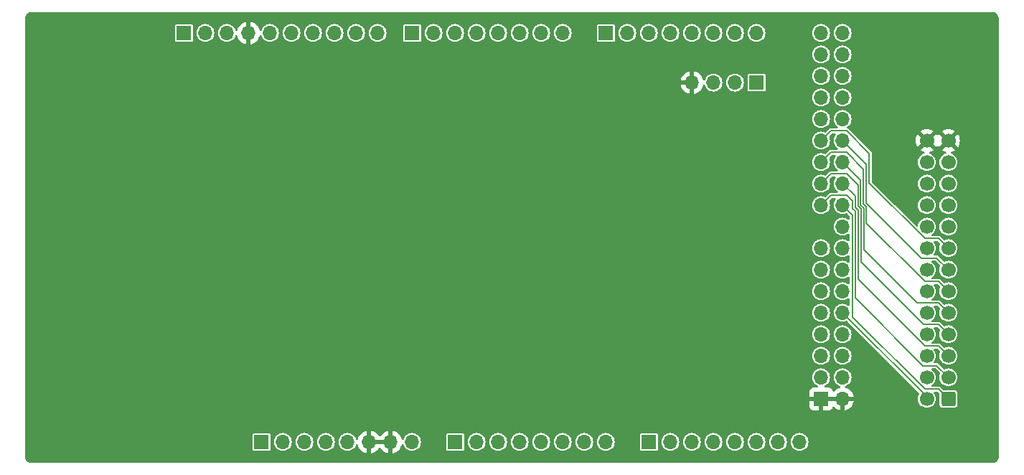
<source format=gbr>
%TF.GenerationSoftware,KiCad,Pcbnew,7.0.9*%
%TF.CreationDate,2023-11-24T14:08:54+01:00*%
%TF.ProjectId,sd-card-shield,73642d63-6172-4642-9d73-6869656c642e,rev?*%
%TF.SameCoordinates,Original*%
%TF.FileFunction,Copper,L2,Bot*%
%TF.FilePolarity,Positive*%
%FSLAX46Y46*%
G04 Gerber Fmt 4.6, Leading zero omitted, Abs format (unit mm)*
G04 Created by KiCad (PCBNEW 7.0.9) date 2023-11-24 14:08:54*
%MOMM*%
%LPD*%
G01*
G04 APERTURE LIST*
G04 Aperture macros list*
%AMRoundRect*
0 Rectangle with rounded corners*
0 $1 Rounding radius*
0 $2 $3 $4 $5 $6 $7 $8 $9 X,Y pos of 4 corners*
0 Add a 4 corners polygon primitive as box body*
4,1,4,$2,$3,$4,$5,$6,$7,$8,$9,$2,$3,0*
0 Add four circle primitives for the rounded corners*
1,1,$1+$1,$2,$3*
1,1,$1+$1,$4,$5*
1,1,$1+$1,$6,$7*
1,1,$1+$1,$8,$9*
0 Add four rect primitives between the rounded corners*
20,1,$1+$1,$2,$3,$4,$5,0*
20,1,$1+$1,$4,$5,$6,$7,0*
20,1,$1+$1,$6,$7,$8,$9,0*
20,1,$1+$1,$8,$9,$2,$3,0*%
G04 Aperture macros list end*
%TA.AperFunction,ComponentPad*%
%ADD10R,1.700000X1.700000*%
%TD*%
%TA.AperFunction,ComponentPad*%
%ADD11O,1.700000X1.700000*%
%TD*%
%TA.AperFunction,ComponentPad*%
%ADD12RoundRect,0.250000X0.600000X0.600000X-0.600000X0.600000X-0.600000X-0.600000X0.600000X-0.600000X0*%
%TD*%
%TA.AperFunction,ComponentPad*%
%ADD13C,1.700000*%
%TD*%
%TA.AperFunction,ViaPad*%
%ADD14C,0.600000*%
%TD*%
%TA.AperFunction,Conductor*%
%ADD15C,0.200000*%
%TD*%
G04 APERTURE END LIST*
D10*
%TO.P,P1,1,Pin_1*%
%TO.N,GND*%
X193980000Y-92380000D03*
D11*
%TO.P,P1,2,Pin_2*%
X196520000Y-92380000D03*
%TO.P,P1,3,Pin_3*%
%TO.N,Net-(P1-Pin_3)*%
X193980000Y-89840000D03*
%TO.P,P1,4,Pin_4*%
%TO.N,Net-(P1-Pin_4)*%
X196520000Y-89840000D03*
%TO.P,P1,5,Pin_5*%
%TO.N,Net-(J2-DAT0)*%
X193980000Y-87300000D03*
%TO.P,P1,6,Pin_6*%
%TO.N,Net-(P1-Pin_6)*%
X196520000Y-87300000D03*
%TO.P,P1,7,Pin_7*%
%TO.N,Net-(J3-Pin_4)*%
X193980000Y-84760000D03*
%TO.P,P1,8,Pin_8*%
%TO.N,Net-(J3-Pin_17)*%
X196520000Y-84760000D03*
%TO.P,P1,9,Pin_9*%
%TO.N,Net-(J3-Pin_8)*%
X193980000Y-82220000D03*
%TO.P,P1,10,Pin_10*%
%TO.N,Net-(J3-Pin_2)*%
X196520000Y-82220000D03*
%TO.P,P1,11,Pin_11*%
%TO.N,Net-(J3-Pin_12)*%
X193980000Y-79680000D03*
%TO.P,P1,12,Pin_12*%
%TO.N,Net-(J3-Pin_10)*%
X196520000Y-79680000D03*
%TO.P,P1,13,Pin_13*%
%TO.N,OPTION_1*%
X193980000Y-77140000D03*
%TO.P,P1,14,Pin_14*%
%TO.N,Net-(J3-Pin_18)*%
X196520000Y-77140000D03*
%TO.P,P1,15,Pin_15*%
%TO.N,OPTION_3*%
X193980000Y-74600000D03*
%TO.P,P1,16,Pin_16*%
%TO.N,OPTION_2*%
X196520000Y-74600000D03*
%TO.P,P1,17,Pin_17*%
%TO.N,GND*%
X193980000Y-72060000D03*
%TO.P,P1,18,Pin_18*%
%TO.N,OPTION_4*%
X196520000Y-72060000D03*
%TO.P,P1,19,Pin_19*%
%TO.N,DATA_1*%
X193980000Y-69520000D03*
%TO.P,P1,20,Pin_20*%
%TO.N,DATA_0*%
X196520000Y-69520000D03*
%TO.P,P1,21,Pin_21*%
%TO.N,DATA_3*%
X193980000Y-66980000D03*
%TO.P,P1,22,Pin_22*%
%TO.N,DATA_2*%
X196520000Y-66980000D03*
%TO.P,P1,23,Pin_23*%
%TO.N,DATA_5*%
X193980000Y-64440000D03*
%TO.P,P1,24,Pin_24*%
%TO.N,DATA_4*%
X196520000Y-64440000D03*
%TO.P,P1,25,Pin_25*%
%TO.N,DATA_7*%
X193980000Y-61900000D03*
%TO.P,P1,26,Pin_26*%
%TO.N,DATA_6*%
X196520000Y-61900000D03*
%TO.P,P1,27,Pin_27*%
%TO.N,unconnected-(P1-Pin_27-Pad27)*%
X193980000Y-59360000D03*
%TO.P,P1,28,Pin_28*%
%TO.N,unconnected-(P1-Pin_28-Pad28)*%
X196520000Y-59360000D03*
%TO.P,P1,29,Pin_29*%
%TO.N,unconnected-(P1-Pin_29-Pad29)*%
X193980000Y-56820000D03*
%TO.P,P1,30,Pin_30*%
%TO.N,unconnected-(P1-Pin_30-Pad30)*%
X196520000Y-56820000D03*
%TO.P,P1,31,Pin_31*%
%TO.N,Net-(P1-Pin_31)*%
X193980000Y-54280000D03*
%TO.P,P1,32,Pin_32*%
%TO.N,unconnected-(P1-Pin_32-Pad32)*%
X196520000Y-54280000D03*
%TO.P,P1,33,Pin_33*%
%TO.N,Net-(P1-Pin_33)*%
X193980000Y-51740000D03*
%TO.P,P1,34,Pin_34*%
%TO.N,Net-(P1-Pin_34)*%
X196520000Y-51740000D03*
%TO.P,P1,35,Pin_35*%
%TO.N,unconnected-(P1-Pin_35-Pad35)*%
X193980000Y-49200000D03*
%TO.P,P1,36,Pin_36*%
%TO.N,unconnected-(P1-Pin_36-Pad36)*%
X196520000Y-49200000D03*
%TD*%
D10*
%TO.P,P2,1,Pin_1*%
%TO.N,unconnected-(P2-Pin_1-Pad1)*%
X127940000Y-97460000D03*
D11*
%TO.P,P2,2,Pin_2*%
%TO.N,unconnected-(P2-Pin_2-Pad2)*%
X130480000Y-97460000D03*
%TO.P,P2,3,Pin_3*%
%TO.N,Net-(P2-Pin_3)*%
X133020000Y-97460000D03*
%TO.P,P2,4,Pin_4*%
%TO.N,+3V3*%
X135560000Y-97460000D03*
%TO.P,P2,5,Pin_5*%
%TO.N,+5V*%
X138100000Y-97460000D03*
%TO.P,P2,6,Pin_6*%
%TO.N,GND*%
X140640000Y-97460000D03*
%TO.P,P2,7,Pin_7*%
X143180000Y-97460000D03*
%TO.P,P2,8,Pin_8*%
%TO.N,+8V*%
X145720000Y-97460000D03*
%TD*%
D10*
%TO.P,P3,1,Pin_1*%
%TO.N,unconnected-(P3-Pin_1-Pad1)*%
X150800000Y-97460000D03*
D11*
%TO.P,P3,2,Pin_2*%
%TO.N,unconnected-(P3-Pin_2-Pad2)*%
X153340000Y-97460000D03*
%TO.P,P3,3,Pin_3*%
%TO.N,unconnected-(P3-Pin_3-Pad3)*%
X155880000Y-97460000D03*
%TO.P,P3,4,Pin_4*%
%TO.N,unconnected-(P3-Pin_4-Pad4)*%
X158420000Y-97460000D03*
%TO.P,P3,5,Pin_5*%
%TO.N,unconnected-(P3-Pin_5-Pad5)*%
X160960000Y-97460000D03*
%TO.P,P3,6,Pin_6*%
%TO.N,unconnected-(P3-Pin_6-Pad6)*%
X163500000Y-97460000D03*
%TO.P,P3,7,Pin_7*%
%TO.N,unconnected-(P3-Pin_7-Pad7)*%
X166040000Y-97460000D03*
%TO.P,P3,8,Pin_8*%
%TO.N,unconnected-(P3-Pin_8-Pad8)*%
X168580000Y-97460000D03*
%TD*%
D10*
%TO.P,P4,1,Pin_1*%
%TO.N,unconnected-(P4-Pin_1-Pad1)*%
X173660000Y-97460000D03*
D11*
%TO.P,P4,2,Pin_2*%
%TO.N,unconnected-(P4-Pin_2-Pad2)*%
X176200000Y-97460000D03*
%TO.P,P4,3,Pin_3*%
%TO.N,unconnected-(P4-Pin_3-Pad3)*%
X178740000Y-97460000D03*
%TO.P,P4,4,Pin_4*%
%TO.N,unconnected-(P4-Pin_4-Pad4)*%
X181280000Y-97460000D03*
%TO.P,P4,5,Pin_5*%
%TO.N,unconnected-(P4-Pin_5-Pad5)*%
X183820000Y-97460000D03*
%TO.P,P4,6,Pin_6*%
%TO.N,unconnected-(P4-Pin_6-Pad6)*%
X186360000Y-97460000D03*
%TO.P,P4,7,Pin_7*%
%TO.N,unconnected-(P4-Pin_7-Pad7)*%
X188900000Y-97460000D03*
%TO.P,P4,8,Pin_8*%
%TO.N,unconnected-(P4-Pin_8-Pad8)*%
X191440000Y-97460000D03*
%TD*%
D10*
%TO.P,P5,1,Pin_1*%
%TO.N,Net-(P5-Pin_1)*%
X118796000Y-49200000D03*
D11*
%TO.P,P5,2,Pin_2*%
%TO.N,Net-(P5-Pin_2)*%
X121336000Y-49200000D03*
%TO.P,P5,3,Pin_3*%
%TO.N,unconnected-(P5-Pin_3-Pad3)*%
X123876000Y-49200000D03*
%TO.P,P5,4,Pin_4*%
%TO.N,GND*%
X126416000Y-49200000D03*
%TO.P,P5,5,Pin_5*%
%TO.N,unconnected-(P5-Pin_5-Pad5)*%
X128956000Y-49200000D03*
%TO.P,P5,6,Pin_6*%
%TO.N,unconnected-(P5-Pin_6-Pad6)*%
X131496000Y-49200000D03*
%TO.P,P5,7,Pin_7*%
%TO.N,unconnected-(P5-Pin_7-Pad7)*%
X134036000Y-49200000D03*
%TO.P,P5,8,Pin_8*%
%TO.N,unconnected-(P5-Pin_8-Pad8)*%
X136576000Y-49200000D03*
%TO.P,P5,9,Pin_9*%
%TO.N,unconnected-(P5-Pin_9-Pad9)*%
X139116000Y-49200000D03*
%TO.P,P5,10,Pin_10*%
%TO.N,unconnected-(P5-Pin_10-Pad10)*%
X141656000Y-49200000D03*
%TD*%
D10*
%TO.P,P6,1,Pin_1*%
%TO.N,unconnected-(P6-Pin_1-Pad1)*%
X145720000Y-49200000D03*
D11*
%TO.P,P6,2,Pin_2*%
%TO.N,unconnected-(P6-Pin_2-Pad2)*%
X148260000Y-49200000D03*
%TO.P,P6,3,Pin_3*%
%TO.N,unconnected-(P6-Pin_3-Pad3)*%
X150800000Y-49200000D03*
%TO.P,P6,4,Pin_4*%
%TO.N,unconnected-(P6-Pin_4-Pad4)*%
X153340000Y-49200000D03*
%TO.P,P6,5,Pin_5*%
%TO.N,unconnected-(P6-Pin_5-Pad5)*%
X155880000Y-49200000D03*
%TO.P,P6,6,Pin_6*%
%TO.N,unconnected-(P6-Pin_6-Pad6)*%
X158420000Y-49200000D03*
%TO.P,P6,7,Pin_7*%
%TO.N,unconnected-(P6-Pin_7-Pad7)*%
X160960000Y-49200000D03*
%TO.P,P6,8,Pin_8*%
%TO.N,unconnected-(P6-Pin_8-Pad8)*%
X163500000Y-49200000D03*
%TD*%
D10*
%TO.P,P7,1,Pin_1*%
%TO.N,unconnected-(P7-Pin_1-Pad1)*%
X168580000Y-49200000D03*
D11*
%TO.P,P7,2,Pin_2*%
%TO.N,unconnected-(P7-Pin_2-Pad2)*%
X171120000Y-49200000D03*
%TO.P,P7,3,Pin_3*%
%TO.N,unconnected-(P7-Pin_3-Pad3)*%
X173660000Y-49200000D03*
%TO.P,P7,4,Pin_4*%
%TO.N,unconnected-(P7-Pin_4-Pad4)*%
X176200000Y-49200000D03*
%TO.P,P7,5,Pin_5*%
%TO.N,unconnected-(P7-Pin_5-Pad5)*%
X178740000Y-49200000D03*
%TO.P,P7,6,Pin_6*%
%TO.N,Net-(J2-DET)*%
X181280000Y-49200000D03*
%TO.P,P7,7,Pin_7*%
%TO.N,Net-(J1-Pin_2)*%
X183820000Y-49200000D03*
%TO.P,P7,8,Pin_8*%
%TO.N,Net-(J1-Pin_1)*%
X186360000Y-49200000D03*
%TD*%
D10*
%TO.P,J1,1,Pin_1*%
%TO.N,Net-(J1-Pin_1)*%
X186360000Y-55050000D03*
D11*
%TO.P,J1,2,Pin_2*%
%TO.N,Net-(J1-Pin_2)*%
X183820000Y-55050000D03*
%TO.P,J1,3,Pin_3*%
%TO.N,+3V3*%
X181280000Y-55050000D03*
%TO.P,J1,4,Pin_4*%
%TO.N,GND*%
X178740000Y-55050000D03*
%TD*%
D12*
%TO.P,J3,1,Pin_1*%
%TO.N,DATA_0*%
X209000000Y-92380000D03*
D13*
%TO.P,J3,2,Pin_2*%
%TO.N,Net-(J3-Pin_2)*%
X206460000Y-92380000D03*
%TO.P,J3,3,Pin_3*%
%TO.N,DATA_1*%
X209000000Y-89840000D03*
%TO.P,J3,4,Pin_4*%
%TO.N,Net-(J3-Pin_4)*%
X206460000Y-89840000D03*
%TO.P,J3,5,Pin_5*%
%TO.N,DATA_2*%
X209000000Y-87300000D03*
%TO.P,J3,6,Pin_6*%
%TO.N,Net-(J3-Pin_17)*%
X206460000Y-87300000D03*
%TO.P,J3,7,Pin_7*%
%TO.N,DATA_3*%
X209000000Y-84760000D03*
%TO.P,J3,8,Pin_8*%
%TO.N,Net-(J3-Pin_8)*%
X206460000Y-84760000D03*
%TO.P,J3,9,Pin_9*%
%TO.N,DATA_4*%
X209000000Y-82220000D03*
%TO.P,J3,10,Pin_10*%
%TO.N,Net-(J3-Pin_10)*%
X206460000Y-82220000D03*
%TO.P,J3,11,Pin_11*%
%TO.N,DATA_5*%
X209000000Y-79680000D03*
%TO.P,J3,12,Pin_12*%
%TO.N,Net-(J3-Pin_12)*%
X206460000Y-79680000D03*
%TO.P,J3,13,Pin_13*%
%TO.N,DATA_6*%
X209000000Y-77140000D03*
%TO.P,J3,14,Pin_14*%
%TO.N,unconnected-(J3-Pin_14-Pad14)*%
X206460000Y-77140000D03*
%TO.P,J3,15,Pin_15*%
%TO.N,DATA_7*%
X209000000Y-74600000D03*
%TO.P,J3,16,Pin_16*%
%TO.N,unconnected-(J3-Pin_16-Pad16)*%
X206460000Y-74600000D03*
%TO.P,J3,17,Pin_17*%
%TO.N,Net-(J3-Pin_17)*%
X209000000Y-72060000D03*
%TO.P,J3,18,Pin_18*%
%TO.N,Net-(J3-Pin_18)*%
X206460000Y-72060000D03*
%TO.P,J3,19,Pin_19*%
%TO.N,unconnected-(J3-Pin_19-Pad19)*%
X209000000Y-69520000D03*
%TO.P,J3,20,Pin_20*%
%TO.N,unconnected-(J3-Pin_20-Pad20)*%
X206460000Y-69520000D03*
%TO.P,J3,21,Pin_21*%
%TO.N,unconnected-(J3-Pin_21-Pad21)*%
X209000000Y-66980000D03*
%TO.P,J3,22,Pin_22*%
%TO.N,unconnected-(J3-Pin_22-Pad22)*%
X206460000Y-66980000D03*
%TO.P,J3,23,Pin_23*%
%TO.N,+8V*%
X209000000Y-64440000D03*
%TO.P,J3,24,Pin_24*%
X206460000Y-64440000D03*
%TO.P,J3,25,Pin_25*%
%TO.N,GND*%
X209000000Y-61900000D03*
%TO.P,J3,26,Pin_26*%
X206460000Y-61900000D03*
%TD*%
D14*
%TO.N,GND*%
X173950000Y-72060000D03*
X119900000Y-90650000D03*
X113930000Y-85570000D03*
X105940000Y-69730000D03*
X150800000Y-59100000D03*
X143300000Y-94750000D03*
X105930000Y-85230000D03*
X156340000Y-78500000D03*
X173950000Y-69520000D03*
X112800000Y-64950000D03*
X156340000Y-80600000D03*
X113000000Y-56570000D03*
X115100000Y-90650000D03*
X173950000Y-74600000D03*
X149000000Y-85000000D03*
X173950000Y-77140000D03*
X113720000Y-74230000D03*
X130630000Y-94740000D03*
X115030000Y-69730000D03*
X150800000Y-64500000D03*
%TD*%
D15*
%TO.N,DATA_1*%
X197997000Y-80463346D02*
X197997000Y-70234240D01*
X197670000Y-69907240D02*
X197670000Y-69043654D01*
X205983654Y-88450000D02*
X197997000Y-80463346D01*
X207610000Y-88450000D02*
X205983654Y-88450000D01*
X197670000Y-69043654D02*
X196996346Y-68370000D01*
X197997000Y-70234240D02*
X197670000Y-69907240D01*
X209000000Y-89840000D02*
X207610000Y-88450000D01*
X195130000Y-68370000D02*
X193980000Y-69520000D01*
X196996346Y-68370000D02*
X195130000Y-68370000D01*
%TO.N,DATA_0*%
X207850000Y-91230000D02*
X206205000Y-91230000D01*
X209000000Y-92380000D02*
X207850000Y-91230000D01*
X197670000Y-70670000D02*
X196520000Y-69520000D01*
X197670000Y-82695000D02*
X197670000Y-70670000D01*
X206205000Y-91230000D02*
X197670000Y-82695000D01*
%TO.N,DATA_3*%
X198324000Y-69636344D02*
X198324000Y-67139000D01*
X209000000Y-84760000D02*
X207850000Y-83610000D01*
X198324000Y-67139000D02*
X197015000Y-65830000D01*
X207850000Y-83610000D02*
X206085000Y-83610000D01*
X197015000Y-65830000D02*
X195130000Y-65830000D01*
X198671000Y-76196000D02*
X198671000Y-69983344D01*
X195130000Y-65830000D02*
X193980000Y-66980000D01*
X198671000Y-69983344D02*
X198324000Y-69636344D01*
X206085000Y-83610000D02*
X198671000Y-76196000D01*
%TO.N,DATA_2*%
X197997000Y-68457000D02*
X196520000Y-66980000D01*
X206223654Y-86150000D02*
X198344000Y-78270346D01*
X209000000Y-87300000D02*
X207850000Y-86150000D01*
X197997000Y-69771792D02*
X197997000Y-68457000D01*
X198344000Y-78270346D02*
X198344000Y-70118792D01*
X198344000Y-70118792D02*
X197997000Y-69771792D01*
X207850000Y-86150000D02*
X206223654Y-86150000D01*
%TO.N,DATA_5*%
X206223654Y-78530000D02*
X199325000Y-71631346D01*
X198978000Y-65271654D02*
X196996346Y-63290000D01*
X196996346Y-63290000D02*
X195130000Y-63290000D01*
X207850000Y-78530000D02*
X206223654Y-78530000D01*
X209000000Y-79680000D02*
X207850000Y-78530000D01*
X195130000Y-63290000D02*
X193980000Y-64440000D01*
X199325000Y-69712448D02*
X198978000Y-69365448D01*
X198978000Y-69365448D02*
X198978000Y-65271654D01*
X199325000Y-71631346D02*
X199325000Y-69712448D01*
%TO.N,DATA_4*%
X209000000Y-82220000D02*
X207850000Y-81070000D01*
X207850000Y-81070000D02*
X205320000Y-81070000D01*
X198998000Y-74748000D02*
X198998000Y-69847896D01*
X198651000Y-66571000D02*
X196520000Y-64440000D01*
X205320000Y-81070000D02*
X198998000Y-74748000D01*
X198998000Y-69847896D02*
X198651000Y-69500896D01*
X198651000Y-69500896D02*
X198651000Y-66571000D01*
%TO.N,DATA_7*%
X199650000Y-66876346D02*
X199650000Y-63403654D01*
X206223654Y-73450000D02*
X199650000Y-66876346D01*
X209000000Y-74600000D02*
X207850000Y-73450000D01*
X199650000Y-63403654D02*
X196996346Y-60750000D01*
X196996346Y-60750000D02*
X195130000Y-60750000D01*
X195130000Y-60750000D02*
X193980000Y-61900000D01*
X207850000Y-73450000D02*
X206223654Y-73450000D01*
%TO.N,DATA_6*%
X199305000Y-64685000D02*
X196520000Y-61900000D01*
X205825000Y-75750000D02*
X199305000Y-69230000D01*
X209000000Y-77140000D02*
X207610000Y-75750000D01*
X199305000Y-69230000D02*
X199305000Y-64685000D01*
X207610000Y-75750000D02*
X205825000Y-75750000D01*
%TO.N,Net-(J3-Pin_2)*%
X196520000Y-82220000D02*
X206460000Y-92160000D01*
X206460000Y-92160000D02*
X206460000Y-92380000D01*
%TD*%
%TA.AperFunction,Conductor*%
%TO.N,GND*%
G36*
X142720507Y-97250156D02*
G01*
X142680000Y-97388111D01*
X142680000Y-97531889D01*
X142720507Y-97669844D01*
X142746314Y-97710000D01*
X141073686Y-97710000D01*
X141099493Y-97669844D01*
X141140000Y-97531889D01*
X141140000Y-97388111D01*
X141099493Y-97250156D01*
X141073686Y-97210000D01*
X142746314Y-97210000D01*
X142720507Y-97250156D01*
G37*
%TD.AperFunction*%
%TA.AperFunction,Conductor*%
G36*
X196060507Y-92170156D02*
G01*
X196020000Y-92308111D01*
X196020000Y-92451889D01*
X196060507Y-92589844D01*
X196086314Y-92630000D01*
X194413686Y-92630000D01*
X194439493Y-92589844D01*
X194480000Y-92451889D01*
X194480000Y-92308111D01*
X194439493Y-92170156D01*
X194413686Y-92130000D01*
X196086314Y-92130000D01*
X196060507Y-92170156D01*
G37*
%TD.AperFunction*%
%TA.AperFunction,Conductor*%
G36*
X214241032Y-46735799D02*
G01*
X214359777Y-46747494D01*
X214383612Y-46752234D01*
X214489037Y-46784215D01*
X214511476Y-46793510D01*
X214608629Y-46845439D01*
X214628839Y-46858943D01*
X214713988Y-46928823D01*
X214731176Y-46946011D01*
X214801056Y-47031160D01*
X214814561Y-47051372D01*
X214866486Y-47148517D01*
X214875786Y-47170968D01*
X214902625Y-47259445D01*
X214907763Y-47276381D01*
X214912505Y-47300221D01*
X214924201Y-47418966D01*
X214924500Y-47425048D01*
X214924500Y-99234951D01*
X214924201Y-99241033D01*
X214912505Y-99359778D01*
X214907763Y-99383618D01*
X214877832Y-99482290D01*
X214875789Y-99489024D01*
X214866486Y-99511482D01*
X214814561Y-99608627D01*
X214801056Y-99628839D01*
X214731176Y-99713988D01*
X214713988Y-99731176D01*
X214628839Y-99801056D01*
X214608627Y-99814561D01*
X214511482Y-99866486D01*
X214489028Y-99875787D01*
X214447028Y-99888528D01*
X214383618Y-99907763D01*
X214359778Y-99912505D01*
X214241033Y-99924201D01*
X214234951Y-99924500D01*
X100765049Y-99924500D01*
X100758968Y-99924201D01*
X100640221Y-99912505D01*
X100616381Y-99907763D01*
X100599445Y-99902625D01*
X100510968Y-99875786D01*
X100488517Y-99866486D01*
X100391372Y-99814561D01*
X100371160Y-99801056D01*
X100286011Y-99731176D01*
X100268823Y-99713988D01*
X100198943Y-99628839D01*
X100185438Y-99608627D01*
X100133510Y-99511476D01*
X100124215Y-99489037D01*
X100092234Y-99383612D01*
X100087494Y-99359777D01*
X100075799Y-99241032D01*
X100075500Y-99234951D01*
X100075500Y-98329752D01*
X126889500Y-98329752D01*
X126901131Y-98388229D01*
X126901132Y-98388230D01*
X126945447Y-98454552D01*
X127011769Y-98498867D01*
X127011770Y-98498868D01*
X127070247Y-98510499D01*
X127070250Y-98510500D01*
X127070252Y-98510500D01*
X128809750Y-98510500D01*
X128809751Y-98510499D01*
X128824568Y-98507552D01*
X128868229Y-98498868D01*
X128868229Y-98498867D01*
X128868231Y-98498867D01*
X128934552Y-98454552D01*
X128978867Y-98388231D01*
X128978867Y-98388229D01*
X128978868Y-98388229D01*
X128988922Y-98337682D01*
X128990500Y-98329748D01*
X128990500Y-97460000D01*
X129424417Y-97460000D01*
X129444699Y-97665932D01*
X129444700Y-97665934D01*
X129504768Y-97863954D01*
X129602315Y-98046450D01*
X129602317Y-98046452D01*
X129733589Y-98206410D01*
X129830209Y-98285702D01*
X129893550Y-98337685D01*
X130076046Y-98435232D01*
X130274066Y-98495300D01*
X130274065Y-98495300D01*
X130292529Y-98497118D01*
X130480000Y-98515583D01*
X130685934Y-98495300D01*
X130883954Y-98435232D01*
X131066450Y-98337685D01*
X131226410Y-98206410D01*
X131357685Y-98046450D01*
X131455232Y-97863954D01*
X131515300Y-97665934D01*
X131535583Y-97460000D01*
X131964417Y-97460000D01*
X131984699Y-97665932D01*
X131984700Y-97665934D01*
X132044768Y-97863954D01*
X132142315Y-98046450D01*
X132142317Y-98046452D01*
X132273589Y-98206410D01*
X132370209Y-98285702D01*
X132433550Y-98337685D01*
X132616046Y-98435232D01*
X132814066Y-98495300D01*
X132814065Y-98495300D01*
X132832529Y-98497118D01*
X133020000Y-98515583D01*
X133225934Y-98495300D01*
X133423954Y-98435232D01*
X133606450Y-98337685D01*
X133766410Y-98206410D01*
X133897685Y-98046450D01*
X133995232Y-97863954D01*
X134055300Y-97665934D01*
X134075583Y-97460000D01*
X134504417Y-97460000D01*
X134524699Y-97665932D01*
X134524700Y-97665934D01*
X134584768Y-97863954D01*
X134682315Y-98046450D01*
X134682317Y-98046452D01*
X134813589Y-98206410D01*
X134910209Y-98285702D01*
X134973550Y-98337685D01*
X135156046Y-98435232D01*
X135354066Y-98495300D01*
X135354065Y-98495300D01*
X135372529Y-98497118D01*
X135560000Y-98515583D01*
X135765934Y-98495300D01*
X135963954Y-98435232D01*
X136146450Y-98337685D01*
X136306410Y-98206410D01*
X136437685Y-98046450D01*
X136535232Y-97863954D01*
X136595300Y-97665934D01*
X136615583Y-97460000D01*
X137044417Y-97460000D01*
X137064699Y-97665932D01*
X137064700Y-97665934D01*
X137124768Y-97863954D01*
X137222315Y-98046450D01*
X137222317Y-98046452D01*
X137353589Y-98206410D01*
X137450209Y-98285702D01*
X137513550Y-98337685D01*
X137696046Y-98435232D01*
X137894066Y-98495300D01*
X137894065Y-98495300D01*
X137912529Y-98497118D01*
X138100000Y-98515583D01*
X138305934Y-98495300D01*
X138503954Y-98435232D01*
X138686450Y-98337685D01*
X138846410Y-98206410D01*
X138977685Y-98046450D01*
X139075232Y-97863954D01*
X139095406Y-97797446D01*
X139133702Y-97739010D01*
X139197514Y-97710553D01*
X139266581Y-97721112D01*
X139318975Y-97767336D01*
X139333841Y-97801349D01*
X139366567Y-97923486D01*
X139366570Y-97923492D01*
X139466399Y-98137578D01*
X139601894Y-98331082D01*
X139768917Y-98498105D01*
X139962421Y-98633600D01*
X140176507Y-98733429D01*
X140176516Y-98733433D01*
X140390000Y-98790634D01*
X140390000Y-97895501D01*
X140497685Y-97944680D01*
X140604237Y-97960000D01*
X140675763Y-97960000D01*
X140782315Y-97944680D01*
X140890000Y-97895501D01*
X140890000Y-98790633D01*
X141103483Y-98733433D01*
X141103492Y-98733429D01*
X141317578Y-98633600D01*
X141511082Y-98498105D01*
X141678105Y-98331082D01*
X141808425Y-98144968D01*
X141863002Y-98101344D01*
X141932501Y-98094151D01*
X141994855Y-98125673D01*
X142011575Y-98144968D01*
X142141894Y-98331082D01*
X142308917Y-98498105D01*
X142502421Y-98633600D01*
X142716507Y-98733429D01*
X142716516Y-98733433D01*
X142930000Y-98790634D01*
X142930000Y-97895501D01*
X143037685Y-97944680D01*
X143144237Y-97960000D01*
X143215763Y-97960000D01*
X143322315Y-97944680D01*
X143430000Y-97895501D01*
X143430000Y-98790633D01*
X143643483Y-98733433D01*
X143643492Y-98733429D01*
X143857578Y-98633600D01*
X144051082Y-98498105D01*
X144218105Y-98331082D01*
X144353600Y-98137578D01*
X144453429Y-97923492D01*
X144453433Y-97923483D01*
X144486158Y-97801350D01*
X144522522Y-97741690D01*
X144585369Y-97711160D01*
X144654745Y-97719454D01*
X144708623Y-97763939D01*
X144724593Y-97797447D01*
X144744768Y-97863954D01*
X144842315Y-98046450D01*
X144842317Y-98046452D01*
X144973589Y-98206410D01*
X145070209Y-98285702D01*
X145133550Y-98337685D01*
X145316046Y-98435232D01*
X145514066Y-98495300D01*
X145514065Y-98495300D01*
X145532529Y-98497118D01*
X145720000Y-98515583D01*
X145925934Y-98495300D01*
X146123954Y-98435232D01*
X146306450Y-98337685D01*
X146316116Y-98329752D01*
X149749500Y-98329752D01*
X149761131Y-98388229D01*
X149761132Y-98388230D01*
X149805447Y-98454552D01*
X149871769Y-98498867D01*
X149871770Y-98498868D01*
X149930247Y-98510499D01*
X149930250Y-98510500D01*
X149930252Y-98510500D01*
X151669750Y-98510500D01*
X151669751Y-98510499D01*
X151684568Y-98507552D01*
X151728229Y-98498868D01*
X151728229Y-98498867D01*
X151728231Y-98498867D01*
X151794552Y-98454552D01*
X151838867Y-98388231D01*
X151838867Y-98388229D01*
X151838868Y-98388229D01*
X151848922Y-98337682D01*
X151850500Y-98329748D01*
X151850500Y-97460000D01*
X152284417Y-97460000D01*
X152304699Y-97665932D01*
X152304700Y-97665934D01*
X152364768Y-97863954D01*
X152462315Y-98046450D01*
X152462317Y-98046452D01*
X152593589Y-98206410D01*
X152690209Y-98285702D01*
X152753550Y-98337685D01*
X152936046Y-98435232D01*
X153134066Y-98495300D01*
X153134065Y-98495300D01*
X153152529Y-98497118D01*
X153340000Y-98515583D01*
X153545934Y-98495300D01*
X153743954Y-98435232D01*
X153926450Y-98337685D01*
X154086410Y-98206410D01*
X154217685Y-98046450D01*
X154315232Y-97863954D01*
X154375300Y-97665934D01*
X154395583Y-97460000D01*
X154824417Y-97460000D01*
X154844699Y-97665932D01*
X154844700Y-97665934D01*
X154904768Y-97863954D01*
X155002315Y-98046450D01*
X155002317Y-98046452D01*
X155133589Y-98206410D01*
X155230209Y-98285702D01*
X155293550Y-98337685D01*
X155476046Y-98435232D01*
X155674066Y-98495300D01*
X155674065Y-98495300D01*
X155692529Y-98497118D01*
X155880000Y-98515583D01*
X156085934Y-98495300D01*
X156283954Y-98435232D01*
X156466450Y-98337685D01*
X156626410Y-98206410D01*
X156757685Y-98046450D01*
X156855232Y-97863954D01*
X156915300Y-97665934D01*
X156935583Y-97460000D01*
X157364417Y-97460000D01*
X157384699Y-97665932D01*
X157384700Y-97665934D01*
X157444768Y-97863954D01*
X157542315Y-98046450D01*
X157542317Y-98046452D01*
X157673589Y-98206410D01*
X157770209Y-98285702D01*
X157833550Y-98337685D01*
X158016046Y-98435232D01*
X158214066Y-98495300D01*
X158214065Y-98495300D01*
X158232529Y-98497118D01*
X158420000Y-98515583D01*
X158625934Y-98495300D01*
X158823954Y-98435232D01*
X159006450Y-98337685D01*
X159166410Y-98206410D01*
X159297685Y-98046450D01*
X159395232Y-97863954D01*
X159455300Y-97665934D01*
X159475583Y-97460000D01*
X159904417Y-97460000D01*
X159924699Y-97665932D01*
X159924700Y-97665934D01*
X159984768Y-97863954D01*
X160082315Y-98046450D01*
X160082317Y-98046452D01*
X160213589Y-98206410D01*
X160310209Y-98285702D01*
X160373550Y-98337685D01*
X160556046Y-98435232D01*
X160754066Y-98495300D01*
X160754065Y-98495300D01*
X160772529Y-98497118D01*
X160960000Y-98515583D01*
X161165934Y-98495300D01*
X161363954Y-98435232D01*
X161546450Y-98337685D01*
X161706410Y-98206410D01*
X161837685Y-98046450D01*
X161935232Y-97863954D01*
X161995300Y-97665934D01*
X162015583Y-97460000D01*
X162444417Y-97460000D01*
X162464699Y-97665932D01*
X162464700Y-97665934D01*
X162524768Y-97863954D01*
X162622315Y-98046450D01*
X162622317Y-98046452D01*
X162753589Y-98206410D01*
X162850209Y-98285702D01*
X162913550Y-98337685D01*
X163096046Y-98435232D01*
X163294066Y-98495300D01*
X163294065Y-98495300D01*
X163312529Y-98497118D01*
X163500000Y-98515583D01*
X163705934Y-98495300D01*
X163903954Y-98435232D01*
X164086450Y-98337685D01*
X164246410Y-98206410D01*
X164377685Y-98046450D01*
X164475232Y-97863954D01*
X164535300Y-97665934D01*
X164555583Y-97460000D01*
X164984417Y-97460000D01*
X165004699Y-97665932D01*
X165004700Y-97665934D01*
X165064768Y-97863954D01*
X165162315Y-98046450D01*
X165162317Y-98046452D01*
X165293589Y-98206410D01*
X165390209Y-98285702D01*
X165453550Y-98337685D01*
X165636046Y-98435232D01*
X165834066Y-98495300D01*
X165834065Y-98495300D01*
X165852529Y-98497118D01*
X166040000Y-98515583D01*
X166245934Y-98495300D01*
X166443954Y-98435232D01*
X166626450Y-98337685D01*
X166786410Y-98206410D01*
X166917685Y-98046450D01*
X167015232Y-97863954D01*
X167075300Y-97665934D01*
X167095583Y-97460000D01*
X167524417Y-97460000D01*
X167544699Y-97665932D01*
X167544700Y-97665934D01*
X167604768Y-97863954D01*
X167702315Y-98046450D01*
X167702317Y-98046452D01*
X167833589Y-98206410D01*
X167930209Y-98285702D01*
X167993550Y-98337685D01*
X168176046Y-98435232D01*
X168374066Y-98495300D01*
X168374065Y-98495300D01*
X168392529Y-98497118D01*
X168580000Y-98515583D01*
X168785934Y-98495300D01*
X168983954Y-98435232D01*
X169166450Y-98337685D01*
X169176116Y-98329752D01*
X172609500Y-98329752D01*
X172621131Y-98388229D01*
X172621132Y-98388230D01*
X172665447Y-98454552D01*
X172731769Y-98498867D01*
X172731770Y-98498868D01*
X172790247Y-98510499D01*
X172790250Y-98510500D01*
X172790252Y-98510500D01*
X174529750Y-98510500D01*
X174529751Y-98510499D01*
X174544568Y-98507552D01*
X174588229Y-98498868D01*
X174588229Y-98498867D01*
X174588231Y-98498867D01*
X174654552Y-98454552D01*
X174698867Y-98388231D01*
X174698867Y-98388229D01*
X174698868Y-98388229D01*
X174708922Y-98337682D01*
X174710500Y-98329748D01*
X174710500Y-97460000D01*
X175144417Y-97460000D01*
X175164699Y-97665932D01*
X175164700Y-97665934D01*
X175224768Y-97863954D01*
X175322315Y-98046450D01*
X175322317Y-98046452D01*
X175453589Y-98206410D01*
X175550209Y-98285702D01*
X175613550Y-98337685D01*
X175796046Y-98435232D01*
X175994066Y-98495300D01*
X175994065Y-98495300D01*
X176012529Y-98497118D01*
X176200000Y-98515583D01*
X176405934Y-98495300D01*
X176603954Y-98435232D01*
X176786450Y-98337685D01*
X176946410Y-98206410D01*
X177077685Y-98046450D01*
X177175232Y-97863954D01*
X177235300Y-97665934D01*
X177255583Y-97460000D01*
X177684417Y-97460000D01*
X177704699Y-97665932D01*
X177704700Y-97665934D01*
X177764768Y-97863954D01*
X177862315Y-98046450D01*
X177862317Y-98046452D01*
X177993589Y-98206410D01*
X178090209Y-98285702D01*
X178153550Y-98337685D01*
X178336046Y-98435232D01*
X178534066Y-98495300D01*
X178534065Y-98495300D01*
X178552529Y-98497118D01*
X178740000Y-98515583D01*
X178945934Y-98495300D01*
X179143954Y-98435232D01*
X179326450Y-98337685D01*
X179486410Y-98206410D01*
X179617685Y-98046450D01*
X179715232Y-97863954D01*
X179775300Y-97665934D01*
X179795583Y-97460000D01*
X180224417Y-97460000D01*
X180244699Y-97665932D01*
X180244700Y-97665934D01*
X180304768Y-97863954D01*
X180402315Y-98046450D01*
X180402317Y-98046452D01*
X180533589Y-98206410D01*
X180630209Y-98285702D01*
X180693550Y-98337685D01*
X180876046Y-98435232D01*
X181074066Y-98495300D01*
X181074065Y-98495300D01*
X181092529Y-98497118D01*
X181280000Y-98515583D01*
X181485934Y-98495300D01*
X181683954Y-98435232D01*
X181866450Y-98337685D01*
X182026410Y-98206410D01*
X182157685Y-98046450D01*
X182255232Y-97863954D01*
X182315300Y-97665934D01*
X182335583Y-97460000D01*
X182764417Y-97460000D01*
X182784699Y-97665932D01*
X182784700Y-97665934D01*
X182844768Y-97863954D01*
X182942315Y-98046450D01*
X182942317Y-98046452D01*
X183073589Y-98206410D01*
X183170209Y-98285702D01*
X183233550Y-98337685D01*
X183416046Y-98435232D01*
X183614066Y-98495300D01*
X183614065Y-98495300D01*
X183632529Y-98497118D01*
X183820000Y-98515583D01*
X184025934Y-98495300D01*
X184223954Y-98435232D01*
X184406450Y-98337685D01*
X184566410Y-98206410D01*
X184697685Y-98046450D01*
X184795232Y-97863954D01*
X184855300Y-97665934D01*
X184875583Y-97460000D01*
X185304417Y-97460000D01*
X185324699Y-97665932D01*
X185324700Y-97665934D01*
X185384768Y-97863954D01*
X185482315Y-98046450D01*
X185482317Y-98046452D01*
X185613589Y-98206410D01*
X185710209Y-98285702D01*
X185773550Y-98337685D01*
X185956046Y-98435232D01*
X186154066Y-98495300D01*
X186154065Y-98495300D01*
X186172529Y-98497118D01*
X186360000Y-98515583D01*
X186565934Y-98495300D01*
X186763954Y-98435232D01*
X186946450Y-98337685D01*
X187106410Y-98206410D01*
X187237685Y-98046450D01*
X187335232Y-97863954D01*
X187395300Y-97665934D01*
X187415583Y-97460000D01*
X187844417Y-97460000D01*
X187864699Y-97665932D01*
X187864700Y-97665934D01*
X187924768Y-97863954D01*
X188022315Y-98046450D01*
X188022317Y-98046452D01*
X188153589Y-98206410D01*
X188250209Y-98285702D01*
X188313550Y-98337685D01*
X188496046Y-98435232D01*
X188694066Y-98495300D01*
X188694065Y-98495300D01*
X188712529Y-98497118D01*
X188900000Y-98515583D01*
X189105934Y-98495300D01*
X189303954Y-98435232D01*
X189486450Y-98337685D01*
X189646410Y-98206410D01*
X189777685Y-98046450D01*
X189875232Y-97863954D01*
X189935300Y-97665934D01*
X189955583Y-97460000D01*
X190384417Y-97460000D01*
X190404699Y-97665932D01*
X190404700Y-97665934D01*
X190464768Y-97863954D01*
X190562315Y-98046450D01*
X190562317Y-98046452D01*
X190693589Y-98206410D01*
X190790209Y-98285702D01*
X190853550Y-98337685D01*
X191036046Y-98435232D01*
X191234066Y-98495300D01*
X191234065Y-98495300D01*
X191252529Y-98497118D01*
X191440000Y-98515583D01*
X191645934Y-98495300D01*
X191843954Y-98435232D01*
X192026450Y-98337685D01*
X192186410Y-98206410D01*
X192317685Y-98046450D01*
X192415232Y-97863954D01*
X192475300Y-97665934D01*
X192495583Y-97460000D01*
X192475300Y-97254066D01*
X192415232Y-97056046D01*
X192317685Y-96873550D01*
X192236833Y-96775031D01*
X192186410Y-96713589D01*
X192036121Y-96590252D01*
X192026450Y-96582315D01*
X191843954Y-96484768D01*
X191645934Y-96424700D01*
X191645932Y-96424699D01*
X191645934Y-96424699D01*
X191440000Y-96404417D01*
X191234067Y-96424699D01*
X191036043Y-96484769D01*
X190948114Y-96531769D01*
X190853550Y-96582315D01*
X190853548Y-96582316D01*
X190853547Y-96582317D01*
X190693589Y-96713589D01*
X190562317Y-96873547D01*
X190464769Y-97056043D01*
X190404699Y-97254067D01*
X190384417Y-97460000D01*
X189955583Y-97460000D01*
X189935300Y-97254066D01*
X189875232Y-97056046D01*
X189777685Y-96873550D01*
X189696833Y-96775031D01*
X189646410Y-96713589D01*
X189496121Y-96590252D01*
X189486450Y-96582315D01*
X189303954Y-96484768D01*
X189105934Y-96424700D01*
X189105932Y-96424699D01*
X189105934Y-96424699D01*
X188900000Y-96404417D01*
X188694067Y-96424699D01*
X188496043Y-96484769D01*
X188408114Y-96531769D01*
X188313550Y-96582315D01*
X188313548Y-96582316D01*
X188313547Y-96582317D01*
X188153589Y-96713589D01*
X188022317Y-96873547D01*
X187924769Y-97056043D01*
X187864699Y-97254067D01*
X187844417Y-97460000D01*
X187415583Y-97460000D01*
X187395300Y-97254066D01*
X187335232Y-97056046D01*
X187237685Y-96873550D01*
X187156833Y-96775031D01*
X187106410Y-96713589D01*
X186956121Y-96590252D01*
X186946450Y-96582315D01*
X186763954Y-96484768D01*
X186565934Y-96424700D01*
X186565932Y-96424699D01*
X186565934Y-96424699D01*
X186360000Y-96404417D01*
X186154067Y-96424699D01*
X185956043Y-96484769D01*
X185868114Y-96531769D01*
X185773550Y-96582315D01*
X185773548Y-96582316D01*
X185773547Y-96582317D01*
X185613589Y-96713589D01*
X185482317Y-96873547D01*
X185384769Y-97056043D01*
X185324699Y-97254067D01*
X185304417Y-97460000D01*
X184875583Y-97460000D01*
X184855300Y-97254066D01*
X184795232Y-97056046D01*
X184697685Y-96873550D01*
X184616833Y-96775031D01*
X184566410Y-96713589D01*
X184416121Y-96590252D01*
X184406450Y-96582315D01*
X184223954Y-96484768D01*
X184025934Y-96424700D01*
X184025932Y-96424699D01*
X184025934Y-96424699D01*
X183820000Y-96404417D01*
X183614067Y-96424699D01*
X183416043Y-96484769D01*
X183328114Y-96531769D01*
X183233550Y-96582315D01*
X183233548Y-96582316D01*
X183233547Y-96582317D01*
X183073589Y-96713589D01*
X182942317Y-96873547D01*
X182844769Y-97056043D01*
X182784699Y-97254067D01*
X182764417Y-97460000D01*
X182335583Y-97460000D01*
X182315300Y-97254066D01*
X182255232Y-97056046D01*
X182157685Y-96873550D01*
X182076833Y-96775031D01*
X182026410Y-96713589D01*
X181876121Y-96590252D01*
X181866450Y-96582315D01*
X181683954Y-96484768D01*
X181485934Y-96424700D01*
X181485932Y-96424699D01*
X181485934Y-96424699D01*
X181280000Y-96404417D01*
X181074067Y-96424699D01*
X180876043Y-96484769D01*
X180788114Y-96531769D01*
X180693550Y-96582315D01*
X180693548Y-96582316D01*
X180693547Y-96582317D01*
X180533589Y-96713589D01*
X180402317Y-96873547D01*
X180304769Y-97056043D01*
X180244699Y-97254067D01*
X180224417Y-97460000D01*
X179795583Y-97460000D01*
X179775300Y-97254066D01*
X179715232Y-97056046D01*
X179617685Y-96873550D01*
X179536833Y-96775031D01*
X179486410Y-96713589D01*
X179336121Y-96590252D01*
X179326450Y-96582315D01*
X179143954Y-96484768D01*
X178945934Y-96424700D01*
X178945932Y-96424699D01*
X178945934Y-96424699D01*
X178740000Y-96404417D01*
X178534067Y-96424699D01*
X178336043Y-96484769D01*
X178248114Y-96531769D01*
X178153550Y-96582315D01*
X178153548Y-96582316D01*
X178153547Y-96582317D01*
X177993589Y-96713589D01*
X177862317Y-96873547D01*
X177764769Y-97056043D01*
X177704699Y-97254067D01*
X177684417Y-97460000D01*
X177255583Y-97460000D01*
X177235300Y-97254066D01*
X177175232Y-97056046D01*
X177077685Y-96873550D01*
X176996833Y-96775031D01*
X176946410Y-96713589D01*
X176796121Y-96590252D01*
X176786450Y-96582315D01*
X176603954Y-96484768D01*
X176405934Y-96424700D01*
X176405932Y-96424699D01*
X176405934Y-96424699D01*
X176200000Y-96404417D01*
X175994067Y-96424699D01*
X175796043Y-96484769D01*
X175708114Y-96531769D01*
X175613550Y-96582315D01*
X175613548Y-96582316D01*
X175613547Y-96582317D01*
X175453589Y-96713589D01*
X175322317Y-96873547D01*
X175224769Y-97056043D01*
X175164699Y-97254067D01*
X175144417Y-97460000D01*
X174710500Y-97460000D01*
X174710500Y-96590252D01*
X174710500Y-96590249D01*
X174710499Y-96590247D01*
X174698868Y-96531770D01*
X174698867Y-96531769D01*
X174654552Y-96465447D01*
X174588230Y-96421132D01*
X174588229Y-96421131D01*
X174529752Y-96409500D01*
X174529748Y-96409500D01*
X172790252Y-96409500D01*
X172790247Y-96409500D01*
X172731770Y-96421131D01*
X172731769Y-96421132D01*
X172665447Y-96465447D01*
X172621132Y-96531769D01*
X172621131Y-96531770D01*
X172609500Y-96590247D01*
X172609500Y-98329752D01*
X169176116Y-98329752D01*
X169326410Y-98206410D01*
X169457685Y-98046450D01*
X169555232Y-97863954D01*
X169615300Y-97665934D01*
X169635583Y-97460000D01*
X169615300Y-97254066D01*
X169555232Y-97056046D01*
X169457685Y-96873550D01*
X169376833Y-96775031D01*
X169326410Y-96713589D01*
X169176121Y-96590252D01*
X169166450Y-96582315D01*
X168983954Y-96484768D01*
X168785934Y-96424700D01*
X168785932Y-96424699D01*
X168785934Y-96424699D01*
X168580000Y-96404417D01*
X168374067Y-96424699D01*
X168176043Y-96484769D01*
X168088114Y-96531769D01*
X167993550Y-96582315D01*
X167993548Y-96582316D01*
X167993547Y-96582317D01*
X167833589Y-96713589D01*
X167702317Y-96873547D01*
X167604769Y-97056043D01*
X167544699Y-97254067D01*
X167524417Y-97460000D01*
X167095583Y-97460000D01*
X167075300Y-97254066D01*
X167015232Y-97056046D01*
X166917685Y-96873550D01*
X166836833Y-96775031D01*
X166786410Y-96713589D01*
X166636121Y-96590252D01*
X166626450Y-96582315D01*
X166443954Y-96484768D01*
X166245934Y-96424700D01*
X166245932Y-96424699D01*
X166245934Y-96424699D01*
X166040000Y-96404417D01*
X165834067Y-96424699D01*
X165636043Y-96484769D01*
X165548114Y-96531769D01*
X165453550Y-96582315D01*
X165453548Y-96582316D01*
X165453547Y-96582317D01*
X165293589Y-96713589D01*
X165162317Y-96873547D01*
X165064769Y-97056043D01*
X165004699Y-97254067D01*
X164984417Y-97460000D01*
X164555583Y-97460000D01*
X164535300Y-97254066D01*
X164475232Y-97056046D01*
X164377685Y-96873550D01*
X164296833Y-96775031D01*
X164246410Y-96713589D01*
X164096121Y-96590252D01*
X164086450Y-96582315D01*
X163903954Y-96484768D01*
X163705934Y-96424700D01*
X163705932Y-96424699D01*
X163705934Y-96424699D01*
X163500000Y-96404417D01*
X163294067Y-96424699D01*
X163096043Y-96484769D01*
X163008114Y-96531769D01*
X162913550Y-96582315D01*
X162913548Y-96582316D01*
X162913547Y-96582317D01*
X162753589Y-96713589D01*
X162622317Y-96873547D01*
X162524769Y-97056043D01*
X162464699Y-97254067D01*
X162444417Y-97460000D01*
X162015583Y-97460000D01*
X161995300Y-97254066D01*
X161935232Y-97056046D01*
X161837685Y-96873550D01*
X161756833Y-96775031D01*
X161706410Y-96713589D01*
X161556121Y-96590252D01*
X161546450Y-96582315D01*
X161363954Y-96484768D01*
X161165934Y-96424700D01*
X161165932Y-96424699D01*
X161165934Y-96424699D01*
X160960000Y-96404417D01*
X160754067Y-96424699D01*
X160556043Y-96484769D01*
X160468114Y-96531769D01*
X160373550Y-96582315D01*
X160373548Y-96582316D01*
X160373547Y-96582317D01*
X160213589Y-96713589D01*
X160082317Y-96873547D01*
X159984769Y-97056043D01*
X159924699Y-97254067D01*
X159904417Y-97460000D01*
X159475583Y-97460000D01*
X159455300Y-97254066D01*
X159395232Y-97056046D01*
X159297685Y-96873550D01*
X159216833Y-96775031D01*
X159166410Y-96713589D01*
X159016121Y-96590252D01*
X159006450Y-96582315D01*
X158823954Y-96484768D01*
X158625934Y-96424700D01*
X158625932Y-96424699D01*
X158625934Y-96424699D01*
X158420000Y-96404417D01*
X158214067Y-96424699D01*
X158016043Y-96484769D01*
X157928114Y-96531769D01*
X157833550Y-96582315D01*
X157833548Y-96582316D01*
X157833547Y-96582317D01*
X157673589Y-96713589D01*
X157542317Y-96873547D01*
X157444769Y-97056043D01*
X157384699Y-97254067D01*
X157364417Y-97460000D01*
X156935583Y-97460000D01*
X156915300Y-97254066D01*
X156855232Y-97056046D01*
X156757685Y-96873550D01*
X156676833Y-96775031D01*
X156626410Y-96713589D01*
X156476121Y-96590252D01*
X156466450Y-96582315D01*
X156283954Y-96484768D01*
X156085934Y-96424700D01*
X156085932Y-96424699D01*
X156085934Y-96424699D01*
X155880000Y-96404417D01*
X155674067Y-96424699D01*
X155476043Y-96484769D01*
X155388114Y-96531769D01*
X155293550Y-96582315D01*
X155293548Y-96582316D01*
X155293547Y-96582317D01*
X155133589Y-96713589D01*
X155002317Y-96873547D01*
X154904769Y-97056043D01*
X154844699Y-97254067D01*
X154824417Y-97460000D01*
X154395583Y-97460000D01*
X154375300Y-97254066D01*
X154315232Y-97056046D01*
X154217685Y-96873550D01*
X154136833Y-96775031D01*
X154086410Y-96713589D01*
X153936121Y-96590252D01*
X153926450Y-96582315D01*
X153743954Y-96484768D01*
X153545934Y-96424700D01*
X153545932Y-96424699D01*
X153545934Y-96424699D01*
X153340000Y-96404417D01*
X153134067Y-96424699D01*
X152936043Y-96484769D01*
X152848114Y-96531769D01*
X152753550Y-96582315D01*
X152753548Y-96582316D01*
X152753547Y-96582317D01*
X152593589Y-96713589D01*
X152462317Y-96873547D01*
X152364769Y-97056043D01*
X152304699Y-97254067D01*
X152284417Y-97460000D01*
X151850500Y-97460000D01*
X151850500Y-96590252D01*
X151850500Y-96590249D01*
X151850499Y-96590247D01*
X151838868Y-96531770D01*
X151838867Y-96531769D01*
X151794552Y-96465447D01*
X151728230Y-96421132D01*
X151728229Y-96421131D01*
X151669752Y-96409500D01*
X151669748Y-96409500D01*
X149930252Y-96409500D01*
X149930247Y-96409500D01*
X149871770Y-96421131D01*
X149871769Y-96421132D01*
X149805447Y-96465447D01*
X149761132Y-96531769D01*
X149761131Y-96531770D01*
X149749500Y-96590247D01*
X149749500Y-98329752D01*
X146316116Y-98329752D01*
X146466410Y-98206410D01*
X146597685Y-98046450D01*
X146695232Y-97863954D01*
X146755300Y-97665934D01*
X146775583Y-97460000D01*
X146755300Y-97254066D01*
X146695232Y-97056046D01*
X146597685Y-96873550D01*
X146516833Y-96775031D01*
X146466410Y-96713589D01*
X146316121Y-96590252D01*
X146306450Y-96582315D01*
X146123954Y-96484768D01*
X145925934Y-96424700D01*
X145925932Y-96424699D01*
X145925934Y-96424699D01*
X145720000Y-96404417D01*
X145514067Y-96424699D01*
X145316043Y-96484769D01*
X145228114Y-96531769D01*
X145133550Y-96582315D01*
X145133548Y-96582316D01*
X145133547Y-96582317D01*
X144973589Y-96713589D01*
X144842317Y-96873547D01*
X144744767Y-97056046D01*
X144724593Y-97122552D01*
X144686296Y-97180990D01*
X144622483Y-97209447D01*
X144553416Y-97198886D01*
X144501023Y-97152661D01*
X144486158Y-97118649D01*
X144453433Y-96996516D01*
X144453429Y-96996507D01*
X144353600Y-96782422D01*
X144353599Y-96782420D01*
X144218113Y-96588926D01*
X144218108Y-96588920D01*
X144051082Y-96421894D01*
X143857578Y-96286399D01*
X143643492Y-96186570D01*
X143643486Y-96186567D01*
X143430000Y-96129364D01*
X143430000Y-97024498D01*
X143322315Y-96975320D01*
X143215763Y-96960000D01*
X143144237Y-96960000D01*
X143037685Y-96975320D01*
X142930000Y-97024498D01*
X142930000Y-96129364D01*
X142929999Y-96129364D01*
X142716513Y-96186567D01*
X142716507Y-96186570D01*
X142502422Y-96286399D01*
X142502420Y-96286400D01*
X142308926Y-96421886D01*
X142308920Y-96421891D01*
X142141891Y-96588920D01*
X142141890Y-96588922D01*
X142011575Y-96775031D01*
X141956998Y-96818655D01*
X141887499Y-96825848D01*
X141825145Y-96794326D01*
X141808425Y-96775031D01*
X141678109Y-96588922D01*
X141678108Y-96588920D01*
X141511082Y-96421894D01*
X141317578Y-96286399D01*
X141103492Y-96186570D01*
X141103486Y-96186567D01*
X140890000Y-96129364D01*
X140890000Y-97024498D01*
X140782315Y-96975320D01*
X140675763Y-96960000D01*
X140604237Y-96960000D01*
X140497685Y-96975320D01*
X140390000Y-97024498D01*
X140390000Y-96129364D01*
X140389999Y-96129364D01*
X140176513Y-96186567D01*
X140176507Y-96186570D01*
X139962422Y-96286399D01*
X139962420Y-96286400D01*
X139768926Y-96421886D01*
X139768920Y-96421891D01*
X139601891Y-96588920D01*
X139601886Y-96588926D01*
X139466400Y-96782420D01*
X139466399Y-96782422D01*
X139366570Y-96996507D01*
X139366567Y-96996514D01*
X139333841Y-97118650D01*
X139297476Y-97178310D01*
X139234629Y-97208839D01*
X139165253Y-97200544D01*
X139111375Y-97156059D01*
X139095406Y-97122552D01*
X139075232Y-97056046D01*
X138977685Y-96873550D01*
X138896833Y-96775031D01*
X138846410Y-96713589D01*
X138696121Y-96590252D01*
X138686450Y-96582315D01*
X138503954Y-96484768D01*
X138305934Y-96424700D01*
X138305932Y-96424699D01*
X138305934Y-96424699D01*
X138100000Y-96404417D01*
X137894067Y-96424699D01*
X137696043Y-96484769D01*
X137608114Y-96531769D01*
X137513550Y-96582315D01*
X137513548Y-96582316D01*
X137513547Y-96582317D01*
X137353589Y-96713589D01*
X137222317Y-96873547D01*
X137124769Y-97056043D01*
X137064699Y-97254067D01*
X137044417Y-97460000D01*
X136615583Y-97460000D01*
X136595300Y-97254066D01*
X136535232Y-97056046D01*
X136437685Y-96873550D01*
X136356833Y-96775031D01*
X136306410Y-96713589D01*
X136156121Y-96590252D01*
X136146450Y-96582315D01*
X135963954Y-96484768D01*
X135765934Y-96424700D01*
X135765932Y-96424699D01*
X135765934Y-96424699D01*
X135560000Y-96404417D01*
X135354067Y-96424699D01*
X135156043Y-96484769D01*
X135068114Y-96531769D01*
X134973550Y-96582315D01*
X134973548Y-96582316D01*
X134973547Y-96582317D01*
X134813589Y-96713589D01*
X134682317Y-96873547D01*
X134584769Y-97056043D01*
X134524699Y-97254067D01*
X134504417Y-97460000D01*
X134075583Y-97460000D01*
X134055300Y-97254066D01*
X133995232Y-97056046D01*
X133897685Y-96873550D01*
X133816833Y-96775031D01*
X133766410Y-96713589D01*
X133616121Y-96590252D01*
X133606450Y-96582315D01*
X133423954Y-96484768D01*
X133225934Y-96424700D01*
X133225932Y-96424699D01*
X133225934Y-96424699D01*
X133020000Y-96404417D01*
X132814067Y-96424699D01*
X132616043Y-96484769D01*
X132528114Y-96531769D01*
X132433550Y-96582315D01*
X132433548Y-96582316D01*
X132433547Y-96582317D01*
X132273589Y-96713589D01*
X132142317Y-96873547D01*
X132044769Y-97056043D01*
X131984699Y-97254067D01*
X131964417Y-97460000D01*
X131535583Y-97460000D01*
X131515300Y-97254066D01*
X131455232Y-97056046D01*
X131357685Y-96873550D01*
X131276833Y-96775031D01*
X131226410Y-96713589D01*
X131076121Y-96590252D01*
X131066450Y-96582315D01*
X130883954Y-96484768D01*
X130685934Y-96424700D01*
X130685932Y-96424699D01*
X130685934Y-96424699D01*
X130480000Y-96404417D01*
X130274067Y-96424699D01*
X130076043Y-96484769D01*
X129988114Y-96531769D01*
X129893550Y-96582315D01*
X129893548Y-96582316D01*
X129893547Y-96582317D01*
X129733589Y-96713589D01*
X129602317Y-96873547D01*
X129504769Y-97056043D01*
X129444699Y-97254067D01*
X129424417Y-97460000D01*
X128990500Y-97460000D01*
X128990500Y-96590252D01*
X128990500Y-96590249D01*
X128990499Y-96590247D01*
X128978868Y-96531770D01*
X128978867Y-96531769D01*
X128934552Y-96465447D01*
X128868230Y-96421132D01*
X128868229Y-96421131D01*
X128809752Y-96409500D01*
X128809748Y-96409500D01*
X127070252Y-96409500D01*
X127070247Y-96409500D01*
X127011770Y-96421131D01*
X127011769Y-96421132D01*
X126945447Y-96465447D01*
X126901132Y-96531769D01*
X126901131Y-96531770D01*
X126889500Y-96590247D01*
X126889500Y-98329752D01*
X100075500Y-98329752D01*
X100075500Y-93277844D01*
X192630000Y-93277844D01*
X192636401Y-93337372D01*
X192636403Y-93337379D01*
X192686645Y-93472086D01*
X192686649Y-93472093D01*
X192772809Y-93587187D01*
X192772812Y-93587190D01*
X192887906Y-93673350D01*
X192887913Y-93673354D01*
X193022620Y-93723596D01*
X193022627Y-93723598D01*
X193082155Y-93729999D01*
X193082172Y-93730000D01*
X193730000Y-93730000D01*
X193730000Y-92815501D01*
X193837685Y-92864680D01*
X193944237Y-92880000D01*
X194015763Y-92880000D01*
X194122315Y-92864680D01*
X194230000Y-92815501D01*
X194230000Y-93730000D01*
X194877828Y-93730000D01*
X194877844Y-93729999D01*
X194937372Y-93723598D01*
X194937379Y-93723596D01*
X195072086Y-93673354D01*
X195072093Y-93673350D01*
X195187187Y-93587190D01*
X195187190Y-93587187D01*
X195273350Y-93472093D01*
X195273354Y-93472086D01*
X195322614Y-93340013D01*
X195364485Y-93284079D01*
X195429949Y-93259662D01*
X195498222Y-93274513D01*
X195526477Y-93295665D01*
X195648917Y-93418105D01*
X195842421Y-93553600D01*
X196056507Y-93653429D01*
X196056516Y-93653433D01*
X196270000Y-93710634D01*
X196270000Y-92815501D01*
X196377685Y-92864680D01*
X196484237Y-92880000D01*
X196555763Y-92880000D01*
X196662315Y-92864680D01*
X196770000Y-92815501D01*
X196770000Y-93710633D01*
X196983483Y-93653433D01*
X196983492Y-93653429D01*
X197197578Y-93553600D01*
X197391082Y-93418105D01*
X197558105Y-93251082D01*
X197693600Y-93057577D01*
X197693601Y-93057577D01*
X197793429Y-92843492D01*
X197793432Y-92843486D01*
X197850636Y-92630000D01*
X196953686Y-92630000D01*
X196979493Y-92589844D01*
X197020000Y-92451889D01*
X197020000Y-92308111D01*
X196979493Y-92170156D01*
X196953686Y-92130000D01*
X197850636Y-92130000D01*
X197850635Y-92129999D01*
X197793432Y-91916513D01*
X197793429Y-91916507D01*
X197693600Y-91702422D01*
X197693599Y-91702420D01*
X197558113Y-91508926D01*
X197558108Y-91508920D01*
X197391082Y-91341894D01*
X197197578Y-91206399D01*
X196983492Y-91106570D01*
X196983486Y-91106567D01*
X196861349Y-91073841D01*
X196801689Y-91037476D01*
X196771160Y-90974629D01*
X196779455Y-90905253D01*
X196823940Y-90851375D01*
X196857444Y-90835407D01*
X196923954Y-90815232D01*
X197106450Y-90717685D01*
X197266410Y-90586410D01*
X197397685Y-90426450D01*
X197495232Y-90243954D01*
X197555300Y-90045934D01*
X197575583Y-89840000D01*
X197555300Y-89634066D01*
X197495232Y-89436046D01*
X197397685Y-89253550D01*
X197345702Y-89190209D01*
X197266410Y-89093589D01*
X197148677Y-88996969D01*
X197106450Y-88962315D01*
X196923954Y-88864768D01*
X196725934Y-88804700D01*
X196725932Y-88804699D01*
X196725934Y-88804699D01*
X196520000Y-88784417D01*
X196314067Y-88804699D01*
X196116043Y-88864769D01*
X196005898Y-88923643D01*
X195933550Y-88962315D01*
X195933548Y-88962316D01*
X195933547Y-88962317D01*
X195773589Y-89093589D01*
X195642317Y-89253547D01*
X195642315Y-89253550D01*
X195603643Y-89325898D01*
X195544769Y-89436043D01*
X195484699Y-89634067D01*
X195464417Y-89840000D01*
X195484699Y-90045932D01*
X195484700Y-90045934D01*
X195544768Y-90243954D01*
X195642315Y-90426450D01*
X195642317Y-90426452D01*
X195773589Y-90586410D01*
X195870209Y-90665702D01*
X195933550Y-90717685D01*
X196116046Y-90815232D01*
X196182551Y-90835405D01*
X196240989Y-90873702D01*
X196269446Y-90937514D01*
X196258887Y-91006581D01*
X196212663Y-91058975D01*
X196178650Y-91073841D01*
X196056514Y-91106567D01*
X196056507Y-91106570D01*
X195842422Y-91206399D01*
X195842420Y-91206400D01*
X195648926Y-91341886D01*
X195526477Y-91464335D01*
X195465154Y-91497819D01*
X195395462Y-91492835D01*
X195339529Y-91450963D01*
X195322614Y-91419986D01*
X195273354Y-91287913D01*
X195273350Y-91287906D01*
X195187190Y-91172812D01*
X195187187Y-91172809D01*
X195072093Y-91086649D01*
X195072086Y-91086645D01*
X194937379Y-91036403D01*
X194937372Y-91036401D01*
X194877844Y-91030000D01*
X194477187Y-91030000D01*
X194410148Y-91010315D01*
X194364393Y-90957511D01*
X194354449Y-90888353D01*
X194383474Y-90824797D01*
X194418733Y-90796642D01*
X194435176Y-90787853D01*
X194566450Y-90717685D01*
X194726410Y-90586410D01*
X194857685Y-90426450D01*
X194955232Y-90243954D01*
X195015300Y-90045934D01*
X195035583Y-89840000D01*
X195015300Y-89634066D01*
X194955232Y-89436046D01*
X194857685Y-89253550D01*
X194805702Y-89190209D01*
X194726410Y-89093589D01*
X194608677Y-88996969D01*
X194566450Y-88962315D01*
X194383954Y-88864768D01*
X194185934Y-88804700D01*
X194185932Y-88804699D01*
X194185934Y-88804699D01*
X193980000Y-88784417D01*
X193774067Y-88804699D01*
X193576043Y-88864769D01*
X193465898Y-88923643D01*
X193393550Y-88962315D01*
X193393548Y-88962316D01*
X193393547Y-88962317D01*
X193233589Y-89093589D01*
X193102317Y-89253547D01*
X193102315Y-89253550D01*
X193063643Y-89325898D01*
X193004769Y-89436043D01*
X192944699Y-89634067D01*
X192924417Y-89840000D01*
X192944699Y-90045932D01*
X192944700Y-90045934D01*
X193004768Y-90243954D01*
X193102315Y-90426450D01*
X193102317Y-90426452D01*
X193233589Y-90586410D01*
X193330209Y-90665702D01*
X193393550Y-90717685D01*
X193524824Y-90787853D01*
X193541267Y-90796642D01*
X193591111Y-90845605D01*
X193606571Y-90913743D01*
X193582739Y-90979422D01*
X193527181Y-91021791D01*
X193482813Y-91030000D01*
X193082155Y-91030000D01*
X193022627Y-91036401D01*
X193022620Y-91036403D01*
X192887913Y-91086645D01*
X192887906Y-91086649D01*
X192772812Y-91172809D01*
X192772809Y-91172812D01*
X192686649Y-91287906D01*
X192686645Y-91287913D01*
X192636403Y-91422620D01*
X192636401Y-91422627D01*
X192630000Y-91482155D01*
X192630000Y-92130000D01*
X193546314Y-92130000D01*
X193520507Y-92170156D01*
X193480000Y-92308111D01*
X193480000Y-92451889D01*
X193520507Y-92589844D01*
X193546314Y-92630000D01*
X192630000Y-92630000D01*
X192630000Y-93277844D01*
X100075500Y-93277844D01*
X100075500Y-87300000D01*
X192924417Y-87300000D01*
X192944699Y-87505932D01*
X192944700Y-87505934D01*
X193004768Y-87703954D01*
X193102315Y-87886450D01*
X193136969Y-87928677D01*
X193233589Y-88046410D01*
X193330209Y-88125702D01*
X193393550Y-88177685D01*
X193576046Y-88275232D01*
X193774066Y-88335300D01*
X193774065Y-88335300D01*
X193792529Y-88337118D01*
X193980000Y-88355583D01*
X194185934Y-88335300D01*
X194383954Y-88275232D01*
X194566450Y-88177685D01*
X194726410Y-88046410D01*
X194857685Y-87886450D01*
X194955232Y-87703954D01*
X195015300Y-87505934D01*
X195035583Y-87300000D01*
X195464417Y-87300000D01*
X195484699Y-87505932D01*
X195484700Y-87505934D01*
X195544768Y-87703954D01*
X195642315Y-87886450D01*
X195676969Y-87928677D01*
X195773589Y-88046410D01*
X195870209Y-88125702D01*
X195933550Y-88177685D01*
X196116046Y-88275232D01*
X196314066Y-88335300D01*
X196314065Y-88335300D01*
X196332529Y-88337118D01*
X196520000Y-88355583D01*
X196725934Y-88335300D01*
X196923954Y-88275232D01*
X197106450Y-88177685D01*
X197266410Y-88046410D01*
X197397685Y-87886450D01*
X197495232Y-87703954D01*
X197555300Y-87505934D01*
X197575583Y-87300000D01*
X197555300Y-87094066D01*
X197495232Y-86896046D01*
X197397685Y-86713550D01*
X197345702Y-86650209D01*
X197266410Y-86553589D01*
X197106452Y-86422317D01*
X197106453Y-86422317D01*
X197106450Y-86422315D01*
X196923954Y-86324768D01*
X196725934Y-86264700D01*
X196725932Y-86264699D01*
X196725934Y-86264699D01*
X196520000Y-86244417D01*
X196314067Y-86264699D01*
X196116043Y-86324769D01*
X196005898Y-86383643D01*
X195933550Y-86422315D01*
X195933548Y-86422316D01*
X195933547Y-86422317D01*
X195773589Y-86553589D01*
X195642317Y-86713547D01*
X195544769Y-86896043D01*
X195484699Y-87094067D01*
X195464417Y-87300000D01*
X195035583Y-87300000D01*
X195015300Y-87094066D01*
X194955232Y-86896046D01*
X194857685Y-86713550D01*
X194805702Y-86650209D01*
X194726410Y-86553589D01*
X194566452Y-86422317D01*
X194566453Y-86422317D01*
X194566450Y-86422315D01*
X194383954Y-86324768D01*
X194185934Y-86264700D01*
X194185932Y-86264699D01*
X194185934Y-86264699D01*
X193980000Y-86244417D01*
X193774067Y-86264699D01*
X193576043Y-86324769D01*
X193465898Y-86383643D01*
X193393550Y-86422315D01*
X193393548Y-86422316D01*
X193393547Y-86422317D01*
X193233589Y-86553589D01*
X193102317Y-86713547D01*
X193004769Y-86896043D01*
X192944699Y-87094067D01*
X192924417Y-87300000D01*
X100075500Y-87300000D01*
X100075500Y-84760000D01*
X192924417Y-84760000D01*
X192944699Y-84965932D01*
X192944700Y-84965934D01*
X193004768Y-85163954D01*
X193102315Y-85346450D01*
X193102317Y-85346452D01*
X193233589Y-85506410D01*
X193330209Y-85585702D01*
X193393550Y-85637685D01*
X193576046Y-85735232D01*
X193774066Y-85795300D01*
X193774065Y-85795300D01*
X193792529Y-85797118D01*
X193980000Y-85815583D01*
X194185934Y-85795300D01*
X194383954Y-85735232D01*
X194566450Y-85637685D01*
X194726410Y-85506410D01*
X194857685Y-85346450D01*
X194955232Y-85163954D01*
X195015300Y-84965934D01*
X195035583Y-84760000D01*
X195464417Y-84760000D01*
X195484699Y-84965932D01*
X195484700Y-84965934D01*
X195544768Y-85163954D01*
X195642315Y-85346450D01*
X195642317Y-85346452D01*
X195773589Y-85506410D01*
X195870209Y-85585702D01*
X195933550Y-85637685D01*
X196116046Y-85735232D01*
X196314066Y-85795300D01*
X196314065Y-85795300D01*
X196332529Y-85797118D01*
X196520000Y-85815583D01*
X196725934Y-85795300D01*
X196923954Y-85735232D01*
X197106450Y-85637685D01*
X197266410Y-85506410D01*
X197397685Y-85346450D01*
X197495232Y-85163954D01*
X197555300Y-84965934D01*
X197575583Y-84760000D01*
X197555300Y-84554066D01*
X197495232Y-84356046D01*
X197397685Y-84173550D01*
X197345702Y-84110209D01*
X197266410Y-84013589D01*
X197106452Y-83882317D01*
X197106453Y-83882317D01*
X197106450Y-83882315D01*
X196923954Y-83784768D01*
X196725934Y-83724700D01*
X196725932Y-83724699D01*
X196725934Y-83724699D01*
X196520000Y-83704417D01*
X196314067Y-83724699D01*
X196116043Y-83784769D01*
X196008648Y-83842174D01*
X195933550Y-83882315D01*
X195933548Y-83882316D01*
X195933547Y-83882317D01*
X195773589Y-84013589D01*
X195642317Y-84173547D01*
X195544769Y-84356043D01*
X195484699Y-84554067D01*
X195464417Y-84760000D01*
X195035583Y-84760000D01*
X195015300Y-84554066D01*
X194955232Y-84356046D01*
X194857685Y-84173550D01*
X194805702Y-84110209D01*
X194726410Y-84013589D01*
X194566452Y-83882317D01*
X194566453Y-83882317D01*
X194566450Y-83882315D01*
X194383954Y-83784768D01*
X194185934Y-83724700D01*
X194185932Y-83724699D01*
X194185934Y-83724699D01*
X193980000Y-83704417D01*
X193774067Y-83724699D01*
X193576043Y-83784769D01*
X193468648Y-83842174D01*
X193393550Y-83882315D01*
X193393548Y-83882316D01*
X193393547Y-83882317D01*
X193233589Y-84013589D01*
X193102317Y-84173547D01*
X193004769Y-84356043D01*
X192944699Y-84554067D01*
X192924417Y-84760000D01*
X100075500Y-84760000D01*
X100075500Y-82220000D01*
X192924417Y-82220000D01*
X192944699Y-82425932D01*
X192944700Y-82425934D01*
X193004768Y-82623954D01*
X193102315Y-82806450D01*
X193102317Y-82806452D01*
X193233589Y-82966410D01*
X193330209Y-83045702D01*
X193393550Y-83097685D01*
X193576046Y-83195232D01*
X193774066Y-83255300D01*
X193774065Y-83255300D01*
X193792529Y-83257118D01*
X193980000Y-83275583D01*
X194185934Y-83255300D01*
X194383954Y-83195232D01*
X194566450Y-83097685D01*
X194726410Y-82966410D01*
X194857685Y-82806450D01*
X194955232Y-82623954D01*
X195015300Y-82425934D01*
X195035583Y-82220000D01*
X195015300Y-82014066D01*
X194955232Y-81816046D01*
X194857685Y-81633550D01*
X194758053Y-81512147D01*
X194726410Y-81473589D01*
X194606738Y-81375378D01*
X194566450Y-81342315D01*
X194383954Y-81244768D01*
X194185934Y-81184700D01*
X194185932Y-81184699D01*
X194185934Y-81184699D01*
X193980000Y-81164417D01*
X193774067Y-81184699D01*
X193576043Y-81244769D01*
X193480167Y-81296017D01*
X193393550Y-81342315D01*
X193393548Y-81342316D01*
X193393547Y-81342317D01*
X193233589Y-81473589D01*
X193102317Y-81633547D01*
X193004769Y-81816043D01*
X192944699Y-82014067D01*
X192924417Y-82220000D01*
X100075500Y-82220000D01*
X100075500Y-79680000D01*
X192924417Y-79680000D01*
X192944699Y-79885932D01*
X192944700Y-79885934D01*
X193004768Y-80083954D01*
X193102315Y-80266450D01*
X193102317Y-80266452D01*
X193233589Y-80426410D01*
X193299884Y-80480816D01*
X193393550Y-80557685D01*
X193576046Y-80655232D01*
X193774066Y-80715300D01*
X193774065Y-80715300D01*
X193792529Y-80717118D01*
X193980000Y-80735583D01*
X194185934Y-80715300D01*
X194383954Y-80655232D01*
X194566450Y-80557685D01*
X194726410Y-80426410D01*
X194857685Y-80266450D01*
X194955232Y-80083954D01*
X195015300Y-79885934D01*
X195035583Y-79680000D01*
X195015300Y-79474066D01*
X194955232Y-79276046D01*
X194857685Y-79093550D01*
X194805702Y-79030209D01*
X194726410Y-78933589D01*
X194566452Y-78802317D01*
X194566453Y-78802317D01*
X194566450Y-78802315D01*
X194383954Y-78704768D01*
X194185934Y-78644700D01*
X194185932Y-78644699D01*
X194185934Y-78644699D01*
X193980000Y-78624417D01*
X193774067Y-78644699D01*
X193576043Y-78704769D01*
X193480167Y-78756017D01*
X193393550Y-78802315D01*
X193393548Y-78802316D01*
X193393547Y-78802317D01*
X193233589Y-78933589D01*
X193102317Y-79093547D01*
X193004769Y-79276043D01*
X192944699Y-79474067D01*
X192924417Y-79680000D01*
X100075500Y-79680000D01*
X100075500Y-77140000D01*
X192924417Y-77140000D01*
X192944699Y-77345932D01*
X192944700Y-77345934D01*
X193004768Y-77543954D01*
X193102315Y-77726450D01*
X193102317Y-77726452D01*
X193233589Y-77886410D01*
X193299884Y-77940816D01*
X193393550Y-78017685D01*
X193576046Y-78115232D01*
X193774066Y-78175300D01*
X193774065Y-78175300D01*
X193792529Y-78177118D01*
X193980000Y-78195583D01*
X194185934Y-78175300D01*
X194383954Y-78115232D01*
X194566450Y-78017685D01*
X194726410Y-77886410D01*
X194857685Y-77726450D01*
X194955232Y-77543954D01*
X195015300Y-77345934D01*
X195035583Y-77140000D01*
X195015300Y-76934066D01*
X194955232Y-76736046D01*
X194857685Y-76553550D01*
X194805702Y-76490209D01*
X194726410Y-76393589D01*
X194578324Y-76272060D01*
X194566450Y-76262315D01*
X194383954Y-76164768D01*
X194185934Y-76104700D01*
X194185932Y-76104699D01*
X194185934Y-76104699D01*
X193980000Y-76084417D01*
X193774067Y-76104699D01*
X193576043Y-76164769D01*
X193480167Y-76216017D01*
X193393550Y-76262315D01*
X193393548Y-76262316D01*
X193393547Y-76262317D01*
X193233589Y-76393589D01*
X193102317Y-76553547D01*
X193102315Y-76553550D01*
X193080442Y-76594471D01*
X193004769Y-76736043D01*
X192944699Y-76934067D01*
X192924417Y-77140000D01*
X100075500Y-77140000D01*
X100075500Y-74600000D01*
X192924417Y-74600000D01*
X192944699Y-74805932D01*
X192944700Y-74805934D01*
X193004768Y-75003954D01*
X193102315Y-75186450D01*
X193130499Y-75220793D01*
X193233589Y-75346410D01*
X193273050Y-75378794D01*
X193393550Y-75477685D01*
X193576046Y-75575232D01*
X193774066Y-75635300D01*
X193774065Y-75635300D01*
X193792529Y-75637118D01*
X193980000Y-75655583D01*
X194185934Y-75635300D01*
X194383954Y-75575232D01*
X194566450Y-75477685D01*
X194726410Y-75346410D01*
X194857685Y-75186450D01*
X194955232Y-75003954D01*
X195015300Y-74805934D01*
X195035583Y-74600000D01*
X195015300Y-74394066D01*
X194955232Y-74196046D01*
X194857685Y-74013550D01*
X194805702Y-73950209D01*
X194726410Y-73853589D01*
X194566452Y-73722317D01*
X194566453Y-73722317D01*
X194566450Y-73722315D01*
X194383954Y-73624768D01*
X194185934Y-73564700D01*
X194185932Y-73564699D01*
X194185934Y-73564699D01*
X193980000Y-73544417D01*
X193774067Y-73564699D01*
X193576043Y-73624769D01*
X193480167Y-73676017D01*
X193393550Y-73722315D01*
X193393548Y-73722316D01*
X193393547Y-73722317D01*
X193233589Y-73853589D01*
X193102317Y-74013547D01*
X193004769Y-74196043D01*
X192944699Y-74394067D01*
X192924417Y-74600000D01*
X100075500Y-74600000D01*
X100075500Y-69520000D01*
X192924417Y-69520000D01*
X192944699Y-69725932D01*
X192944700Y-69725934D01*
X193004768Y-69923954D01*
X193102315Y-70106450D01*
X193102317Y-70106452D01*
X193233589Y-70266410D01*
X193330209Y-70345702D01*
X193393550Y-70397685D01*
X193576046Y-70495232D01*
X193774066Y-70555300D01*
X193774065Y-70555300D01*
X193792529Y-70557118D01*
X193980000Y-70575583D01*
X194185934Y-70555300D01*
X194383954Y-70495232D01*
X194566450Y-70397685D01*
X194726410Y-70266410D01*
X194857685Y-70106450D01*
X194955232Y-69923954D01*
X195015300Y-69725934D01*
X195035583Y-69520000D01*
X195015300Y-69314066D01*
X194955232Y-69116046D01*
X194947620Y-69101806D01*
X194933379Y-69033404D01*
X194958379Y-68968160D01*
X194969282Y-68955688D01*
X195218154Y-68706816D01*
X195279476Y-68673334D01*
X195305834Y-68670500D01*
X195596018Y-68670500D01*
X195663057Y-68690185D01*
X195708812Y-68742989D01*
X195718756Y-68812147D01*
X195691871Y-68873165D01*
X195642317Y-68933546D01*
X195544769Y-69116043D01*
X195484699Y-69314067D01*
X195464417Y-69520000D01*
X195484699Y-69725932D01*
X195484700Y-69725934D01*
X195544768Y-69923954D01*
X195642315Y-70106450D01*
X195642317Y-70106452D01*
X195773589Y-70266410D01*
X195870209Y-70345702D01*
X195933550Y-70397685D01*
X196116046Y-70495232D01*
X196314066Y-70555300D01*
X196314065Y-70555300D01*
X196332529Y-70557118D01*
X196520000Y-70575583D01*
X196725934Y-70555300D01*
X196923954Y-70495232D01*
X196938188Y-70487623D01*
X197006589Y-70473378D01*
X197071834Y-70498375D01*
X197084326Y-70509298D01*
X197333181Y-70758152D01*
X197366666Y-70819475D01*
X197369500Y-70845833D01*
X197369500Y-71136017D01*
X197349815Y-71203056D01*
X197297011Y-71248811D01*
X197227853Y-71258755D01*
X197166836Y-71231871D01*
X197106453Y-71182317D01*
X197106451Y-71182316D01*
X197106450Y-71182315D01*
X196923954Y-71084768D01*
X196725934Y-71024700D01*
X196725932Y-71024699D01*
X196725934Y-71024699D01*
X196520000Y-71004417D01*
X196314067Y-71024699D01*
X196116043Y-71084769D01*
X196020167Y-71136017D01*
X195933550Y-71182315D01*
X195933548Y-71182316D01*
X195933547Y-71182317D01*
X195773589Y-71313589D01*
X195657117Y-71455513D01*
X195642315Y-71473550D01*
X195624502Y-71506875D01*
X195544769Y-71656043D01*
X195484699Y-71854067D01*
X195464417Y-72060000D01*
X195484699Y-72265932D01*
X195484700Y-72265934D01*
X195544768Y-72463954D01*
X195642315Y-72646450D01*
X195642317Y-72646452D01*
X195773589Y-72806410D01*
X195839884Y-72860816D01*
X195933550Y-72937685D01*
X196116046Y-73035232D01*
X196314066Y-73095300D01*
X196314065Y-73095300D01*
X196332529Y-73097118D01*
X196520000Y-73115583D01*
X196725934Y-73095300D01*
X196923954Y-73035232D01*
X197106450Y-72937685D01*
X197166835Y-72888129D01*
X197231145Y-72860816D01*
X197300013Y-72872607D01*
X197351573Y-72919760D01*
X197369500Y-72983982D01*
X197369500Y-73676017D01*
X197349815Y-73743056D01*
X197297011Y-73788811D01*
X197227853Y-73798755D01*
X197166836Y-73771871D01*
X197106453Y-73722317D01*
X197106451Y-73722316D01*
X197106450Y-73722315D01*
X196923954Y-73624768D01*
X196725934Y-73564700D01*
X196725932Y-73564699D01*
X196725934Y-73564699D01*
X196520000Y-73544417D01*
X196314067Y-73564699D01*
X196116043Y-73624769D01*
X196020167Y-73676017D01*
X195933550Y-73722315D01*
X195933548Y-73722316D01*
X195933547Y-73722317D01*
X195773589Y-73853589D01*
X195642317Y-74013547D01*
X195544769Y-74196043D01*
X195484699Y-74394067D01*
X195464417Y-74600000D01*
X195484699Y-74805932D01*
X195484700Y-74805934D01*
X195544768Y-75003954D01*
X195642315Y-75186450D01*
X195670499Y-75220793D01*
X195773589Y-75346410D01*
X195813050Y-75378794D01*
X195933550Y-75477685D01*
X196116046Y-75575232D01*
X196314066Y-75635300D01*
X196314065Y-75635300D01*
X196332529Y-75637118D01*
X196520000Y-75655583D01*
X196725934Y-75635300D01*
X196923954Y-75575232D01*
X197106450Y-75477685D01*
X197146739Y-75444621D01*
X197166835Y-75428129D01*
X197231145Y-75400816D01*
X197300013Y-75412607D01*
X197351573Y-75459760D01*
X197369500Y-75523982D01*
X197369500Y-76216017D01*
X197349815Y-76283056D01*
X197297011Y-76328811D01*
X197227853Y-76338755D01*
X197166836Y-76311871D01*
X197106453Y-76262317D01*
X197106451Y-76262316D01*
X197106450Y-76262315D01*
X196923954Y-76164768D01*
X196725934Y-76104700D01*
X196725932Y-76104699D01*
X196725934Y-76104699D01*
X196520000Y-76084417D01*
X196314067Y-76104699D01*
X196116043Y-76164769D01*
X196020167Y-76216017D01*
X195933550Y-76262315D01*
X195933548Y-76262316D01*
X195933547Y-76262317D01*
X195773589Y-76393589D01*
X195642317Y-76553547D01*
X195642315Y-76553550D01*
X195620442Y-76594471D01*
X195544769Y-76736043D01*
X195484699Y-76934067D01*
X195464417Y-77140000D01*
X195484699Y-77345932D01*
X195484700Y-77345934D01*
X195544768Y-77543954D01*
X195642315Y-77726450D01*
X195642317Y-77726452D01*
X195773589Y-77886410D01*
X195839884Y-77940816D01*
X195933550Y-78017685D01*
X196116046Y-78115232D01*
X196314066Y-78175300D01*
X196314065Y-78175300D01*
X196332529Y-78177118D01*
X196520000Y-78195583D01*
X196725934Y-78175300D01*
X196923954Y-78115232D01*
X197106450Y-78017685D01*
X197166835Y-77968129D01*
X197231145Y-77940816D01*
X197300013Y-77952607D01*
X197351573Y-77999760D01*
X197369500Y-78063982D01*
X197369500Y-78756017D01*
X197349815Y-78823056D01*
X197297011Y-78868811D01*
X197227853Y-78878755D01*
X197166836Y-78851871D01*
X197106453Y-78802317D01*
X197106451Y-78802316D01*
X197106450Y-78802315D01*
X196923954Y-78704768D01*
X196725934Y-78644700D01*
X196725932Y-78644699D01*
X196725934Y-78644699D01*
X196520000Y-78624417D01*
X196314067Y-78644699D01*
X196116043Y-78704769D01*
X196020167Y-78756017D01*
X195933550Y-78802315D01*
X195933548Y-78802316D01*
X195933547Y-78802317D01*
X195773589Y-78933589D01*
X195642317Y-79093547D01*
X195544769Y-79276043D01*
X195484699Y-79474067D01*
X195464417Y-79680000D01*
X195484699Y-79885932D01*
X195484700Y-79885934D01*
X195544768Y-80083954D01*
X195642315Y-80266450D01*
X195642317Y-80266452D01*
X195773589Y-80426410D01*
X195839884Y-80480816D01*
X195933550Y-80557685D01*
X196116046Y-80655232D01*
X196314066Y-80715300D01*
X196314065Y-80715300D01*
X196332529Y-80717118D01*
X196520000Y-80735583D01*
X196725934Y-80715300D01*
X196923954Y-80655232D01*
X197106450Y-80557685D01*
X197166835Y-80508129D01*
X197231145Y-80480816D01*
X197300013Y-80492607D01*
X197351573Y-80539760D01*
X197369500Y-80603982D01*
X197369500Y-81296017D01*
X197349815Y-81363056D01*
X197297011Y-81408811D01*
X197227853Y-81418755D01*
X197166836Y-81391871D01*
X197106453Y-81342317D01*
X197106451Y-81342316D01*
X197106450Y-81342315D01*
X196923954Y-81244768D01*
X196725934Y-81184700D01*
X196725932Y-81184699D01*
X196725934Y-81184699D01*
X196520000Y-81164417D01*
X196314067Y-81184699D01*
X196116043Y-81244769D01*
X196020167Y-81296017D01*
X195933550Y-81342315D01*
X195933548Y-81342316D01*
X195933547Y-81342317D01*
X195773589Y-81473589D01*
X195642317Y-81633547D01*
X195544769Y-81816043D01*
X195484699Y-82014067D01*
X195464417Y-82220000D01*
X195484699Y-82425932D01*
X195484700Y-82425934D01*
X195544768Y-82623954D01*
X195642315Y-82806450D01*
X195642317Y-82806452D01*
X195773589Y-82966410D01*
X195870209Y-83045702D01*
X195933550Y-83097685D01*
X196116046Y-83195232D01*
X196314066Y-83255300D01*
X196314065Y-83255300D01*
X196332529Y-83257118D01*
X196520000Y-83275583D01*
X196725934Y-83255300D01*
X196923954Y-83195232D01*
X196938191Y-83187621D01*
X197006592Y-83173379D01*
X197071837Y-83198377D01*
X197084327Y-83209298D01*
X205547333Y-91672304D01*
X205580818Y-91733627D01*
X205575834Y-91803319D01*
X205569010Y-91818438D01*
X205484769Y-91976041D01*
X205424699Y-92174067D01*
X205404417Y-92380000D01*
X205424699Y-92585932D01*
X205424700Y-92585934D01*
X205484768Y-92783954D01*
X205582315Y-92966450D01*
X205582317Y-92966452D01*
X205713589Y-93126410D01*
X205794584Y-93192880D01*
X205873550Y-93257685D01*
X206056046Y-93355232D01*
X206254066Y-93415300D01*
X206254065Y-93415300D01*
X206272529Y-93417118D01*
X206460000Y-93435583D01*
X206665934Y-93415300D01*
X206863954Y-93355232D01*
X207046450Y-93257685D01*
X207206410Y-93126410D01*
X207337685Y-92966450D01*
X207435232Y-92783954D01*
X207495300Y-92585934D01*
X207515583Y-92380000D01*
X207495300Y-92174066D01*
X207435232Y-91976046D01*
X207337685Y-91793550D01*
X207288129Y-91733165D01*
X207260816Y-91668855D01*
X207272607Y-91599987D01*
X207319760Y-91548427D01*
X207383982Y-91530500D01*
X207674167Y-91530500D01*
X207741206Y-91550185D01*
X207761848Y-91566819D01*
X207913181Y-91718152D01*
X207946666Y-91779475D01*
X207949500Y-91805833D01*
X207949500Y-93034269D01*
X207952353Y-93064699D01*
X207952353Y-93064701D01*
X207997206Y-93192880D01*
X207997207Y-93192882D01*
X208077850Y-93302150D01*
X208187118Y-93382793D01*
X208229845Y-93397744D01*
X208315299Y-93427646D01*
X208345730Y-93430500D01*
X208345734Y-93430500D01*
X209654270Y-93430500D01*
X209684699Y-93427646D01*
X209684701Y-93427646D01*
X209748790Y-93405219D01*
X209812882Y-93382793D01*
X209922150Y-93302150D01*
X210002793Y-93192882D01*
X210026052Y-93126410D01*
X210047646Y-93064701D01*
X210047646Y-93064699D01*
X210050500Y-93034269D01*
X210050500Y-91725730D01*
X210047646Y-91695300D01*
X210047646Y-91695298D01*
X210002793Y-91567119D01*
X210002792Y-91567117D01*
X209988998Y-91548427D01*
X209922150Y-91457850D01*
X209812882Y-91377207D01*
X209812880Y-91377206D01*
X209684700Y-91332353D01*
X209654270Y-91329500D01*
X209654266Y-91329500D01*
X208425833Y-91329500D01*
X208358794Y-91309815D01*
X208338152Y-91293181D01*
X208106922Y-91061951D01*
X208101278Y-91055465D01*
X208093956Y-91045770D01*
X208058624Y-91013560D01*
X208056573Y-91011602D01*
X208042797Y-90997826D01*
X208040586Y-90996311D01*
X208033853Y-90990978D01*
X208010933Y-90970084D01*
X208004470Y-90967580D01*
X207979192Y-90954256D01*
X207973481Y-90950344D01*
X207973478Y-90950343D01*
X207973479Y-90950343D01*
X207943302Y-90943244D01*
X207935094Y-90940703D01*
X207906173Y-90929500D01*
X207899249Y-90929500D01*
X207870858Y-90926206D01*
X207864119Y-90924621D01*
X207833409Y-90928905D01*
X207824834Y-90929500D01*
X207134910Y-90929500D01*
X207067871Y-90909815D01*
X207022116Y-90857011D01*
X207012172Y-90787853D01*
X207041197Y-90724297D01*
X207056246Y-90709646D01*
X207206410Y-90586410D01*
X207337685Y-90426450D01*
X207435232Y-90243954D01*
X207495300Y-90045934D01*
X207515583Y-89840000D01*
X207495300Y-89634066D01*
X207435232Y-89436046D01*
X207337685Y-89253550D01*
X207285702Y-89190209D01*
X207206410Y-89093589D01*
X207056246Y-88970354D01*
X207016911Y-88912608D01*
X207015040Y-88842763D01*
X207051227Y-88782995D01*
X207113983Y-88752279D01*
X207134910Y-88750500D01*
X207434167Y-88750500D01*
X207501206Y-88770185D01*
X207521848Y-88786819D01*
X208010701Y-89275672D01*
X208044186Y-89336995D01*
X208039202Y-89406687D01*
X208032381Y-89421800D01*
X208024770Y-89436039D01*
X207964699Y-89634067D01*
X207944417Y-89840000D01*
X207964699Y-90045932D01*
X207964700Y-90045934D01*
X208024768Y-90243954D01*
X208122315Y-90426450D01*
X208122317Y-90426452D01*
X208253589Y-90586410D01*
X208350209Y-90665702D01*
X208413550Y-90717685D01*
X208596046Y-90815232D01*
X208794066Y-90875300D01*
X208794065Y-90875300D01*
X208812529Y-90877118D01*
X209000000Y-90895583D01*
X209205934Y-90875300D01*
X209403954Y-90815232D01*
X209586450Y-90717685D01*
X209746410Y-90586410D01*
X209877685Y-90426450D01*
X209975232Y-90243954D01*
X210035300Y-90045934D01*
X210055583Y-89840000D01*
X210035300Y-89634066D01*
X209975232Y-89436046D01*
X209877685Y-89253550D01*
X209825702Y-89190209D01*
X209746410Y-89093589D01*
X209628677Y-88996969D01*
X209586450Y-88962315D01*
X209403954Y-88864768D01*
X209205934Y-88804700D01*
X209205932Y-88804699D01*
X209205934Y-88804699D01*
X209000000Y-88784417D01*
X208794067Y-88804699D01*
X208596039Y-88864770D01*
X208581800Y-88872381D01*
X208513397Y-88886620D01*
X208448154Y-88861616D01*
X208435672Y-88850701D01*
X207866922Y-88281951D01*
X207861278Y-88275465D01*
X207853956Y-88265770D01*
X207818624Y-88233560D01*
X207816573Y-88231602D01*
X207802797Y-88217826D01*
X207800586Y-88216311D01*
X207793853Y-88210978D01*
X207770933Y-88190084D01*
X207764470Y-88187580D01*
X207739192Y-88174256D01*
X207733481Y-88170344D01*
X207733478Y-88170343D01*
X207733479Y-88170343D01*
X207703302Y-88163244D01*
X207695094Y-88160703D01*
X207666173Y-88149500D01*
X207659249Y-88149500D01*
X207630858Y-88146206D01*
X207624119Y-88144621D01*
X207593409Y-88148905D01*
X207584834Y-88149500D01*
X207383982Y-88149500D01*
X207316943Y-88129815D01*
X207271188Y-88077011D01*
X207261244Y-88007853D01*
X207288129Y-87946835D01*
X207309095Y-87921286D01*
X207337685Y-87886450D01*
X207435232Y-87703954D01*
X207495300Y-87505934D01*
X207515583Y-87300000D01*
X207495300Y-87094066D01*
X207435232Y-86896046D01*
X207337685Y-86713550D01*
X207288129Y-86653165D01*
X207260816Y-86588855D01*
X207272607Y-86519987D01*
X207319760Y-86468427D01*
X207383982Y-86450500D01*
X207674167Y-86450500D01*
X207741206Y-86470185D01*
X207761848Y-86486819D01*
X208010701Y-86735673D01*
X208044186Y-86796996D01*
X208039202Y-86866688D01*
X208032380Y-86881804D01*
X208024769Y-86896042D01*
X207964699Y-87094067D01*
X207944417Y-87300000D01*
X207964699Y-87505932D01*
X207964700Y-87505934D01*
X208024768Y-87703954D01*
X208122315Y-87886450D01*
X208156969Y-87928677D01*
X208253589Y-88046410D01*
X208350209Y-88125702D01*
X208413550Y-88177685D01*
X208596046Y-88275232D01*
X208794066Y-88335300D01*
X208794065Y-88335300D01*
X208812529Y-88337118D01*
X209000000Y-88355583D01*
X209205934Y-88335300D01*
X209403954Y-88275232D01*
X209586450Y-88177685D01*
X209746410Y-88046410D01*
X209877685Y-87886450D01*
X209975232Y-87703954D01*
X210035300Y-87505934D01*
X210055583Y-87300000D01*
X210035300Y-87094066D01*
X209975232Y-86896046D01*
X209877685Y-86713550D01*
X209825702Y-86650209D01*
X209746410Y-86553589D01*
X209586452Y-86422317D01*
X209586453Y-86422317D01*
X209586450Y-86422315D01*
X209403954Y-86324768D01*
X209205934Y-86264700D01*
X209205932Y-86264699D01*
X209205934Y-86264699D01*
X209000000Y-86244417D01*
X208794067Y-86264699D01*
X208596039Y-86324770D01*
X208581800Y-86332381D01*
X208513397Y-86346620D01*
X208448154Y-86321616D01*
X208435672Y-86310701D01*
X208106922Y-85981951D01*
X208101278Y-85975465D01*
X208093956Y-85965770D01*
X208058624Y-85933560D01*
X208056573Y-85931602D01*
X208042797Y-85917826D01*
X208040586Y-85916311D01*
X208033853Y-85910978D01*
X208010933Y-85890084D01*
X208004470Y-85887580D01*
X207979192Y-85874256D01*
X207973481Y-85870344D01*
X207973478Y-85870343D01*
X207973479Y-85870343D01*
X207943302Y-85863244D01*
X207935094Y-85860703D01*
X207906173Y-85849500D01*
X207899249Y-85849500D01*
X207870858Y-85846206D01*
X207864119Y-85844621D01*
X207833409Y-85848905D01*
X207824834Y-85849500D01*
X207134910Y-85849500D01*
X207067871Y-85829815D01*
X207022116Y-85777011D01*
X207012172Y-85707853D01*
X207041197Y-85644297D01*
X207056246Y-85629646D01*
X207206410Y-85506410D01*
X207337685Y-85346450D01*
X207435232Y-85163954D01*
X207495300Y-84965934D01*
X207515583Y-84760000D01*
X207495300Y-84554066D01*
X207435232Y-84356046D01*
X207337685Y-84173550D01*
X207288129Y-84113165D01*
X207260816Y-84048855D01*
X207272607Y-83979987D01*
X207319760Y-83928427D01*
X207383982Y-83910500D01*
X207674167Y-83910500D01*
X207741206Y-83930185D01*
X207761848Y-83946819D01*
X208010701Y-84195673D01*
X208044186Y-84256996D01*
X208039202Y-84326688D01*
X208032380Y-84341804D01*
X208024769Y-84356042D01*
X207964699Y-84554067D01*
X207944417Y-84760000D01*
X207964699Y-84965932D01*
X207964700Y-84965934D01*
X208024768Y-85163954D01*
X208122315Y-85346450D01*
X208122317Y-85346452D01*
X208253589Y-85506410D01*
X208350209Y-85585702D01*
X208413550Y-85637685D01*
X208596046Y-85735232D01*
X208794066Y-85795300D01*
X208794065Y-85795300D01*
X208812529Y-85797118D01*
X209000000Y-85815583D01*
X209205934Y-85795300D01*
X209403954Y-85735232D01*
X209586450Y-85637685D01*
X209746410Y-85506410D01*
X209877685Y-85346450D01*
X209975232Y-85163954D01*
X210035300Y-84965934D01*
X210055583Y-84760000D01*
X210035300Y-84554066D01*
X209975232Y-84356046D01*
X209877685Y-84173550D01*
X209825702Y-84110209D01*
X209746410Y-84013589D01*
X209586452Y-83882317D01*
X209586453Y-83882317D01*
X209586450Y-83882315D01*
X209403954Y-83784768D01*
X209205934Y-83724700D01*
X209205932Y-83724699D01*
X209205934Y-83724699D01*
X209000000Y-83704417D01*
X208794067Y-83724699D01*
X208596039Y-83784770D01*
X208581800Y-83792381D01*
X208513397Y-83806620D01*
X208448154Y-83781616D01*
X208435672Y-83770701D01*
X208106922Y-83441951D01*
X208101278Y-83435465D01*
X208093956Y-83425770D01*
X208058624Y-83393560D01*
X208056573Y-83391602D01*
X208042797Y-83377826D01*
X208040586Y-83376311D01*
X208033853Y-83370978D01*
X208010933Y-83350084D01*
X208004470Y-83347580D01*
X207979192Y-83334256D01*
X207973481Y-83330344D01*
X207973478Y-83330343D01*
X207973479Y-83330343D01*
X207943302Y-83323244D01*
X207935094Y-83320703D01*
X207906173Y-83309500D01*
X207899249Y-83309500D01*
X207870858Y-83306206D01*
X207864119Y-83304621D01*
X207833409Y-83308905D01*
X207824834Y-83309500D01*
X207134910Y-83309500D01*
X207067871Y-83289815D01*
X207022116Y-83237011D01*
X207012172Y-83167853D01*
X207041197Y-83104297D01*
X207056246Y-83089646D01*
X207206410Y-82966410D01*
X207337685Y-82806450D01*
X207435232Y-82623954D01*
X207495300Y-82425934D01*
X207515583Y-82220000D01*
X207495300Y-82014066D01*
X207435232Y-81816046D01*
X207337685Y-81633550D01*
X207288129Y-81573165D01*
X207260816Y-81508855D01*
X207272607Y-81439987D01*
X207319760Y-81388427D01*
X207383982Y-81370500D01*
X207674167Y-81370500D01*
X207741206Y-81390185D01*
X207761848Y-81406819D01*
X208010701Y-81655673D01*
X208044186Y-81716996D01*
X208039202Y-81786688D01*
X208032380Y-81801804D01*
X208024769Y-81816042D01*
X207964699Y-82014067D01*
X207944417Y-82220000D01*
X207964699Y-82425932D01*
X207964700Y-82425934D01*
X208024768Y-82623954D01*
X208122315Y-82806450D01*
X208122317Y-82806452D01*
X208253589Y-82966410D01*
X208350209Y-83045702D01*
X208413550Y-83097685D01*
X208596046Y-83195232D01*
X208794066Y-83255300D01*
X208794065Y-83255300D01*
X208812529Y-83257118D01*
X209000000Y-83275583D01*
X209205934Y-83255300D01*
X209403954Y-83195232D01*
X209586450Y-83097685D01*
X209746410Y-82966410D01*
X209877685Y-82806450D01*
X209975232Y-82623954D01*
X210035300Y-82425934D01*
X210055583Y-82220000D01*
X210035300Y-82014066D01*
X209975232Y-81816046D01*
X209877685Y-81633550D01*
X209778053Y-81512147D01*
X209746410Y-81473589D01*
X209626738Y-81375378D01*
X209586450Y-81342315D01*
X209403954Y-81244768D01*
X209205934Y-81184700D01*
X209205932Y-81184699D01*
X209205934Y-81184699D01*
X209000000Y-81164417D01*
X208794067Y-81184699D01*
X208596039Y-81244770D01*
X208581800Y-81252381D01*
X208513397Y-81266620D01*
X208448154Y-81241616D01*
X208435672Y-81230701D01*
X208106922Y-80901951D01*
X208101278Y-80895465D01*
X208093956Y-80885770D01*
X208058624Y-80853560D01*
X208056573Y-80851602D01*
X208042797Y-80837826D01*
X208040586Y-80836311D01*
X208033853Y-80830978D01*
X208010933Y-80810084D01*
X208004470Y-80807580D01*
X207979192Y-80794256D01*
X207973481Y-80790344D01*
X207973478Y-80790343D01*
X207973479Y-80790343D01*
X207943302Y-80783244D01*
X207935094Y-80780703D01*
X207906173Y-80769500D01*
X207899249Y-80769500D01*
X207870858Y-80766206D01*
X207864119Y-80764621D01*
X207833409Y-80768905D01*
X207824834Y-80769500D01*
X207134910Y-80769500D01*
X207067871Y-80749815D01*
X207022116Y-80697011D01*
X207012172Y-80627853D01*
X207041197Y-80564297D01*
X207056246Y-80549646D01*
X207206410Y-80426410D01*
X207248442Y-80375193D01*
X207337685Y-80266450D01*
X207435232Y-80083954D01*
X207495300Y-79885934D01*
X207515583Y-79680000D01*
X207495300Y-79474066D01*
X207435232Y-79276046D01*
X207337685Y-79093550D01*
X207288129Y-79033165D01*
X207260816Y-78968855D01*
X207272607Y-78899987D01*
X207319760Y-78848427D01*
X207383982Y-78830500D01*
X207674167Y-78830500D01*
X207741206Y-78850185D01*
X207761848Y-78866819D01*
X208010701Y-79115673D01*
X208044186Y-79176996D01*
X208039202Y-79246688D01*
X208032380Y-79261804D01*
X208024769Y-79276042D01*
X207964699Y-79474067D01*
X207944417Y-79680000D01*
X207964699Y-79885932D01*
X207964700Y-79885934D01*
X208024768Y-80083954D01*
X208122315Y-80266450D01*
X208122317Y-80266452D01*
X208253589Y-80426410D01*
X208319884Y-80480816D01*
X208413550Y-80557685D01*
X208596046Y-80655232D01*
X208794066Y-80715300D01*
X208794065Y-80715300D01*
X208812529Y-80717118D01*
X209000000Y-80735583D01*
X209205934Y-80715300D01*
X209403954Y-80655232D01*
X209586450Y-80557685D01*
X209746410Y-80426410D01*
X209877685Y-80266450D01*
X209975232Y-80083954D01*
X210035300Y-79885934D01*
X210055583Y-79680000D01*
X210035300Y-79474066D01*
X209975232Y-79276046D01*
X209877685Y-79093550D01*
X209825702Y-79030209D01*
X209746410Y-78933589D01*
X209586452Y-78802317D01*
X209586453Y-78802317D01*
X209586450Y-78802315D01*
X209403954Y-78704768D01*
X209205934Y-78644700D01*
X209205932Y-78644699D01*
X209205934Y-78644699D01*
X209000000Y-78624417D01*
X208794067Y-78644699D01*
X208596039Y-78704770D01*
X208581800Y-78712381D01*
X208513397Y-78726620D01*
X208448154Y-78701616D01*
X208435672Y-78690701D01*
X208106922Y-78361951D01*
X208101278Y-78355465D01*
X208093956Y-78345770D01*
X208058624Y-78313560D01*
X208056573Y-78311602D01*
X208042797Y-78297826D01*
X208040586Y-78296311D01*
X208033853Y-78290978D01*
X208010933Y-78270084D01*
X208004470Y-78267580D01*
X207979192Y-78254256D01*
X207973481Y-78250344D01*
X207973478Y-78250343D01*
X207973479Y-78250343D01*
X207943302Y-78243244D01*
X207935094Y-78240703D01*
X207906173Y-78229500D01*
X207899249Y-78229500D01*
X207870858Y-78226206D01*
X207864119Y-78224621D01*
X207833409Y-78228905D01*
X207824834Y-78229500D01*
X207134910Y-78229500D01*
X207067871Y-78209815D01*
X207022116Y-78157011D01*
X207012172Y-78087853D01*
X207041197Y-78024297D01*
X207056246Y-78009646D01*
X207206410Y-77886410D01*
X207337685Y-77726450D01*
X207435232Y-77543954D01*
X207495300Y-77345934D01*
X207515583Y-77140000D01*
X207495300Y-76934066D01*
X207435232Y-76736046D01*
X207337685Y-76553550D01*
X207285702Y-76490209D01*
X207206410Y-76393589D01*
X207056246Y-76270354D01*
X207016911Y-76212608D01*
X207015040Y-76142763D01*
X207051227Y-76082995D01*
X207113983Y-76052279D01*
X207134910Y-76050500D01*
X207434167Y-76050500D01*
X207501206Y-76070185D01*
X207521848Y-76086819D01*
X208010701Y-76575672D01*
X208044186Y-76636995D01*
X208039202Y-76706687D01*
X208032381Y-76721800D01*
X208024770Y-76736039D01*
X207964699Y-76934067D01*
X207944417Y-77140000D01*
X207964699Y-77345932D01*
X207964700Y-77345934D01*
X208024768Y-77543954D01*
X208122315Y-77726450D01*
X208122317Y-77726452D01*
X208253589Y-77886410D01*
X208319884Y-77940816D01*
X208413550Y-78017685D01*
X208596046Y-78115232D01*
X208794066Y-78175300D01*
X208794065Y-78175300D01*
X208812529Y-78177118D01*
X209000000Y-78195583D01*
X209205934Y-78175300D01*
X209403954Y-78115232D01*
X209586450Y-78017685D01*
X209746410Y-77886410D01*
X209877685Y-77726450D01*
X209975232Y-77543954D01*
X210035300Y-77345934D01*
X210055583Y-77140000D01*
X210035300Y-76934066D01*
X209975232Y-76736046D01*
X209877685Y-76553550D01*
X209825702Y-76490209D01*
X209746410Y-76393589D01*
X209598324Y-76272060D01*
X209586450Y-76262315D01*
X209403954Y-76164768D01*
X209205934Y-76104700D01*
X209205932Y-76104699D01*
X209205934Y-76104699D01*
X209000000Y-76084417D01*
X208794067Y-76104699D01*
X208596039Y-76164770D01*
X208581800Y-76172381D01*
X208513397Y-76186620D01*
X208448154Y-76161616D01*
X208435672Y-76150701D01*
X207866922Y-75581951D01*
X207861278Y-75575465D01*
X207853956Y-75565770D01*
X207818624Y-75533560D01*
X207816573Y-75531602D01*
X207802797Y-75517826D01*
X207800586Y-75516311D01*
X207793853Y-75510978D01*
X207770933Y-75490084D01*
X207764470Y-75487580D01*
X207739192Y-75474256D01*
X207733481Y-75470344D01*
X207733478Y-75470343D01*
X207733479Y-75470343D01*
X207703302Y-75463244D01*
X207695094Y-75460703D01*
X207666173Y-75449500D01*
X207659249Y-75449500D01*
X207630858Y-75446206D01*
X207624119Y-75444621D01*
X207593409Y-75448905D01*
X207584834Y-75449500D01*
X207383982Y-75449500D01*
X207316943Y-75429815D01*
X207271188Y-75377011D01*
X207261244Y-75307853D01*
X207288129Y-75246835D01*
X207309501Y-75220793D01*
X207337685Y-75186450D01*
X207435232Y-75003954D01*
X207495300Y-74805934D01*
X207515583Y-74600000D01*
X207495300Y-74394066D01*
X207435232Y-74196046D01*
X207337685Y-74013550D01*
X207288129Y-73953165D01*
X207260816Y-73888855D01*
X207272607Y-73819987D01*
X207319760Y-73768427D01*
X207383982Y-73750500D01*
X207674167Y-73750500D01*
X207741206Y-73770185D01*
X207761848Y-73786819D01*
X208010701Y-74035673D01*
X208044186Y-74096996D01*
X208039202Y-74166688D01*
X208032380Y-74181804D01*
X208024769Y-74196042D01*
X207964699Y-74394067D01*
X207944417Y-74600000D01*
X207964699Y-74805932D01*
X207964700Y-74805934D01*
X208024768Y-75003954D01*
X208122315Y-75186450D01*
X208150499Y-75220793D01*
X208253589Y-75346410D01*
X208293050Y-75378794D01*
X208413550Y-75477685D01*
X208596046Y-75575232D01*
X208794066Y-75635300D01*
X208794065Y-75635300D01*
X208812529Y-75637118D01*
X209000000Y-75655583D01*
X209205934Y-75635300D01*
X209403954Y-75575232D01*
X209586450Y-75477685D01*
X209746410Y-75346410D01*
X209877685Y-75186450D01*
X209975232Y-75003954D01*
X210035300Y-74805934D01*
X210055583Y-74600000D01*
X210035300Y-74394066D01*
X209975232Y-74196046D01*
X209877685Y-74013550D01*
X209825702Y-73950209D01*
X209746410Y-73853589D01*
X209586452Y-73722317D01*
X209586453Y-73722317D01*
X209586450Y-73722315D01*
X209403954Y-73624768D01*
X209205934Y-73564700D01*
X209205932Y-73564699D01*
X209205934Y-73564699D01*
X209000000Y-73544417D01*
X208794067Y-73564699D01*
X208596039Y-73624770D01*
X208581800Y-73632381D01*
X208513397Y-73646620D01*
X208448154Y-73621616D01*
X208435672Y-73610701D01*
X208106922Y-73281951D01*
X208101278Y-73275465D01*
X208093956Y-73265770D01*
X208058624Y-73233560D01*
X208056573Y-73231602D01*
X208042797Y-73217826D01*
X208040586Y-73216311D01*
X208033853Y-73210978D01*
X208010933Y-73190084D01*
X208004470Y-73187580D01*
X207979192Y-73174256D01*
X207973481Y-73170344D01*
X207973478Y-73170343D01*
X207973479Y-73170343D01*
X207943302Y-73163244D01*
X207935094Y-73160703D01*
X207906173Y-73149500D01*
X207899249Y-73149500D01*
X207870858Y-73146206D01*
X207864119Y-73144621D01*
X207833409Y-73148905D01*
X207824834Y-73149500D01*
X207134910Y-73149500D01*
X207067871Y-73129815D01*
X207022116Y-73077011D01*
X207012172Y-73007853D01*
X207041197Y-72944297D01*
X207056246Y-72929646D01*
X207206410Y-72806410D01*
X207337685Y-72646450D01*
X207435232Y-72463954D01*
X207495300Y-72265934D01*
X207515583Y-72060000D01*
X207944417Y-72060000D01*
X207964699Y-72265932D01*
X207964700Y-72265934D01*
X208024768Y-72463954D01*
X208122315Y-72646450D01*
X208122317Y-72646452D01*
X208253589Y-72806410D01*
X208319884Y-72860816D01*
X208413550Y-72937685D01*
X208596046Y-73035232D01*
X208794066Y-73095300D01*
X208794065Y-73095300D01*
X208812529Y-73097118D01*
X209000000Y-73115583D01*
X209205934Y-73095300D01*
X209403954Y-73035232D01*
X209586450Y-72937685D01*
X209746410Y-72806410D01*
X209877685Y-72646450D01*
X209975232Y-72463954D01*
X210035300Y-72265934D01*
X210055583Y-72060000D01*
X210035300Y-71854066D01*
X209975232Y-71656046D01*
X209877685Y-71473550D01*
X209825702Y-71410209D01*
X209746410Y-71313589D01*
X209586452Y-71182317D01*
X209586453Y-71182317D01*
X209586450Y-71182315D01*
X209403954Y-71084768D01*
X209205934Y-71024700D01*
X209205932Y-71024699D01*
X209205934Y-71024699D01*
X209000000Y-71004417D01*
X208794067Y-71024699D01*
X208596043Y-71084769D01*
X208500167Y-71136017D01*
X208413550Y-71182315D01*
X208413548Y-71182316D01*
X208413547Y-71182317D01*
X208253589Y-71313589D01*
X208137117Y-71455513D01*
X208122315Y-71473550D01*
X208104502Y-71506875D01*
X208024769Y-71656043D01*
X207964699Y-71854067D01*
X207944417Y-72060000D01*
X207515583Y-72060000D01*
X207495300Y-71854066D01*
X207435232Y-71656046D01*
X207337685Y-71473550D01*
X207285702Y-71410209D01*
X207206410Y-71313589D01*
X207046452Y-71182317D01*
X207046453Y-71182317D01*
X207046450Y-71182315D01*
X206863954Y-71084768D01*
X206665934Y-71024700D01*
X206665932Y-71024699D01*
X206665934Y-71024699D01*
X206460000Y-71004417D01*
X206254067Y-71024699D01*
X206056043Y-71084769D01*
X205960167Y-71136017D01*
X205873550Y-71182315D01*
X205873548Y-71182316D01*
X205873547Y-71182317D01*
X205713589Y-71313589D01*
X205597117Y-71455513D01*
X205582315Y-71473550D01*
X205564502Y-71506875D01*
X205484769Y-71656043D01*
X205424699Y-71854067D01*
X205417043Y-71931807D01*
X205390882Y-71996594D01*
X205333848Y-72036953D01*
X205264047Y-72040070D01*
X205205959Y-72007334D01*
X202718625Y-69520000D01*
X205404417Y-69520000D01*
X205424699Y-69725932D01*
X205424700Y-69725934D01*
X205484768Y-69923954D01*
X205582315Y-70106450D01*
X205582317Y-70106452D01*
X205713589Y-70266410D01*
X205810209Y-70345702D01*
X205873550Y-70397685D01*
X206056046Y-70495232D01*
X206254066Y-70555300D01*
X206254065Y-70555300D01*
X206272529Y-70557118D01*
X206460000Y-70575583D01*
X206665934Y-70555300D01*
X206863954Y-70495232D01*
X207046450Y-70397685D01*
X207206410Y-70266410D01*
X207337685Y-70106450D01*
X207435232Y-69923954D01*
X207495300Y-69725934D01*
X207515583Y-69520000D01*
X207944417Y-69520000D01*
X207964699Y-69725932D01*
X207964700Y-69725934D01*
X208024768Y-69923954D01*
X208122315Y-70106450D01*
X208122317Y-70106452D01*
X208253589Y-70266410D01*
X208350209Y-70345702D01*
X208413550Y-70397685D01*
X208596046Y-70495232D01*
X208794066Y-70555300D01*
X208794065Y-70555300D01*
X208812529Y-70557118D01*
X209000000Y-70575583D01*
X209205934Y-70555300D01*
X209403954Y-70495232D01*
X209586450Y-70397685D01*
X209746410Y-70266410D01*
X209877685Y-70106450D01*
X209975232Y-69923954D01*
X210035300Y-69725934D01*
X210055583Y-69520000D01*
X210035300Y-69314066D01*
X209975232Y-69116046D01*
X209877685Y-68933550D01*
X209778053Y-68812147D01*
X209746410Y-68773589D01*
X209620794Y-68670500D01*
X209586450Y-68642315D01*
X209403954Y-68544768D01*
X209205934Y-68484700D01*
X209205932Y-68484699D01*
X209205934Y-68484699D01*
X209000000Y-68464417D01*
X208794067Y-68484699D01*
X208596043Y-68544769D01*
X208485898Y-68603643D01*
X208413550Y-68642315D01*
X208413548Y-68642316D01*
X208413547Y-68642317D01*
X208253589Y-68773589D01*
X208122318Y-68933546D01*
X208122315Y-68933550D01*
X208083643Y-69005898D01*
X208024769Y-69116043D01*
X207964699Y-69314067D01*
X207944417Y-69520000D01*
X207515583Y-69520000D01*
X207495300Y-69314066D01*
X207435232Y-69116046D01*
X207337685Y-68933550D01*
X207238053Y-68812147D01*
X207206410Y-68773589D01*
X207080794Y-68670500D01*
X207046450Y-68642315D01*
X206863954Y-68544768D01*
X206665934Y-68484700D01*
X206665932Y-68484699D01*
X206665934Y-68484699D01*
X206460000Y-68464417D01*
X206254067Y-68484699D01*
X206056043Y-68544769D01*
X205945898Y-68603643D01*
X205873550Y-68642315D01*
X205873548Y-68642316D01*
X205873547Y-68642317D01*
X205713589Y-68773589D01*
X205582318Y-68933546D01*
X205582315Y-68933550D01*
X205543643Y-69005898D01*
X205484769Y-69116043D01*
X205424699Y-69314067D01*
X205404417Y-69520000D01*
X202718625Y-69520000D01*
X200178625Y-66980000D01*
X205404417Y-66980000D01*
X205424699Y-67185932D01*
X205424700Y-67185934D01*
X205484768Y-67383954D01*
X205582315Y-67566450D01*
X205582317Y-67566452D01*
X205713589Y-67726410D01*
X205810209Y-67805702D01*
X205873550Y-67857685D01*
X206056046Y-67955232D01*
X206254066Y-68015300D01*
X206254065Y-68015300D01*
X206272529Y-68017118D01*
X206460000Y-68035583D01*
X206665934Y-68015300D01*
X206863954Y-67955232D01*
X207046450Y-67857685D01*
X207206410Y-67726410D01*
X207337685Y-67566450D01*
X207435232Y-67383954D01*
X207495300Y-67185934D01*
X207515583Y-66980000D01*
X207944417Y-66980000D01*
X207964699Y-67185932D01*
X207964700Y-67185934D01*
X208024768Y-67383954D01*
X208122315Y-67566450D01*
X208122317Y-67566452D01*
X208253589Y-67726410D01*
X208350209Y-67805702D01*
X208413550Y-67857685D01*
X208596046Y-67955232D01*
X208794066Y-68015300D01*
X208794065Y-68015300D01*
X208812529Y-68017118D01*
X209000000Y-68035583D01*
X209205934Y-68015300D01*
X209403954Y-67955232D01*
X209586450Y-67857685D01*
X209746410Y-67726410D01*
X209877685Y-67566450D01*
X209975232Y-67383954D01*
X210035300Y-67185934D01*
X210055583Y-66980000D01*
X210035300Y-66774066D01*
X209975232Y-66576046D01*
X209877685Y-66393550D01*
X209778053Y-66272147D01*
X209746410Y-66233589D01*
X209586452Y-66102317D01*
X209586453Y-66102317D01*
X209586450Y-66102315D01*
X209403954Y-66004768D01*
X209205934Y-65944700D01*
X209205932Y-65944699D01*
X209205934Y-65944699D01*
X209000000Y-65924417D01*
X208794067Y-65944699D01*
X208596043Y-66004769D01*
X208485898Y-66063643D01*
X208413550Y-66102315D01*
X208413548Y-66102316D01*
X208413547Y-66102317D01*
X208253589Y-66233589D01*
X208122318Y-66393546D01*
X208122315Y-66393550D01*
X208083643Y-66465898D01*
X208024769Y-66576043D01*
X207964699Y-66774067D01*
X207944417Y-66980000D01*
X207515583Y-66980000D01*
X207495300Y-66774066D01*
X207435232Y-66576046D01*
X207337685Y-66393550D01*
X207238053Y-66272147D01*
X207206410Y-66233589D01*
X207046452Y-66102317D01*
X207046453Y-66102317D01*
X207046450Y-66102315D01*
X206863954Y-66004768D01*
X206665934Y-65944700D01*
X206665932Y-65944699D01*
X206665934Y-65944699D01*
X206460000Y-65924417D01*
X206254067Y-65944699D01*
X206056043Y-66004769D01*
X205945898Y-66063643D01*
X205873550Y-66102315D01*
X205873548Y-66102316D01*
X205873547Y-66102317D01*
X205713589Y-66233589D01*
X205582318Y-66393546D01*
X205582315Y-66393550D01*
X205543643Y-66465898D01*
X205484769Y-66576043D01*
X205424699Y-66774067D01*
X205404417Y-66980000D01*
X200178625Y-66980000D01*
X199986819Y-66788194D01*
X199953334Y-66726871D01*
X199950500Y-66700513D01*
X199950500Y-63466492D01*
X199951095Y-63457916D01*
X199952771Y-63445893D01*
X199952773Y-63445889D01*
X199950566Y-63398144D01*
X199950500Y-63395281D01*
X199950500Y-63375813D01*
X199950499Y-63375807D01*
X199950300Y-63374745D01*
X199950008Y-63373181D01*
X199949016Y-63364634D01*
X199947585Y-63333662D01*
X199944786Y-63327324D01*
X199936333Y-63300027D01*
X199935061Y-63293221D01*
X199918740Y-63266861D01*
X199914734Y-63259262D01*
X199907343Y-63242523D01*
X199902206Y-63230888D01*
X199897309Y-63225991D01*
X199879561Y-63203585D01*
X199875919Y-63197702D01*
X199851175Y-63179016D01*
X199844692Y-63173374D01*
X198571319Y-61900001D01*
X205104843Y-61900001D01*
X205125430Y-62135315D01*
X205125432Y-62135326D01*
X205186566Y-62363483D01*
X205186570Y-62363492D01*
X205286400Y-62577579D01*
X205286402Y-62577583D01*
X205345072Y-62661373D01*
X205345073Y-62661373D01*
X205976923Y-62029523D01*
X206000507Y-62109844D01*
X206078239Y-62230798D01*
X206186900Y-62324952D01*
X206317685Y-62384680D01*
X206327466Y-62386086D01*
X205698625Y-63014925D01*
X205782421Y-63073599D01*
X205996507Y-63173429D01*
X205996516Y-63173433D01*
X206118649Y-63206158D01*
X206178310Y-63242523D01*
X206208839Y-63305369D01*
X206200545Y-63374745D01*
X206156059Y-63428623D01*
X206122552Y-63444593D01*
X206056046Y-63464767D01*
X205937514Y-63528125D01*
X205873550Y-63562315D01*
X205873548Y-63562316D01*
X205873547Y-63562317D01*
X205713589Y-63693589D01*
X205582318Y-63853546D01*
X205582315Y-63853550D01*
X205543643Y-63925898D01*
X205484769Y-64036043D01*
X205424699Y-64234067D01*
X205404417Y-64440000D01*
X205424699Y-64645932D01*
X205424700Y-64645934D01*
X205484768Y-64843954D01*
X205582315Y-65026450D01*
X205582317Y-65026452D01*
X205713589Y-65186410D01*
X205810209Y-65265702D01*
X205873550Y-65317685D01*
X206056046Y-65415232D01*
X206254066Y-65475300D01*
X206254065Y-65475300D01*
X206272529Y-65477118D01*
X206460000Y-65495583D01*
X206665934Y-65475300D01*
X206863954Y-65415232D01*
X207046450Y-65317685D01*
X207206410Y-65186410D01*
X207337685Y-65026450D01*
X207435232Y-64843954D01*
X207495300Y-64645934D01*
X207515583Y-64440000D01*
X207495300Y-64234066D01*
X207435232Y-64036046D01*
X207337685Y-63853550D01*
X207238053Y-63732147D01*
X207206410Y-63693589D01*
X207046452Y-63562317D01*
X207046453Y-63562317D01*
X207046450Y-63562315D01*
X206863954Y-63464768D01*
X206797447Y-63444593D01*
X206739009Y-63406296D01*
X206710553Y-63342484D01*
X206721113Y-63273417D01*
X206767337Y-63221023D01*
X206801350Y-63206158D01*
X206923483Y-63173433D01*
X206923492Y-63173429D01*
X207137578Y-63073600D01*
X207137582Y-63073598D01*
X207221373Y-63014926D01*
X207221373Y-63014925D01*
X206592533Y-62386086D01*
X206602315Y-62384680D01*
X206733100Y-62324952D01*
X206841761Y-62230798D01*
X206919493Y-62109844D01*
X206943076Y-62029524D01*
X207574925Y-62661373D01*
X207628425Y-62584968D01*
X207683002Y-62541344D01*
X207752501Y-62534151D01*
X207814855Y-62565673D01*
X207831576Y-62584969D01*
X207885073Y-62661372D01*
X208516922Y-62029523D01*
X208540507Y-62109844D01*
X208618239Y-62230798D01*
X208726900Y-62324952D01*
X208857685Y-62384680D01*
X208867466Y-62386086D01*
X208238625Y-63014925D01*
X208322421Y-63073599D01*
X208536507Y-63173429D01*
X208536516Y-63173433D01*
X208658649Y-63206158D01*
X208718310Y-63242523D01*
X208748839Y-63305369D01*
X208740545Y-63374745D01*
X208696059Y-63428623D01*
X208662552Y-63444593D01*
X208596046Y-63464767D01*
X208477514Y-63528125D01*
X208413550Y-63562315D01*
X208413548Y-63562316D01*
X208413547Y-63562317D01*
X208253589Y-63693589D01*
X208122318Y-63853546D01*
X208122315Y-63853550D01*
X208083643Y-63925898D01*
X208024769Y-64036043D01*
X207964699Y-64234067D01*
X207944417Y-64440000D01*
X207964699Y-64645932D01*
X207964700Y-64645934D01*
X208024768Y-64843954D01*
X208122315Y-65026450D01*
X208122317Y-65026452D01*
X208253589Y-65186410D01*
X208350209Y-65265702D01*
X208413550Y-65317685D01*
X208596046Y-65415232D01*
X208794066Y-65475300D01*
X208794065Y-65475300D01*
X208812529Y-65477118D01*
X209000000Y-65495583D01*
X209205934Y-65475300D01*
X209403954Y-65415232D01*
X209586450Y-65317685D01*
X209746410Y-65186410D01*
X209877685Y-65026450D01*
X209975232Y-64843954D01*
X210035300Y-64645934D01*
X210055583Y-64440000D01*
X210035300Y-64234066D01*
X209975232Y-64036046D01*
X209877685Y-63853550D01*
X209778053Y-63732147D01*
X209746410Y-63693589D01*
X209586452Y-63562317D01*
X209586453Y-63562317D01*
X209586450Y-63562315D01*
X209403954Y-63464768D01*
X209337447Y-63444593D01*
X209279009Y-63406296D01*
X209250553Y-63342484D01*
X209261113Y-63273417D01*
X209307337Y-63221023D01*
X209341350Y-63206158D01*
X209463483Y-63173433D01*
X209463492Y-63173429D01*
X209677578Y-63073600D01*
X209677582Y-63073598D01*
X209761373Y-63014926D01*
X209761373Y-63014925D01*
X209132533Y-62386086D01*
X209142315Y-62384680D01*
X209273100Y-62324952D01*
X209381761Y-62230798D01*
X209459493Y-62109844D01*
X209483076Y-62029524D01*
X210114925Y-62661373D01*
X210114926Y-62661373D01*
X210173598Y-62577582D01*
X210173600Y-62577578D01*
X210273429Y-62363492D01*
X210273433Y-62363483D01*
X210334567Y-62135326D01*
X210334569Y-62135315D01*
X210355157Y-61900001D01*
X210355157Y-61899998D01*
X210334569Y-61664684D01*
X210334567Y-61664673D01*
X210273433Y-61436516D01*
X210273429Y-61436507D01*
X210173600Y-61222423D01*
X210173599Y-61222421D01*
X210114925Y-61138626D01*
X210114925Y-61138625D01*
X209483076Y-61770475D01*
X209459493Y-61690156D01*
X209381761Y-61569202D01*
X209273100Y-61475048D01*
X209142315Y-61415320D01*
X209132533Y-61413913D01*
X209761373Y-60785073D01*
X209761373Y-60785072D01*
X209677583Y-60726402D01*
X209677579Y-60726400D01*
X209463492Y-60626570D01*
X209463483Y-60626566D01*
X209235326Y-60565432D01*
X209235315Y-60565430D01*
X209000002Y-60544843D01*
X208999998Y-60544843D01*
X208764684Y-60565430D01*
X208764673Y-60565432D01*
X208536516Y-60626566D01*
X208536507Y-60626570D01*
X208322419Y-60726401D01*
X208238625Y-60785072D01*
X208867466Y-61413913D01*
X208857685Y-61415320D01*
X208726900Y-61475048D01*
X208618239Y-61569202D01*
X208540507Y-61690156D01*
X208516923Y-61770475D01*
X207885073Y-61138625D01*
X207885072Y-61138626D01*
X207831574Y-61215030D01*
X207776998Y-61258655D01*
X207707499Y-61265849D01*
X207645144Y-61234326D01*
X207628424Y-61215030D01*
X207574925Y-61138626D01*
X207574925Y-61138625D01*
X206943076Y-61770475D01*
X206919493Y-61690156D01*
X206841761Y-61569202D01*
X206733100Y-61475048D01*
X206602315Y-61415320D01*
X206592533Y-61413913D01*
X207221373Y-60785073D01*
X207221373Y-60785072D01*
X207137583Y-60726402D01*
X207137579Y-60726400D01*
X206923492Y-60626570D01*
X206923483Y-60626566D01*
X206695326Y-60565432D01*
X206695315Y-60565430D01*
X206460002Y-60544843D01*
X206459998Y-60544843D01*
X206224684Y-60565430D01*
X206224673Y-60565432D01*
X205996516Y-60626566D01*
X205996507Y-60626570D01*
X205782419Y-60726401D01*
X205698625Y-60785072D01*
X206327466Y-61413913D01*
X206317685Y-61415320D01*
X206186900Y-61475048D01*
X206078239Y-61569202D01*
X206000507Y-61690156D01*
X205976923Y-61770476D01*
X205345072Y-61138625D01*
X205286401Y-61222419D01*
X205186570Y-61436507D01*
X205186566Y-61436516D01*
X205125432Y-61664673D01*
X205125430Y-61664684D01*
X205104843Y-61899998D01*
X205104843Y-61900001D01*
X198571319Y-61900001D01*
X197253268Y-60581951D01*
X197247624Y-60575465D01*
X197240302Y-60565770D01*
X197204970Y-60533560D01*
X197202919Y-60531602D01*
X197189143Y-60517826D01*
X197186932Y-60516311D01*
X197180199Y-60510978D01*
X197157279Y-60490084D01*
X197150816Y-60487580D01*
X197125538Y-60474256D01*
X197119827Y-60470344D01*
X197119824Y-60470343D01*
X197109318Y-60465704D01*
X197110752Y-60462455D01*
X197067284Y-60437759D01*
X197034838Y-60375880D01*
X197040998Y-60306282D01*
X197083807Y-60251063D01*
X197097970Y-60242217D01*
X197106450Y-60237685D01*
X197266410Y-60106410D01*
X197397685Y-59946450D01*
X197495232Y-59763954D01*
X197555300Y-59565934D01*
X197575583Y-59360000D01*
X197555300Y-59154066D01*
X197495232Y-58956046D01*
X197397685Y-58773550D01*
X197345702Y-58710209D01*
X197266410Y-58613589D01*
X197106452Y-58482317D01*
X197106453Y-58482317D01*
X197106450Y-58482315D01*
X196923954Y-58384768D01*
X196725934Y-58324700D01*
X196725932Y-58324699D01*
X196725934Y-58324699D01*
X196520000Y-58304417D01*
X196314067Y-58324699D01*
X196116043Y-58384769D01*
X196005898Y-58443643D01*
X195933550Y-58482315D01*
X195933548Y-58482316D01*
X195933547Y-58482317D01*
X195773589Y-58613589D01*
X195642317Y-58773547D01*
X195544769Y-58956043D01*
X195484699Y-59154067D01*
X195464417Y-59360000D01*
X195484699Y-59565932D01*
X195484700Y-59565934D01*
X195544768Y-59763954D01*
X195642315Y-59946450D01*
X195642317Y-59946452D01*
X195773589Y-60106410D01*
X195923754Y-60229646D01*
X195963089Y-60287392D01*
X195964960Y-60357237D01*
X195928773Y-60417005D01*
X195866017Y-60447721D01*
X195845090Y-60449500D01*
X195192849Y-60449500D01*
X195184274Y-60448905D01*
X195172239Y-60447226D01*
X195172236Y-60447226D01*
X195150010Y-60448253D01*
X195124478Y-60449434D01*
X195121615Y-60449500D01*
X195102156Y-60449500D01*
X195099521Y-60449992D01*
X195090994Y-60450981D01*
X195060009Y-60452414D01*
X195060006Y-60452415D01*
X195053668Y-60455214D01*
X195026379Y-60463664D01*
X195019572Y-60464936D01*
X195019566Y-60464939D01*
X194993202Y-60481261D01*
X194985603Y-60485266D01*
X194957237Y-60497792D01*
X194952336Y-60502693D01*
X194929942Y-60520431D01*
X194924048Y-60524080D01*
X194905359Y-60548827D01*
X194899718Y-60555310D01*
X194544326Y-60910701D01*
X194483003Y-60944186D01*
X194413311Y-60939202D01*
X194398193Y-60932379D01*
X194383956Y-60924769D01*
X194383955Y-60924768D01*
X194383954Y-60924768D01*
X194185934Y-60864700D01*
X194185932Y-60864699D01*
X194185934Y-60864699D01*
X193980000Y-60844417D01*
X193774067Y-60864699D01*
X193576043Y-60924769D01*
X193465898Y-60983643D01*
X193393550Y-61022315D01*
X193393548Y-61022316D01*
X193393547Y-61022317D01*
X193233589Y-61153589D01*
X193102318Y-61313546D01*
X193102315Y-61313550D01*
X193063643Y-61385898D01*
X193004769Y-61496043D01*
X192944699Y-61694067D01*
X192924417Y-61900000D01*
X192944699Y-62105932D01*
X192953616Y-62135326D01*
X193004768Y-62303954D01*
X193102315Y-62486450D01*
X193102317Y-62486452D01*
X193233589Y-62646410D01*
X193330209Y-62725702D01*
X193393550Y-62777685D01*
X193576046Y-62875232D01*
X193774066Y-62935300D01*
X193774065Y-62935300D01*
X193792529Y-62937118D01*
X193980000Y-62955583D01*
X194185934Y-62935300D01*
X194383954Y-62875232D01*
X194566450Y-62777685D01*
X194726410Y-62646410D01*
X194857685Y-62486450D01*
X194955232Y-62303954D01*
X195015300Y-62105934D01*
X195035583Y-61900000D01*
X195015300Y-61694066D01*
X194955232Y-61496046D01*
X194947620Y-61481806D01*
X194933379Y-61413404D01*
X194958379Y-61348160D01*
X194969282Y-61335688D01*
X195218154Y-61086816D01*
X195279476Y-61053334D01*
X195305834Y-61050500D01*
X195596018Y-61050500D01*
X195663057Y-61070185D01*
X195708812Y-61122989D01*
X195718756Y-61192147D01*
X195691871Y-61253165D01*
X195642317Y-61313546D01*
X195544769Y-61496043D01*
X195484699Y-61694067D01*
X195464417Y-61900000D01*
X195484699Y-62105932D01*
X195493616Y-62135326D01*
X195544768Y-62303954D01*
X195642315Y-62486450D01*
X195642317Y-62486452D01*
X195773589Y-62646410D01*
X195923754Y-62769646D01*
X195963089Y-62827392D01*
X195964960Y-62897237D01*
X195928773Y-62957005D01*
X195866017Y-62987721D01*
X195845090Y-62989500D01*
X195192849Y-62989500D01*
X195184274Y-62988905D01*
X195172239Y-62987226D01*
X195172236Y-62987226D01*
X195150010Y-62988253D01*
X195124478Y-62989434D01*
X195121615Y-62989500D01*
X195102156Y-62989500D01*
X195099521Y-62989992D01*
X195090994Y-62990981D01*
X195060009Y-62992414D01*
X195060006Y-62992415D01*
X195053668Y-62995214D01*
X195026379Y-63003664D01*
X195019572Y-63004936D01*
X195019566Y-63004939D01*
X194993202Y-63021261D01*
X194985603Y-63025266D01*
X194957237Y-63037792D01*
X194952336Y-63042693D01*
X194929942Y-63060431D01*
X194924048Y-63064080D01*
X194905359Y-63088827D01*
X194899718Y-63095310D01*
X194544326Y-63450701D01*
X194483003Y-63484186D01*
X194413311Y-63479202D01*
X194398193Y-63472379D01*
X194383956Y-63464769D01*
X194383955Y-63464768D01*
X194383954Y-63464768D01*
X194185934Y-63404700D01*
X194185932Y-63404699D01*
X194185934Y-63404699D01*
X193980000Y-63384417D01*
X193774067Y-63404699D01*
X193638282Y-63445889D01*
X193576050Y-63464767D01*
X193576043Y-63464769D01*
X193465898Y-63523643D01*
X193393550Y-63562315D01*
X193393548Y-63562316D01*
X193393547Y-63562317D01*
X193233589Y-63693589D01*
X193102318Y-63853546D01*
X193102315Y-63853550D01*
X193063643Y-63925898D01*
X193004769Y-64036043D01*
X192944699Y-64234067D01*
X192924417Y-64440000D01*
X192944699Y-64645932D01*
X192944700Y-64645934D01*
X193004768Y-64843954D01*
X193102315Y-65026450D01*
X193102317Y-65026452D01*
X193233589Y-65186410D01*
X193330209Y-65265702D01*
X193393550Y-65317685D01*
X193576046Y-65415232D01*
X193774066Y-65475300D01*
X193774065Y-65475300D01*
X193792529Y-65477118D01*
X193980000Y-65495583D01*
X194185934Y-65475300D01*
X194383954Y-65415232D01*
X194566450Y-65317685D01*
X194726410Y-65186410D01*
X194857685Y-65026450D01*
X194955232Y-64843954D01*
X195015300Y-64645934D01*
X195035583Y-64440000D01*
X195015300Y-64234066D01*
X194955232Y-64036046D01*
X194947620Y-64021806D01*
X194933379Y-63953404D01*
X194958379Y-63888160D01*
X194969282Y-63875688D01*
X195218154Y-63626816D01*
X195279476Y-63593334D01*
X195305834Y-63590500D01*
X195596018Y-63590500D01*
X195663057Y-63610185D01*
X195708812Y-63662989D01*
X195718756Y-63732147D01*
X195691871Y-63793165D01*
X195642317Y-63853546D01*
X195544769Y-64036043D01*
X195484699Y-64234067D01*
X195464417Y-64440000D01*
X195484699Y-64645932D01*
X195484700Y-64645934D01*
X195544768Y-64843954D01*
X195642315Y-65026450D01*
X195642317Y-65026452D01*
X195773589Y-65186410D01*
X195923754Y-65309646D01*
X195963089Y-65367392D01*
X195964960Y-65437237D01*
X195928773Y-65497005D01*
X195866017Y-65527721D01*
X195845090Y-65529500D01*
X195192849Y-65529500D01*
X195184274Y-65528905D01*
X195172239Y-65527226D01*
X195172236Y-65527226D01*
X195150010Y-65528253D01*
X195124478Y-65529434D01*
X195121615Y-65529500D01*
X195102156Y-65529500D01*
X195099521Y-65529992D01*
X195090994Y-65530981D01*
X195060009Y-65532414D01*
X195060006Y-65532415D01*
X195053668Y-65535214D01*
X195026379Y-65543664D01*
X195019572Y-65544936D01*
X195019566Y-65544939D01*
X194993202Y-65561261D01*
X194985603Y-65565266D01*
X194957237Y-65577792D01*
X194952336Y-65582693D01*
X194929942Y-65600431D01*
X194924048Y-65604080D01*
X194905359Y-65628827D01*
X194899718Y-65635310D01*
X194544326Y-65990701D01*
X194483003Y-66024186D01*
X194413311Y-66019202D01*
X194398193Y-66012379D01*
X194383956Y-66004769D01*
X194383955Y-66004768D01*
X194383954Y-66004768D01*
X194185934Y-65944700D01*
X194185932Y-65944699D01*
X194185934Y-65944699D01*
X193980000Y-65924417D01*
X193774067Y-65944699D01*
X193576043Y-66004769D01*
X193465898Y-66063643D01*
X193393550Y-66102315D01*
X193393548Y-66102316D01*
X193393547Y-66102317D01*
X193233589Y-66233589D01*
X193102318Y-66393546D01*
X193102315Y-66393550D01*
X193063643Y-66465898D01*
X193004769Y-66576043D01*
X192944699Y-66774067D01*
X192924417Y-66980000D01*
X192944699Y-67185932D01*
X192944700Y-67185934D01*
X193004768Y-67383954D01*
X193102315Y-67566450D01*
X193102317Y-67566452D01*
X193233589Y-67726410D01*
X193330209Y-67805702D01*
X193393550Y-67857685D01*
X193576046Y-67955232D01*
X193774066Y-68015300D01*
X193774065Y-68015300D01*
X193792529Y-68017118D01*
X193980000Y-68035583D01*
X194185934Y-68015300D01*
X194383954Y-67955232D01*
X194566450Y-67857685D01*
X194726410Y-67726410D01*
X194857685Y-67566450D01*
X194955232Y-67383954D01*
X195015300Y-67185934D01*
X195035583Y-66980000D01*
X195015300Y-66774066D01*
X194955232Y-66576046D01*
X194947620Y-66561806D01*
X194933379Y-66493404D01*
X194958379Y-66428160D01*
X194969282Y-66415688D01*
X195218154Y-66166816D01*
X195279476Y-66133334D01*
X195305834Y-66130500D01*
X195596018Y-66130500D01*
X195663057Y-66150185D01*
X195708812Y-66202989D01*
X195718756Y-66272147D01*
X195691871Y-66333165D01*
X195642317Y-66393546D01*
X195544769Y-66576043D01*
X195484699Y-66774067D01*
X195464417Y-66980000D01*
X195484699Y-67185932D01*
X195484700Y-67185934D01*
X195544768Y-67383954D01*
X195642315Y-67566450D01*
X195642317Y-67566452D01*
X195773589Y-67726410D01*
X195923754Y-67849646D01*
X195963089Y-67907392D01*
X195964960Y-67977237D01*
X195928773Y-68037005D01*
X195866017Y-68067721D01*
X195845090Y-68069500D01*
X195192849Y-68069500D01*
X195184274Y-68068905D01*
X195172239Y-68067226D01*
X195172236Y-68067226D01*
X195150010Y-68068253D01*
X195124478Y-68069434D01*
X195121615Y-68069500D01*
X195102156Y-68069500D01*
X195099521Y-68069992D01*
X195090994Y-68070981D01*
X195060009Y-68072414D01*
X195060006Y-68072415D01*
X195053668Y-68075214D01*
X195026379Y-68083664D01*
X195019572Y-68084936D01*
X195019566Y-68084939D01*
X194993202Y-68101261D01*
X194985603Y-68105266D01*
X194957237Y-68117792D01*
X194952336Y-68122693D01*
X194929942Y-68140431D01*
X194924048Y-68144080D01*
X194905359Y-68168827D01*
X194899718Y-68175310D01*
X194544326Y-68530701D01*
X194483003Y-68564186D01*
X194413311Y-68559202D01*
X194398193Y-68552379D01*
X194383956Y-68544769D01*
X194383955Y-68544768D01*
X194383954Y-68544768D01*
X194185934Y-68484700D01*
X194185932Y-68484699D01*
X194185934Y-68484699D01*
X193980000Y-68464417D01*
X193774067Y-68484699D01*
X193576043Y-68544769D01*
X193465898Y-68603643D01*
X193393550Y-68642315D01*
X193393548Y-68642316D01*
X193393547Y-68642317D01*
X193233589Y-68773589D01*
X193102318Y-68933546D01*
X193102315Y-68933550D01*
X193063643Y-69005898D01*
X193004769Y-69116043D01*
X192944699Y-69314067D01*
X192924417Y-69520000D01*
X100075500Y-69520000D01*
X100075500Y-59360000D01*
X192924417Y-59360000D01*
X192944699Y-59565932D01*
X192944700Y-59565934D01*
X193004768Y-59763954D01*
X193102315Y-59946450D01*
X193102317Y-59946452D01*
X193233589Y-60106410D01*
X193330209Y-60185702D01*
X193393550Y-60237685D01*
X193576046Y-60335232D01*
X193774066Y-60395300D01*
X193774065Y-60395300D01*
X193792529Y-60397118D01*
X193980000Y-60415583D01*
X194185934Y-60395300D01*
X194383954Y-60335232D01*
X194566450Y-60237685D01*
X194726410Y-60106410D01*
X194857685Y-59946450D01*
X194955232Y-59763954D01*
X195015300Y-59565934D01*
X195035583Y-59360000D01*
X195015300Y-59154066D01*
X194955232Y-58956046D01*
X194857685Y-58773550D01*
X194805702Y-58710209D01*
X194726410Y-58613589D01*
X194566452Y-58482317D01*
X194566453Y-58482317D01*
X194566450Y-58482315D01*
X194383954Y-58384768D01*
X194185934Y-58324700D01*
X194185932Y-58324699D01*
X194185934Y-58324699D01*
X193980000Y-58304417D01*
X193774067Y-58324699D01*
X193576043Y-58384769D01*
X193465898Y-58443643D01*
X193393550Y-58482315D01*
X193393548Y-58482316D01*
X193393547Y-58482317D01*
X193233589Y-58613589D01*
X193102317Y-58773547D01*
X193004769Y-58956043D01*
X192944699Y-59154067D01*
X192924417Y-59360000D01*
X100075500Y-59360000D01*
X100075500Y-56820000D01*
X192924417Y-56820000D01*
X192944699Y-57025932D01*
X192944700Y-57025934D01*
X193004768Y-57223954D01*
X193102315Y-57406450D01*
X193102317Y-57406452D01*
X193233589Y-57566410D01*
X193330209Y-57645702D01*
X193393550Y-57697685D01*
X193576046Y-57795232D01*
X193774066Y-57855300D01*
X193774065Y-57855300D01*
X193792529Y-57857118D01*
X193980000Y-57875583D01*
X194185934Y-57855300D01*
X194383954Y-57795232D01*
X194566450Y-57697685D01*
X194726410Y-57566410D01*
X194857685Y-57406450D01*
X194955232Y-57223954D01*
X195015300Y-57025934D01*
X195035583Y-56820000D01*
X195464417Y-56820000D01*
X195484699Y-57025932D01*
X195484700Y-57025934D01*
X195544768Y-57223954D01*
X195642315Y-57406450D01*
X195642317Y-57406452D01*
X195773589Y-57566410D01*
X195870209Y-57645702D01*
X195933550Y-57697685D01*
X196116046Y-57795232D01*
X196314066Y-57855300D01*
X196314065Y-57855300D01*
X196332529Y-57857118D01*
X196520000Y-57875583D01*
X196725934Y-57855300D01*
X196923954Y-57795232D01*
X197106450Y-57697685D01*
X197266410Y-57566410D01*
X197397685Y-57406450D01*
X197495232Y-57223954D01*
X197555300Y-57025934D01*
X197575583Y-56820000D01*
X197555300Y-56614066D01*
X197495232Y-56416046D01*
X197397685Y-56233550D01*
X197292666Y-56105583D01*
X197266410Y-56073589D01*
X197106452Y-55942317D01*
X197106453Y-55942317D01*
X197106450Y-55942315D01*
X196923954Y-55844768D01*
X196725934Y-55784700D01*
X196725932Y-55784699D01*
X196725934Y-55784699D01*
X196520000Y-55764417D01*
X196314067Y-55784699D01*
X196116043Y-55844769D01*
X196005898Y-55903643D01*
X195933550Y-55942315D01*
X195933548Y-55942316D01*
X195933547Y-55942317D01*
X195773589Y-56073589D01*
X195642317Y-56233547D01*
X195544769Y-56416043D01*
X195484699Y-56614067D01*
X195464417Y-56820000D01*
X195035583Y-56820000D01*
X195015300Y-56614066D01*
X194955232Y-56416046D01*
X194857685Y-56233550D01*
X194752666Y-56105583D01*
X194726410Y-56073589D01*
X194566452Y-55942317D01*
X194566453Y-55942317D01*
X194566450Y-55942315D01*
X194383954Y-55844768D01*
X194185934Y-55784700D01*
X194185932Y-55784699D01*
X194185934Y-55784699D01*
X193980000Y-55764417D01*
X193774067Y-55784699D01*
X193576043Y-55844769D01*
X193465898Y-55903643D01*
X193393550Y-55942315D01*
X193393548Y-55942316D01*
X193393547Y-55942317D01*
X193233589Y-56073589D01*
X193102317Y-56233547D01*
X193004769Y-56416043D01*
X192944699Y-56614067D01*
X192924417Y-56820000D01*
X100075500Y-56820000D01*
X100075500Y-55300000D01*
X177409364Y-55300000D01*
X177466567Y-55513486D01*
X177466570Y-55513492D01*
X177566399Y-55727578D01*
X177701894Y-55921082D01*
X177868917Y-56088105D01*
X178062421Y-56223600D01*
X178276507Y-56323429D01*
X178276516Y-56323433D01*
X178490000Y-56380634D01*
X178490000Y-55485501D01*
X178597685Y-55534680D01*
X178704237Y-55550000D01*
X178775763Y-55550000D01*
X178882315Y-55534680D01*
X178990000Y-55485501D01*
X178990000Y-56380633D01*
X179203483Y-56323433D01*
X179203492Y-56323429D01*
X179417578Y-56223600D01*
X179611082Y-56088105D01*
X179778105Y-55921082D01*
X179913600Y-55727578D01*
X180013429Y-55513492D01*
X180013433Y-55513483D01*
X180046158Y-55391350D01*
X180082522Y-55331690D01*
X180145369Y-55301160D01*
X180214745Y-55309454D01*
X180268623Y-55353939D01*
X180284593Y-55387447D01*
X180304768Y-55453954D01*
X180402315Y-55636450D01*
X180402317Y-55636452D01*
X180533589Y-55796410D01*
X180592516Y-55844769D01*
X180693550Y-55927685D01*
X180876046Y-56025232D01*
X181074066Y-56085300D01*
X181074065Y-56085300D01*
X181092529Y-56087118D01*
X181280000Y-56105583D01*
X181485934Y-56085300D01*
X181683954Y-56025232D01*
X181866450Y-55927685D01*
X182026410Y-55796410D01*
X182157685Y-55636450D01*
X182255232Y-55453954D01*
X182315300Y-55255934D01*
X182335583Y-55050000D01*
X182764417Y-55050000D01*
X182784699Y-55255932D01*
X182784700Y-55255934D01*
X182844768Y-55453954D01*
X182942315Y-55636450D01*
X182942317Y-55636452D01*
X183073589Y-55796410D01*
X183132516Y-55844769D01*
X183233550Y-55927685D01*
X183416046Y-56025232D01*
X183614066Y-56085300D01*
X183614065Y-56085300D01*
X183632529Y-56087118D01*
X183820000Y-56105583D01*
X184025934Y-56085300D01*
X184223954Y-56025232D01*
X184406450Y-55927685D01*
X184416116Y-55919752D01*
X185309500Y-55919752D01*
X185321131Y-55978229D01*
X185321132Y-55978230D01*
X185365447Y-56044552D01*
X185431769Y-56088867D01*
X185431770Y-56088868D01*
X185490247Y-56100499D01*
X185490250Y-56100500D01*
X185490252Y-56100500D01*
X187229750Y-56100500D01*
X187229751Y-56100499D01*
X187244568Y-56097552D01*
X187288229Y-56088868D01*
X187288229Y-56088867D01*
X187288231Y-56088867D01*
X187354552Y-56044552D01*
X187398867Y-55978231D01*
X187398867Y-55978229D01*
X187398868Y-55978229D01*
X187408922Y-55927682D01*
X187410500Y-55919748D01*
X187410500Y-54280000D01*
X192924417Y-54280000D01*
X192944699Y-54485932D01*
X192944700Y-54485934D01*
X193004768Y-54683954D01*
X193102315Y-54866450D01*
X193102317Y-54866452D01*
X193233589Y-55026410D01*
X193330209Y-55105702D01*
X193393550Y-55157685D01*
X193576046Y-55255232D01*
X193774066Y-55315300D01*
X193774065Y-55315300D01*
X193792529Y-55317118D01*
X193980000Y-55335583D01*
X194185934Y-55315300D01*
X194383954Y-55255232D01*
X194566450Y-55157685D01*
X194726410Y-55026410D01*
X194857685Y-54866450D01*
X194955232Y-54683954D01*
X195015300Y-54485934D01*
X195035583Y-54280000D01*
X195464417Y-54280000D01*
X195484699Y-54485932D01*
X195484700Y-54485934D01*
X195544768Y-54683954D01*
X195642315Y-54866450D01*
X195642317Y-54866452D01*
X195773589Y-55026410D01*
X195870209Y-55105702D01*
X195933550Y-55157685D01*
X196116046Y-55255232D01*
X196314066Y-55315300D01*
X196314065Y-55315300D01*
X196332529Y-55317118D01*
X196520000Y-55335583D01*
X196725934Y-55315300D01*
X196923954Y-55255232D01*
X197106450Y-55157685D01*
X197266410Y-55026410D01*
X197397685Y-54866450D01*
X197495232Y-54683954D01*
X197555300Y-54485934D01*
X197575583Y-54280000D01*
X197555300Y-54074066D01*
X197495232Y-53876046D01*
X197397685Y-53693550D01*
X197345702Y-53630209D01*
X197266410Y-53533589D01*
X197106452Y-53402317D01*
X197106453Y-53402317D01*
X197106450Y-53402315D01*
X196923954Y-53304768D01*
X196725934Y-53244700D01*
X196725932Y-53244699D01*
X196725934Y-53244699D01*
X196520000Y-53224417D01*
X196314067Y-53244699D01*
X196116043Y-53304769D01*
X196005898Y-53363643D01*
X195933550Y-53402315D01*
X195933548Y-53402316D01*
X195933547Y-53402317D01*
X195773589Y-53533589D01*
X195642317Y-53693547D01*
X195544769Y-53876043D01*
X195484699Y-54074067D01*
X195464417Y-54280000D01*
X195035583Y-54280000D01*
X195015300Y-54074066D01*
X194955232Y-53876046D01*
X194857685Y-53693550D01*
X194805702Y-53630209D01*
X194726410Y-53533589D01*
X194566452Y-53402317D01*
X194566453Y-53402317D01*
X194566450Y-53402315D01*
X194383954Y-53304768D01*
X194185934Y-53244700D01*
X194185932Y-53244699D01*
X194185934Y-53244699D01*
X193980000Y-53224417D01*
X193774067Y-53244699D01*
X193576043Y-53304769D01*
X193465898Y-53363643D01*
X193393550Y-53402315D01*
X193393548Y-53402316D01*
X193393547Y-53402317D01*
X193233589Y-53533589D01*
X193102317Y-53693547D01*
X193004769Y-53876043D01*
X192944699Y-54074067D01*
X192924417Y-54280000D01*
X187410500Y-54280000D01*
X187410500Y-54180252D01*
X187410500Y-54180249D01*
X187410499Y-54180247D01*
X187398868Y-54121770D01*
X187398867Y-54121769D01*
X187354552Y-54055447D01*
X187288230Y-54011132D01*
X187288229Y-54011131D01*
X187229752Y-53999500D01*
X187229748Y-53999500D01*
X185490252Y-53999500D01*
X185490247Y-53999500D01*
X185431770Y-54011131D01*
X185431769Y-54011132D01*
X185365447Y-54055447D01*
X185321132Y-54121769D01*
X185321131Y-54121770D01*
X185309500Y-54180247D01*
X185309500Y-55919752D01*
X184416116Y-55919752D01*
X184566410Y-55796410D01*
X184697685Y-55636450D01*
X184795232Y-55453954D01*
X184855300Y-55255934D01*
X184875583Y-55050000D01*
X184855300Y-54844066D01*
X184795232Y-54646046D01*
X184697685Y-54463550D01*
X184622897Y-54372420D01*
X184566410Y-54303589D01*
X184416121Y-54180252D01*
X184406450Y-54172315D01*
X184223954Y-54074768D01*
X184025934Y-54014700D01*
X184025932Y-54014699D01*
X184025934Y-54014699D01*
X183820000Y-53994417D01*
X183614067Y-54014699D01*
X183416043Y-54074769D01*
X183328114Y-54121769D01*
X183233550Y-54172315D01*
X183233548Y-54172316D01*
X183233547Y-54172317D01*
X183073589Y-54303589D01*
X182942317Y-54463547D01*
X182942315Y-54463550D01*
X182903643Y-54535898D01*
X182844769Y-54646043D01*
X182784699Y-54844067D01*
X182764417Y-55050000D01*
X182335583Y-55050000D01*
X182315300Y-54844066D01*
X182255232Y-54646046D01*
X182157685Y-54463550D01*
X182082897Y-54372420D01*
X182026410Y-54303589D01*
X181876121Y-54180252D01*
X181866450Y-54172315D01*
X181683954Y-54074768D01*
X181485934Y-54014700D01*
X181485932Y-54014699D01*
X181485934Y-54014699D01*
X181280000Y-53994417D01*
X181074067Y-54014699D01*
X180876043Y-54074769D01*
X180788114Y-54121769D01*
X180693550Y-54172315D01*
X180693548Y-54172316D01*
X180693547Y-54172317D01*
X180533589Y-54303589D01*
X180402317Y-54463547D01*
X180402315Y-54463550D01*
X180374622Y-54515358D01*
X180304767Y-54646046D01*
X180284593Y-54712552D01*
X180246296Y-54770990D01*
X180182483Y-54799447D01*
X180113416Y-54788886D01*
X180061023Y-54742661D01*
X180046158Y-54708649D01*
X180013433Y-54586516D01*
X180013429Y-54586507D01*
X179913600Y-54372422D01*
X179913599Y-54372420D01*
X179778113Y-54178926D01*
X179778108Y-54178920D01*
X179611082Y-54011894D01*
X179417578Y-53876399D01*
X179203492Y-53776570D01*
X179203486Y-53776567D01*
X178990000Y-53719364D01*
X178990000Y-54614498D01*
X178882315Y-54565320D01*
X178775763Y-54550000D01*
X178704237Y-54550000D01*
X178597685Y-54565320D01*
X178490000Y-54614498D01*
X178490000Y-53719364D01*
X178489999Y-53719364D01*
X178276513Y-53776567D01*
X178276507Y-53776570D01*
X178062422Y-53876399D01*
X178062420Y-53876400D01*
X177868926Y-54011886D01*
X177868920Y-54011891D01*
X177701891Y-54178920D01*
X177701886Y-54178926D01*
X177566400Y-54372420D01*
X177566399Y-54372422D01*
X177466570Y-54586507D01*
X177466567Y-54586513D01*
X177409364Y-54799999D01*
X177409364Y-54800000D01*
X178306314Y-54800000D01*
X178280507Y-54840156D01*
X178240000Y-54978111D01*
X178240000Y-55121889D01*
X178280507Y-55259844D01*
X178306314Y-55300000D01*
X177409364Y-55300000D01*
X100075500Y-55300000D01*
X100075500Y-51740000D01*
X192924417Y-51740000D01*
X192944699Y-51945932D01*
X192944700Y-51945934D01*
X193004768Y-52143954D01*
X193102315Y-52326450D01*
X193102317Y-52326452D01*
X193233589Y-52486410D01*
X193330209Y-52565702D01*
X193393550Y-52617685D01*
X193576046Y-52715232D01*
X193774066Y-52775300D01*
X193774065Y-52775300D01*
X193792529Y-52777118D01*
X193980000Y-52795583D01*
X194185934Y-52775300D01*
X194383954Y-52715232D01*
X194566450Y-52617685D01*
X194726410Y-52486410D01*
X194857685Y-52326450D01*
X194955232Y-52143954D01*
X195015300Y-51945934D01*
X195035583Y-51740000D01*
X195464417Y-51740000D01*
X195484699Y-51945932D01*
X195484700Y-51945934D01*
X195544768Y-52143954D01*
X195642315Y-52326450D01*
X195642317Y-52326452D01*
X195773589Y-52486410D01*
X195870209Y-52565702D01*
X195933550Y-52617685D01*
X196116046Y-52715232D01*
X196314066Y-52775300D01*
X196314065Y-52775300D01*
X196332529Y-52777118D01*
X196520000Y-52795583D01*
X196725934Y-52775300D01*
X196923954Y-52715232D01*
X197106450Y-52617685D01*
X197266410Y-52486410D01*
X197397685Y-52326450D01*
X197495232Y-52143954D01*
X197555300Y-51945934D01*
X197575583Y-51740000D01*
X197555300Y-51534066D01*
X197495232Y-51336046D01*
X197397685Y-51153550D01*
X197345702Y-51090209D01*
X197266410Y-50993589D01*
X197106452Y-50862317D01*
X197106453Y-50862317D01*
X197106450Y-50862315D01*
X196923954Y-50764768D01*
X196725934Y-50704700D01*
X196725932Y-50704699D01*
X196725934Y-50704699D01*
X196520000Y-50684417D01*
X196314067Y-50704699D01*
X196116043Y-50764769D01*
X196005898Y-50823643D01*
X195933550Y-50862315D01*
X195933548Y-50862316D01*
X195933547Y-50862317D01*
X195773589Y-50993589D01*
X195642317Y-51153547D01*
X195544769Y-51336043D01*
X195484699Y-51534067D01*
X195464417Y-51740000D01*
X195035583Y-51740000D01*
X195015300Y-51534066D01*
X194955232Y-51336046D01*
X194857685Y-51153550D01*
X194805702Y-51090209D01*
X194726410Y-50993589D01*
X194566452Y-50862317D01*
X194566453Y-50862317D01*
X194566450Y-50862315D01*
X194383954Y-50764768D01*
X194185934Y-50704700D01*
X194185932Y-50704699D01*
X194185934Y-50704699D01*
X193980000Y-50684417D01*
X193774067Y-50704699D01*
X193576043Y-50764769D01*
X193465898Y-50823643D01*
X193393550Y-50862315D01*
X193393548Y-50862316D01*
X193393547Y-50862317D01*
X193233589Y-50993589D01*
X193102317Y-51153547D01*
X193004769Y-51336043D01*
X192944699Y-51534067D01*
X192924417Y-51740000D01*
X100075500Y-51740000D01*
X100075500Y-50069752D01*
X117745500Y-50069752D01*
X117757131Y-50128229D01*
X117757132Y-50128230D01*
X117801447Y-50194552D01*
X117867769Y-50238867D01*
X117867770Y-50238868D01*
X117926247Y-50250499D01*
X117926250Y-50250500D01*
X117926252Y-50250500D01*
X119665750Y-50250500D01*
X119665751Y-50250499D01*
X119680568Y-50247552D01*
X119724229Y-50238868D01*
X119724229Y-50238867D01*
X119724231Y-50238867D01*
X119790552Y-50194552D01*
X119834867Y-50128231D01*
X119834867Y-50128229D01*
X119834868Y-50128229D01*
X119844922Y-50077682D01*
X119846500Y-50069748D01*
X119846500Y-49200000D01*
X120280417Y-49200000D01*
X120300699Y-49405932D01*
X120300700Y-49405934D01*
X120360768Y-49603954D01*
X120458315Y-49786450D01*
X120458317Y-49786452D01*
X120589589Y-49946410D01*
X120686209Y-50025702D01*
X120749550Y-50077685D01*
X120932046Y-50175232D01*
X121130066Y-50235300D01*
X121130065Y-50235300D01*
X121148529Y-50237118D01*
X121336000Y-50255583D01*
X121541934Y-50235300D01*
X121739954Y-50175232D01*
X121922450Y-50077685D01*
X122082410Y-49946410D01*
X122213685Y-49786450D01*
X122311232Y-49603954D01*
X122371300Y-49405934D01*
X122391583Y-49200000D01*
X122820417Y-49200000D01*
X122840699Y-49405932D01*
X122840700Y-49405934D01*
X122900768Y-49603954D01*
X122998315Y-49786450D01*
X122998317Y-49786452D01*
X123129589Y-49946410D01*
X123226209Y-50025702D01*
X123289550Y-50077685D01*
X123472046Y-50175232D01*
X123670066Y-50235300D01*
X123670065Y-50235300D01*
X123688529Y-50237118D01*
X123876000Y-50255583D01*
X124081934Y-50235300D01*
X124279954Y-50175232D01*
X124462450Y-50077685D01*
X124622410Y-49946410D01*
X124753685Y-49786450D01*
X124851232Y-49603954D01*
X124871406Y-49537446D01*
X124909702Y-49479010D01*
X124973514Y-49450553D01*
X125042581Y-49461112D01*
X125094975Y-49507336D01*
X125109841Y-49541349D01*
X125142567Y-49663486D01*
X125142570Y-49663492D01*
X125242399Y-49877578D01*
X125377894Y-50071082D01*
X125544917Y-50238105D01*
X125738421Y-50373600D01*
X125952507Y-50473429D01*
X125952516Y-50473433D01*
X126166000Y-50530634D01*
X126166000Y-49635501D01*
X126273685Y-49684680D01*
X126380237Y-49700000D01*
X126451763Y-49700000D01*
X126558315Y-49684680D01*
X126666000Y-49635501D01*
X126666000Y-50530633D01*
X126879483Y-50473433D01*
X126879492Y-50473429D01*
X127093578Y-50373600D01*
X127287082Y-50238105D01*
X127454105Y-50071082D01*
X127589600Y-49877578D01*
X127689429Y-49663492D01*
X127689433Y-49663483D01*
X127722158Y-49541350D01*
X127758522Y-49481690D01*
X127821369Y-49451160D01*
X127890745Y-49459454D01*
X127944623Y-49503939D01*
X127960593Y-49537447D01*
X127980768Y-49603954D01*
X128078315Y-49786450D01*
X128078317Y-49786452D01*
X128209589Y-49946410D01*
X128306209Y-50025702D01*
X128369550Y-50077685D01*
X128552046Y-50175232D01*
X128750066Y-50235300D01*
X128750065Y-50235300D01*
X128768529Y-50237118D01*
X128956000Y-50255583D01*
X129161934Y-50235300D01*
X129359954Y-50175232D01*
X129542450Y-50077685D01*
X129702410Y-49946410D01*
X129833685Y-49786450D01*
X129931232Y-49603954D01*
X129991300Y-49405934D01*
X130011583Y-49200000D01*
X130440417Y-49200000D01*
X130460699Y-49405932D01*
X130460700Y-49405934D01*
X130520768Y-49603954D01*
X130618315Y-49786450D01*
X130618317Y-49786452D01*
X130749589Y-49946410D01*
X130846209Y-50025702D01*
X130909550Y-50077685D01*
X131092046Y-50175232D01*
X131290066Y-50235300D01*
X131290065Y-50235300D01*
X131308529Y-50237118D01*
X131496000Y-50255583D01*
X131701934Y-50235300D01*
X131899954Y-50175232D01*
X132082450Y-50077685D01*
X132242410Y-49946410D01*
X132373685Y-49786450D01*
X132471232Y-49603954D01*
X132531300Y-49405934D01*
X132551583Y-49200000D01*
X132980417Y-49200000D01*
X133000699Y-49405932D01*
X133000700Y-49405934D01*
X133060768Y-49603954D01*
X133158315Y-49786450D01*
X133158317Y-49786452D01*
X133289589Y-49946410D01*
X133386209Y-50025702D01*
X133449550Y-50077685D01*
X133632046Y-50175232D01*
X133830066Y-50235300D01*
X133830065Y-50235300D01*
X133848529Y-50237118D01*
X134036000Y-50255583D01*
X134241934Y-50235300D01*
X134439954Y-50175232D01*
X134622450Y-50077685D01*
X134782410Y-49946410D01*
X134913685Y-49786450D01*
X135011232Y-49603954D01*
X135071300Y-49405934D01*
X135091583Y-49200000D01*
X135520417Y-49200000D01*
X135540699Y-49405932D01*
X135540700Y-49405934D01*
X135600768Y-49603954D01*
X135698315Y-49786450D01*
X135698317Y-49786452D01*
X135829589Y-49946410D01*
X135926209Y-50025702D01*
X135989550Y-50077685D01*
X136172046Y-50175232D01*
X136370066Y-50235300D01*
X136370065Y-50235300D01*
X136388529Y-50237118D01*
X136576000Y-50255583D01*
X136781934Y-50235300D01*
X136979954Y-50175232D01*
X137162450Y-50077685D01*
X137322410Y-49946410D01*
X137453685Y-49786450D01*
X137551232Y-49603954D01*
X137611300Y-49405934D01*
X137631583Y-49200000D01*
X138060417Y-49200000D01*
X138080699Y-49405932D01*
X138080700Y-49405934D01*
X138140768Y-49603954D01*
X138238315Y-49786450D01*
X138238317Y-49786452D01*
X138369589Y-49946410D01*
X138466209Y-50025702D01*
X138529550Y-50077685D01*
X138712046Y-50175232D01*
X138910066Y-50235300D01*
X138910065Y-50235300D01*
X138928529Y-50237118D01*
X139116000Y-50255583D01*
X139321934Y-50235300D01*
X139519954Y-50175232D01*
X139702450Y-50077685D01*
X139862410Y-49946410D01*
X139993685Y-49786450D01*
X140091232Y-49603954D01*
X140151300Y-49405934D01*
X140171583Y-49200000D01*
X140600417Y-49200000D01*
X140620699Y-49405932D01*
X140620700Y-49405934D01*
X140680768Y-49603954D01*
X140778315Y-49786450D01*
X140778317Y-49786452D01*
X140909589Y-49946410D01*
X141006209Y-50025702D01*
X141069550Y-50077685D01*
X141252046Y-50175232D01*
X141450066Y-50235300D01*
X141450065Y-50235300D01*
X141468529Y-50237118D01*
X141656000Y-50255583D01*
X141861934Y-50235300D01*
X142059954Y-50175232D01*
X142242450Y-50077685D01*
X142252116Y-50069752D01*
X144669500Y-50069752D01*
X144681131Y-50128229D01*
X144681132Y-50128230D01*
X144725447Y-50194552D01*
X144791769Y-50238867D01*
X144791770Y-50238868D01*
X144850247Y-50250499D01*
X144850250Y-50250500D01*
X144850252Y-50250500D01*
X146589750Y-50250500D01*
X146589751Y-50250499D01*
X146604568Y-50247552D01*
X146648229Y-50238868D01*
X146648229Y-50238867D01*
X146648231Y-50238867D01*
X146714552Y-50194552D01*
X146758867Y-50128231D01*
X146758867Y-50128229D01*
X146758868Y-50128229D01*
X146768922Y-50077682D01*
X146770500Y-50069748D01*
X146770500Y-49200000D01*
X147204417Y-49200000D01*
X147224699Y-49405932D01*
X147224700Y-49405934D01*
X147284768Y-49603954D01*
X147382315Y-49786450D01*
X147382317Y-49786452D01*
X147513589Y-49946410D01*
X147610209Y-50025702D01*
X147673550Y-50077685D01*
X147856046Y-50175232D01*
X148054066Y-50235300D01*
X148054065Y-50235300D01*
X148072529Y-50237118D01*
X148260000Y-50255583D01*
X148465934Y-50235300D01*
X148663954Y-50175232D01*
X148846450Y-50077685D01*
X149006410Y-49946410D01*
X149137685Y-49786450D01*
X149235232Y-49603954D01*
X149295300Y-49405934D01*
X149315583Y-49200000D01*
X149744417Y-49200000D01*
X149764699Y-49405932D01*
X149764700Y-49405934D01*
X149824768Y-49603954D01*
X149922315Y-49786450D01*
X149922317Y-49786452D01*
X150053589Y-49946410D01*
X150150209Y-50025702D01*
X150213550Y-50077685D01*
X150396046Y-50175232D01*
X150594066Y-50235300D01*
X150594065Y-50235300D01*
X150612529Y-50237118D01*
X150800000Y-50255583D01*
X151005934Y-50235300D01*
X151203954Y-50175232D01*
X151386450Y-50077685D01*
X151546410Y-49946410D01*
X151677685Y-49786450D01*
X151775232Y-49603954D01*
X151835300Y-49405934D01*
X151855583Y-49200000D01*
X152284417Y-49200000D01*
X152304699Y-49405932D01*
X152304700Y-49405934D01*
X152364768Y-49603954D01*
X152462315Y-49786450D01*
X152462317Y-49786452D01*
X152593589Y-49946410D01*
X152690209Y-50025702D01*
X152753550Y-50077685D01*
X152936046Y-50175232D01*
X153134066Y-50235300D01*
X153134065Y-50235300D01*
X153152529Y-50237118D01*
X153340000Y-50255583D01*
X153545934Y-50235300D01*
X153743954Y-50175232D01*
X153926450Y-50077685D01*
X154086410Y-49946410D01*
X154217685Y-49786450D01*
X154315232Y-49603954D01*
X154375300Y-49405934D01*
X154395583Y-49200000D01*
X154824417Y-49200000D01*
X154844699Y-49405932D01*
X154844700Y-49405934D01*
X154904768Y-49603954D01*
X155002315Y-49786450D01*
X155002317Y-49786452D01*
X155133589Y-49946410D01*
X155230209Y-50025702D01*
X155293550Y-50077685D01*
X155476046Y-50175232D01*
X155674066Y-50235300D01*
X155674065Y-50235300D01*
X155692529Y-50237118D01*
X155880000Y-50255583D01*
X156085934Y-50235300D01*
X156283954Y-50175232D01*
X156466450Y-50077685D01*
X156626410Y-49946410D01*
X156757685Y-49786450D01*
X156855232Y-49603954D01*
X156915300Y-49405934D01*
X156935583Y-49200000D01*
X157364417Y-49200000D01*
X157384699Y-49405932D01*
X157384700Y-49405934D01*
X157444768Y-49603954D01*
X157542315Y-49786450D01*
X157542317Y-49786452D01*
X157673589Y-49946410D01*
X157770209Y-50025702D01*
X157833550Y-50077685D01*
X158016046Y-50175232D01*
X158214066Y-50235300D01*
X158214065Y-50235300D01*
X158232529Y-50237118D01*
X158420000Y-50255583D01*
X158625934Y-50235300D01*
X158823954Y-50175232D01*
X159006450Y-50077685D01*
X159166410Y-49946410D01*
X159297685Y-49786450D01*
X159395232Y-49603954D01*
X159455300Y-49405934D01*
X159475583Y-49200000D01*
X159904417Y-49200000D01*
X159924699Y-49405932D01*
X159924700Y-49405934D01*
X159984768Y-49603954D01*
X160082315Y-49786450D01*
X160082317Y-49786452D01*
X160213589Y-49946410D01*
X160310209Y-50025702D01*
X160373550Y-50077685D01*
X160556046Y-50175232D01*
X160754066Y-50235300D01*
X160754065Y-50235300D01*
X160772529Y-50237118D01*
X160960000Y-50255583D01*
X161165934Y-50235300D01*
X161363954Y-50175232D01*
X161546450Y-50077685D01*
X161706410Y-49946410D01*
X161837685Y-49786450D01*
X161935232Y-49603954D01*
X161995300Y-49405934D01*
X162015583Y-49200000D01*
X162444417Y-49200000D01*
X162464699Y-49405932D01*
X162464700Y-49405934D01*
X162524768Y-49603954D01*
X162622315Y-49786450D01*
X162622317Y-49786452D01*
X162753589Y-49946410D01*
X162850209Y-50025702D01*
X162913550Y-50077685D01*
X163096046Y-50175232D01*
X163294066Y-50235300D01*
X163294065Y-50235300D01*
X163312529Y-50237118D01*
X163500000Y-50255583D01*
X163705934Y-50235300D01*
X163903954Y-50175232D01*
X164086450Y-50077685D01*
X164096116Y-50069752D01*
X167529500Y-50069752D01*
X167541131Y-50128229D01*
X167541132Y-50128230D01*
X167585447Y-50194552D01*
X167651769Y-50238867D01*
X167651770Y-50238868D01*
X167710247Y-50250499D01*
X167710250Y-50250500D01*
X167710252Y-50250500D01*
X169449750Y-50250500D01*
X169449751Y-50250499D01*
X169464568Y-50247552D01*
X169508229Y-50238868D01*
X169508229Y-50238867D01*
X169508231Y-50238867D01*
X169574552Y-50194552D01*
X169618867Y-50128231D01*
X169618867Y-50128229D01*
X169618868Y-50128229D01*
X169628922Y-50077682D01*
X169630500Y-50069748D01*
X169630500Y-49200000D01*
X170064417Y-49200000D01*
X170084699Y-49405932D01*
X170084700Y-49405934D01*
X170144768Y-49603954D01*
X170242315Y-49786450D01*
X170242317Y-49786452D01*
X170373589Y-49946410D01*
X170470209Y-50025702D01*
X170533550Y-50077685D01*
X170716046Y-50175232D01*
X170914066Y-50235300D01*
X170914065Y-50235300D01*
X170932529Y-50237118D01*
X171120000Y-50255583D01*
X171325934Y-50235300D01*
X171523954Y-50175232D01*
X171706450Y-50077685D01*
X171866410Y-49946410D01*
X171997685Y-49786450D01*
X172095232Y-49603954D01*
X172155300Y-49405934D01*
X172175583Y-49200000D01*
X172604417Y-49200000D01*
X172624699Y-49405932D01*
X172624700Y-49405934D01*
X172684768Y-49603954D01*
X172782315Y-49786450D01*
X172782317Y-49786452D01*
X172913589Y-49946410D01*
X173010209Y-50025702D01*
X173073550Y-50077685D01*
X173256046Y-50175232D01*
X173454066Y-50235300D01*
X173454065Y-50235300D01*
X173472529Y-50237118D01*
X173660000Y-50255583D01*
X173865934Y-50235300D01*
X174063954Y-50175232D01*
X174246450Y-50077685D01*
X174406410Y-49946410D01*
X174537685Y-49786450D01*
X174635232Y-49603954D01*
X174695300Y-49405934D01*
X174715583Y-49200000D01*
X175144417Y-49200000D01*
X175164699Y-49405932D01*
X175164700Y-49405934D01*
X175224768Y-49603954D01*
X175322315Y-49786450D01*
X175322317Y-49786452D01*
X175453589Y-49946410D01*
X175550209Y-50025702D01*
X175613550Y-50077685D01*
X175796046Y-50175232D01*
X175994066Y-50235300D01*
X175994065Y-50235300D01*
X176012529Y-50237118D01*
X176200000Y-50255583D01*
X176405934Y-50235300D01*
X176603954Y-50175232D01*
X176786450Y-50077685D01*
X176946410Y-49946410D01*
X177077685Y-49786450D01*
X177175232Y-49603954D01*
X177235300Y-49405934D01*
X177255583Y-49200000D01*
X177684417Y-49200000D01*
X177704699Y-49405932D01*
X177704700Y-49405934D01*
X177764768Y-49603954D01*
X177862315Y-49786450D01*
X177862317Y-49786452D01*
X177993589Y-49946410D01*
X178090209Y-50025702D01*
X178153550Y-50077685D01*
X178336046Y-50175232D01*
X178534066Y-50235300D01*
X178534065Y-50235300D01*
X178552529Y-50237118D01*
X178740000Y-50255583D01*
X178945934Y-50235300D01*
X179143954Y-50175232D01*
X179326450Y-50077685D01*
X179486410Y-49946410D01*
X179617685Y-49786450D01*
X179715232Y-49603954D01*
X179775300Y-49405934D01*
X179795583Y-49200000D01*
X180224417Y-49200000D01*
X180244699Y-49405932D01*
X180244700Y-49405934D01*
X180304768Y-49603954D01*
X180402315Y-49786450D01*
X180402317Y-49786452D01*
X180533589Y-49946410D01*
X180630209Y-50025702D01*
X180693550Y-50077685D01*
X180876046Y-50175232D01*
X181074066Y-50235300D01*
X181074065Y-50235300D01*
X181092529Y-50237118D01*
X181280000Y-50255583D01*
X181485934Y-50235300D01*
X181683954Y-50175232D01*
X181866450Y-50077685D01*
X182026410Y-49946410D01*
X182157685Y-49786450D01*
X182255232Y-49603954D01*
X182315300Y-49405934D01*
X182335583Y-49200000D01*
X182764417Y-49200000D01*
X182784699Y-49405932D01*
X182784700Y-49405934D01*
X182844768Y-49603954D01*
X182942315Y-49786450D01*
X182942317Y-49786452D01*
X183073589Y-49946410D01*
X183170209Y-50025702D01*
X183233550Y-50077685D01*
X183416046Y-50175232D01*
X183614066Y-50235300D01*
X183614065Y-50235300D01*
X183632529Y-50237118D01*
X183820000Y-50255583D01*
X184025934Y-50235300D01*
X184223954Y-50175232D01*
X184406450Y-50077685D01*
X184566410Y-49946410D01*
X184697685Y-49786450D01*
X184795232Y-49603954D01*
X184855300Y-49405934D01*
X184875583Y-49200000D01*
X185304417Y-49200000D01*
X185324699Y-49405932D01*
X185324700Y-49405934D01*
X185384768Y-49603954D01*
X185482315Y-49786450D01*
X185482317Y-49786452D01*
X185613589Y-49946410D01*
X185710209Y-50025702D01*
X185773550Y-50077685D01*
X185956046Y-50175232D01*
X186154066Y-50235300D01*
X186154065Y-50235300D01*
X186172529Y-50237118D01*
X186360000Y-50255583D01*
X186565934Y-50235300D01*
X186763954Y-50175232D01*
X186946450Y-50077685D01*
X187106410Y-49946410D01*
X187237685Y-49786450D01*
X187335232Y-49603954D01*
X187395300Y-49405934D01*
X187415583Y-49200000D01*
X192924417Y-49200000D01*
X192944699Y-49405932D01*
X192944700Y-49405934D01*
X193004768Y-49603954D01*
X193102315Y-49786450D01*
X193102317Y-49786452D01*
X193233589Y-49946410D01*
X193330209Y-50025702D01*
X193393550Y-50077685D01*
X193576046Y-50175232D01*
X193774066Y-50235300D01*
X193774065Y-50235300D01*
X193792529Y-50237118D01*
X193980000Y-50255583D01*
X194185934Y-50235300D01*
X194383954Y-50175232D01*
X194566450Y-50077685D01*
X194726410Y-49946410D01*
X194857685Y-49786450D01*
X194955232Y-49603954D01*
X195015300Y-49405934D01*
X195035583Y-49200000D01*
X195464417Y-49200000D01*
X195484699Y-49405932D01*
X195484700Y-49405934D01*
X195544768Y-49603954D01*
X195642315Y-49786450D01*
X195642317Y-49786452D01*
X195773589Y-49946410D01*
X195870209Y-50025702D01*
X195933550Y-50077685D01*
X196116046Y-50175232D01*
X196314066Y-50235300D01*
X196314065Y-50235300D01*
X196332529Y-50237118D01*
X196520000Y-50255583D01*
X196725934Y-50235300D01*
X196923954Y-50175232D01*
X197106450Y-50077685D01*
X197266410Y-49946410D01*
X197397685Y-49786450D01*
X197495232Y-49603954D01*
X197555300Y-49405934D01*
X197575583Y-49200000D01*
X197555300Y-48994066D01*
X197495232Y-48796046D01*
X197397685Y-48613550D01*
X197322897Y-48522420D01*
X197266410Y-48453589D01*
X197116121Y-48330252D01*
X197106450Y-48322315D01*
X196923954Y-48224768D01*
X196725934Y-48164700D01*
X196725932Y-48164699D01*
X196725934Y-48164699D01*
X196520000Y-48144417D01*
X196314067Y-48164699D01*
X196116043Y-48224769D01*
X196028114Y-48271769D01*
X195933550Y-48322315D01*
X195933548Y-48322316D01*
X195933547Y-48322317D01*
X195773589Y-48453589D01*
X195642317Y-48613547D01*
X195544769Y-48796043D01*
X195484699Y-48994067D01*
X195464417Y-49200000D01*
X195035583Y-49200000D01*
X195015300Y-48994066D01*
X194955232Y-48796046D01*
X194857685Y-48613550D01*
X194782897Y-48522420D01*
X194726410Y-48453589D01*
X194576121Y-48330252D01*
X194566450Y-48322315D01*
X194383954Y-48224768D01*
X194185934Y-48164700D01*
X194185932Y-48164699D01*
X194185934Y-48164699D01*
X193980000Y-48144417D01*
X193774067Y-48164699D01*
X193576043Y-48224769D01*
X193488114Y-48271769D01*
X193393550Y-48322315D01*
X193393548Y-48322316D01*
X193393547Y-48322317D01*
X193233589Y-48453589D01*
X193102317Y-48613547D01*
X193004769Y-48796043D01*
X192944699Y-48994067D01*
X192924417Y-49200000D01*
X187415583Y-49200000D01*
X187395300Y-48994066D01*
X187335232Y-48796046D01*
X187237685Y-48613550D01*
X187162897Y-48522420D01*
X187106410Y-48453589D01*
X186956121Y-48330252D01*
X186946450Y-48322315D01*
X186763954Y-48224768D01*
X186565934Y-48164700D01*
X186565932Y-48164699D01*
X186565934Y-48164699D01*
X186360000Y-48144417D01*
X186154067Y-48164699D01*
X185956043Y-48224769D01*
X185868114Y-48271769D01*
X185773550Y-48322315D01*
X185773548Y-48322316D01*
X185773547Y-48322317D01*
X185613589Y-48453589D01*
X185482317Y-48613547D01*
X185384769Y-48796043D01*
X185324699Y-48994067D01*
X185304417Y-49200000D01*
X184875583Y-49200000D01*
X184855300Y-48994066D01*
X184795232Y-48796046D01*
X184697685Y-48613550D01*
X184622897Y-48522420D01*
X184566410Y-48453589D01*
X184416121Y-48330252D01*
X184406450Y-48322315D01*
X184223954Y-48224768D01*
X184025934Y-48164700D01*
X184025932Y-48164699D01*
X184025934Y-48164699D01*
X183820000Y-48144417D01*
X183614067Y-48164699D01*
X183416043Y-48224769D01*
X183328114Y-48271769D01*
X183233550Y-48322315D01*
X183233548Y-48322316D01*
X183233547Y-48322317D01*
X183073589Y-48453589D01*
X182942317Y-48613547D01*
X182844769Y-48796043D01*
X182784699Y-48994067D01*
X182764417Y-49200000D01*
X182335583Y-49200000D01*
X182315300Y-48994066D01*
X182255232Y-48796046D01*
X182157685Y-48613550D01*
X182082897Y-48522420D01*
X182026410Y-48453589D01*
X181876121Y-48330252D01*
X181866450Y-48322315D01*
X181683954Y-48224768D01*
X181485934Y-48164700D01*
X181485932Y-48164699D01*
X181485934Y-48164699D01*
X181280000Y-48144417D01*
X181074067Y-48164699D01*
X180876043Y-48224769D01*
X180788114Y-48271769D01*
X180693550Y-48322315D01*
X180693548Y-48322316D01*
X180693547Y-48322317D01*
X180533589Y-48453589D01*
X180402317Y-48613547D01*
X180304769Y-48796043D01*
X180244699Y-48994067D01*
X180224417Y-49200000D01*
X179795583Y-49200000D01*
X179775300Y-48994066D01*
X179715232Y-48796046D01*
X179617685Y-48613550D01*
X179542897Y-48522420D01*
X179486410Y-48453589D01*
X179336121Y-48330252D01*
X179326450Y-48322315D01*
X179143954Y-48224768D01*
X178945934Y-48164700D01*
X178945932Y-48164699D01*
X178945934Y-48164699D01*
X178740000Y-48144417D01*
X178534067Y-48164699D01*
X178336043Y-48224769D01*
X178248114Y-48271769D01*
X178153550Y-48322315D01*
X178153548Y-48322316D01*
X178153547Y-48322317D01*
X177993589Y-48453589D01*
X177862317Y-48613547D01*
X177764769Y-48796043D01*
X177704699Y-48994067D01*
X177684417Y-49200000D01*
X177255583Y-49200000D01*
X177235300Y-48994066D01*
X177175232Y-48796046D01*
X177077685Y-48613550D01*
X177002897Y-48522420D01*
X176946410Y-48453589D01*
X176796121Y-48330252D01*
X176786450Y-48322315D01*
X176603954Y-48224768D01*
X176405934Y-48164700D01*
X176405932Y-48164699D01*
X176405934Y-48164699D01*
X176200000Y-48144417D01*
X175994067Y-48164699D01*
X175796043Y-48224769D01*
X175708114Y-48271769D01*
X175613550Y-48322315D01*
X175613548Y-48322316D01*
X175613547Y-48322317D01*
X175453589Y-48453589D01*
X175322317Y-48613547D01*
X175224769Y-48796043D01*
X175164699Y-48994067D01*
X175144417Y-49200000D01*
X174715583Y-49200000D01*
X174695300Y-48994066D01*
X174635232Y-48796046D01*
X174537685Y-48613550D01*
X174462897Y-48522420D01*
X174406410Y-48453589D01*
X174256121Y-48330252D01*
X174246450Y-48322315D01*
X174063954Y-48224768D01*
X173865934Y-48164700D01*
X173865932Y-48164699D01*
X173865934Y-48164699D01*
X173660000Y-48144417D01*
X173454067Y-48164699D01*
X173256043Y-48224769D01*
X173168114Y-48271769D01*
X173073550Y-48322315D01*
X173073548Y-48322316D01*
X173073547Y-48322317D01*
X172913589Y-48453589D01*
X172782317Y-48613547D01*
X172684769Y-48796043D01*
X172624699Y-48994067D01*
X172604417Y-49200000D01*
X172175583Y-49200000D01*
X172155300Y-48994066D01*
X172095232Y-48796046D01*
X171997685Y-48613550D01*
X171922897Y-48522420D01*
X171866410Y-48453589D01*
X171716121Y-48330252D01*
X171706450Y-48322315D01*
X171523954Y-48224768D01*
X171325934Y-48164700D01*
X171325932Y-48164699D01*
X171325934Y-48164699D01*
X171120000Y-48144417D01*
X170914067Y-48164699D01*
X170716043Y-48224769D01*
X170628114Y-48271769D01*
X170533550Y-48322315D01*
X170533548Y-48322316D01*
X170533547Y-48322317D01*
X170373589Y-48453589D01*
X170242317Y-48613547D01*
X170144769Y-48796043D01*
X170084699Y-48994067D01*
X170064417Y-49200000D01*
X169630500Y-49200000D01*
X169630500Y-48330252D01*
X169630500Y-48330249D01*
X169630499Y-48330247D01*
X169618868Y-48271770D01*
X169618867Y-48271769D01*
X169574552Y-48205447D01*
X169508230Y-48161132D01*
X169508229Y-48161131D01*
X169449752Y-48149500D01*
X169449748Y-48149500D01*
X167710252Y-48149500D01*
X167710247Y-48149500D01*
X167651770Y-48161131D01*
X167651769Y-48161132D01*
X167585447Y-48205447D01*
X167541132Y-48271769D01*
X167541131Y-48271770D01*
X167529500Y-48330247D01*
X167529500Y-50069752D01*
X164096116Y-50069752D01*
X164246410Y-49946410D01*
X164377685Y-49786450D01*
X164475232Y-49603954D01*
X164535300Y-49405934D01*
X164555583Y-49200000D01*
X164535300Y-48994066D01*
X164475232Y-48796046D01*
X164377685Y-48613550D01*
X164302897Y-48522420D01*
X164246410Y-48453589D01*
X164096121Y-48330252D01*
X164086450Y-48322315D01*
X163903954Y-48224768D01*
X163705934Y-48164700D01*
X163705932Y-48164699D01*
X163705934Y-48164699D01*
X163500000Y-48144417D01*
X163294067Y-48164699D01*
X163096043Y-48224769D01*
X163008114Y-48271769D01*
X162913550Y-48322315D01*
X162913548Y-48322316D01*
X162913547Y-48322317D01*
X162753589Y-48453589D01*
X162622317Y-48613547D01*
X162524769Y-48796043D01*
X162464699Y-48994067D01*
X162444417Y-49200000D01*
X162015583Y-49200000D01*
X161995300Y-48994066D01*
X161935232Y-48796046D01*
X161837685Y-48613550D01*
X161762897Y-48522420D01*
X161706410Y-48453589D01*
X161556121Y-48330252D01*
X161546450Y-48322315D01*
X161363954Y-48224768D01*
X161165934Y-48164700D01*
X161165932Y-48164699D01*
X161165934Y-48164699D01*
X160960000Y-48144417D01*
X160754067Y-48164699D01*
X160556043Y-48224769D01*
X160468114Y-48271769D01*
X160373550Y-48322315D01*
X160373548Y-48322316D01*
X160373547Y-48322317D01*
X160213589Y-48453589D01*
X160082317Y-48613547D01*
X159984769Y-48796043D01*
X159924699Y-48994067D01*
X159904417Y-49200000D01*
X159475583Y-49200000D01*
X159455300Y-48994066D01*
X159395232Y-48796046D01*
X159297685Y-48613550D01*
X159222897Y-48522420D01*
X159166410Y-48453589D01*
X159016121Y-48330252D01*
X159006450Y-48322315D01*
X158823954Y-48224768D01*
X158625934Y-48164700D01*
X158625932Y-48164699D01*
X158625934Y-48164699D01*
X158420000Y-48144417D01*
X158214067Y-48164699D01*
X158016043Y-48224769D01*
X157928114Y-48271769D01*
X157833550Y-48322315D01*
X157833548Y-48322316D01*
X157833547Y-48322317D01*
X157673589Y-48453589D01*
X157542317Y-48613547D01*
X157444769Y-48796043D01*
X157384699Y-48994067D01*
X157364417Y-49200000D01*
X156935583Y-49200000D01*
X156915300Y-48994066D01*
X156855232Y-48796046D01*
X156757685Y-48613550D01*
X156682897Y-48522420D01*
X156626410Y-48453589D01*
X156476121Y-48330252D01*
X156466450Y-48322315D01*
X156283954Y-48224768D01*
X156085934Y-48164700D01*
X156085932Y-48164699D01*
X156085934Y-48164699D01*
X155880000Y-48144417D01*
X155674067Y-48164699D01*
X155476043Y-48224769D01*
X155388114Y-48271769D01*
X155293550Y-48322315D01*
X155293548Y-48322316D01*
X155293547Y-48322317D01*
X155133589Y-48453589D01*
X155002317Y-48613547D01*
X154904769Y-48796043D01*
X154844699Y-48994067D01*
X154824417Y-49200000D01*
X154395583Y-49200000D01*
X154375300Y-48994066D01*
X154315232Y-48796046D01*
X154217685Y-48613550D01*
X154142897Y-48522420D01*
X154086410Y-48453589D01*
X153936121Y-48330252D01*
X153926450Y-48322315D01*
X153743954Y-48224768D01*
X153545934Y-48164700D01*
X153545932Y-48164699D01*
X153545934Y-48164699D01*
X153340000Y-48144417D01*
X153134067Y-48164699D01*
X152936043Y-48224769D01*
X152848114Y-48271769D01*
X152753550Y-48322315D01*
X152753548Y-48322316D01*
X152753547Y-48322317D01*
X152593589Y-48453589D01*
X152462317Y-48613547D01*
X152364769Y-48796043D01*
X152304699Y-48994067D01*
X152284417Y-49200000D01*
X151855583Y-49200000D01*
X151835300Y-48994066D01*
X151775232Y-48796046D01*
X151677685Y-48613550D01*
X151602897Y-48522420D01*
X151546410Y-48453589D01*
X151396121Y-48330252D01*
X151386450Y-48322315D01*
X151203954Y-48224768D01*
X151005934Y-48164700D01*
X151005932Y-48164699D01*
X151005934Y-48164699D01*
X150800000Y-48144417D01*
X150594067Y-48164699D01*
X150396043Y-48224769D01*
X150308114Y-48271769D01*
X150213550Y-48322315D01*
X150213548Y-48322316D01*
X150213547Y-48322317D01*
X150053589Y-48453589D01*
X149922317Y-48613547D01*
X149824769Y-48796043D01*
X149764699Y-48994067D01*
X149744417Y-49200000D01*
X149315583Y-49200000D01*
X149295300Y-48994066D01*
X149235232Y-48796046D01*
X149137685Y-48613550D01*
X149062897Y-48522420D01*
X149006410Y-48453589D01*
X148856121Y-48330252D01*
X148846450Y-48322315D01*
X148663954Y-48224768D01*
X148465934Y-48164700D01*
X148465932Y-48164699D01*
X148465934Y-48164699D01*
X148260000Y-48144417D01*
X148054067Y-48164699D01*
X147856043Y-48224769D01*
X147768114Y-48271769D01*
X147673550Y-48322315D01*
X147673548Y-48322316D01*
X147673547Y-48322317D01*
X147513589Y-48453589D01*
X147382317Y-48613547D01*
X147284769Y-48796043D01*
X147224699Y-48994067D01*
X147204417Y-49200000D01*
X146770500Y-49200000D01*
X146770500Y-48330252D01*
X146770500Y-48330249D01*
X146770499Y-48330247D01*
X146758868Y-48271770D01*
X146758867Y-48271769D01*
X146714552Y-48205447D01*
X146648230Y-48161132D01*
X146648229Y-48161131D01*
X146589752Y-48149500D01*
X146589748Y-48149500D01*
X144850252Y-48149500D01*
X144850247Y-48149500D01*
X144791770Y-48161131D01*
X144791769Y-48161132D01*
X144725447Y-48205447D01*
X144681132Y-48271769D01*
X144681131Y-48271770D01*
X144669500Y-48330247D01*
X144669500Y-50069752D01*
X142252116Y-50069752D01*
X142402410Y-49946410D01*
X142533685Y-49786450D01*
X142631232Y-49603954D01*
X142691300Y-49405934D01*
X142711583Y-49200000D01*
X142691300Y-48994066D01*
X142631232Y-48796046D01*
X142533685Y-48613550D01*
X142458897Y-48522420D01*
X142402410Y-48453589D01*
X142252121Y-48330252D01*
X142242450Y-48322315D01*
X142059954Y-48224768D01*
X141861934Y-48164700D01*
X141861932Y-48164699D01*
X141861934Y-48164699D01*
X141656000Y-48144417D01*
X141450067Y-48164699D01*
X141252043Y-48224769D01*
X141164114Y-48271769D01*
X141069550Y-48322315D01*
X141069548Y-48322316D01*
X141069547Y-48322317D01*
X140909589Y-48453589D01*
X140778317Y-48613547D01*
X140680769Y-48796043D01*
X140620699Y-48994067D01*
X140600417Y-49200000D01*
X140171583Y-49200000D01*
X140151300Y-48994066D01*
X140091232Y-48796046D01*
X139993685Y-48613550D01*
X139918897Y-48522420D01*
X139862410Y-48453589D01*
X139712121Y-48330252D01*
X139702450Y-48322315D01*
X139519954Y-48224768D01*
X139321934Y-48164700D01*
X139321932Y-48164699D01*
X139321934Y-48164699D01*
X139116000Y-48144417D01*
X138910067Y-48164699D01*
X138712043Y-48224769D01*
X138624114Y-48271769D01*
X138529550Y-48322315D01*
X138529548Y-48322316D01*
X138529547Y-48322317D01*
X138369589Y-48453589D01*
X138238317Y-48613547D01*
X138140769Y-48796043D01*
X138080699Y-48994067D01*
X138060417Y-49200000D01*
X137631583Y-49200000D01*
X137611300Y-48994066D01*
X137551232Y-48796046D01*
X137453685Y-48613550D01*
X137378897Y-48522420D01*
X137322410Y-48453589D01*
X137172121Y-48330252D01*
X137162450Y-48322315D01*
X136979954Y-48224768D01*
X136781934Y-48164700D01*
X136781932Y-48164699D01*
X136781934Y-48164699D01*
X136576000Y-48144417D01*
X136370067Y-48164699D01*
X136172043Y-48224769D01*
X136084114Y-48271769D01*
X135989550Y-48322315D01*
X135989548Y-48322316D01*
X135989547Y-48322317D01*
X135829589Y-48453589D01*
X135698317Y-48613547D01*
X135600769Y-48796043D01*
X135540699Y-48994067D01*
X135520417Y-49200000D01*
X135091583Y-49200000D01*
X135071300Y-48994066D01*
X135011232Y-48796046D01*
X134913685Y-48613550D01*
X134838897Y-48522420D01*
X134782410Y-48453589D01*
X134632121Y-48330252D01*
X134622450Y-48322315D01*
X134439954Y-48224768D01*
X134241934Y-48164700D01*
X134241932Y-48164699D01*
X134241934Y-48164699D01*
X134036000Y-48144417D01*
X133830067Y-48164699D01*
X133632043Y-48224769D01*
X133544114Y-48271769D01*
X133449550Y-48322315D01*
X133449548Y-48322316D01*
X133449547Y-48322317D01*
X133289589Y-48453589D01*
X133158317Y-48613547D01*
X133060769Y-48796043D01*
X133000699Y-48994067D01*
X132980417Y-49200000D01*
X132551583Y-49200000D01*
X132531300Y-48994066D01*
X132471232Y-48796046D01*
X132373685Y-48613550D01*
X132298897Y-48522420D01*
X132242410Y-48453589D01*
X132092121Y-48330252D01*
X132082450Y-48322315D01*
X131899954Y-48224768D01*
X131701934Y-48164700D01*
X131701932Y-48164699D01*
X131701934Y-48164699D01*
X131496000Y-48144417D01*
X131290067Y-48164699D01*
X131092043Y-48224769D01*
X131004114Y-48271769D01*
X130909550Y-48322315D01*
X130909548Y-48322316D01*
X130909547Y-48322317D01*
X130749589Y-48453589D01*
X130618317Y-48613547D01*
X130520769Y-48796043D01*
X130460699Y-48994067D01*
X130440417Y-49200000D01*
X130011583Y-49200000D01*
X129991300Y-48994066D01*
X129931232Y-48796046D01*
X129833685Y-48613550D01*
X129758897Y-48522420D01*
X129702410Y-48453589D01*
X129552121Y-48330252D01*
X129542450Y-48322315D01*
X129359954Y-48224768D01*
X129161934Y-48164700D01*
X129161932Y-48164699D01*
X129161934Y-48164699D01*
X128956000Y-48144417D01*
X128750067Y-48164699D01*
X128552043Y-48224769D01*
X128464114Y-48271769D01*
X128369550Y-48322315D01*
X128369548Y-48322316D01*
X128369547Y-48322317D01*
X128209589Y-48453589D01*
X128078317Y-48613547D01*
X127980767Y-48796046D01*
X127960593Y-48862552D01*
X127922296Y-48920990D01*
X127858483Y-48949447D01*
X127789416Y-48938886D01*
X127737023Y-48892661D01*
X127722158Y-48858649D01*
X127689433Y-48736516D01*
X127689429Y-48736507D01*
X127589600Y-48522422D01*
X127589599Y-48522420D01*
X127454113Y-48328926D01*
X127454108Y-48328920D01*
X127287082Y-48161894D01*
X127093578Y-48026399D01*
X126879492Y-47926570D01*
X126879486Y-47926567D01*
X126666000Y-47869364D01*
X126666000Y-48764498D01*
X126558315Y-48715320D01*
X126451763Y-48700000D01*
X126380237Y-48700000D01*
X126273685Y-48715320D01*
X126166000Y-48764498D01*
X126166000Y-47869364D01*
X126165999Y-47869364D01*
X125952513Y-47926567D01*
X125952507Y-47926570D01*
X125738422Y-48026399D01*
X125738420Y-48026400D01*
X125544926Y-48161886D01*
X125544920Y-48161891D01*
X125377891Y-48328920D01*
X125377886Y-48328926D01*
X125242400Y-48522420D01*
X125242399Y-48522422D01*
X125142570Y-48736507D01*
X125142567Y-48736514D01*
X125109841Y-48858650D01*
X125073476Y-48918310D01*
X125010629Y-48948839D01*
X124941253Y-48940544D01*
X124887375Y-48896059D01*
X124871406Y-48862552D01*
X124851232Y-48796046D01*
X124753685Y-48613550D01*
X124678897Y-48522420D01*
X124622410Y-48453589D01*
X124472121Y-48330252D01*
X124462450Y-48322315D01*
X124279954Y-48224768D01*
X124081934Y-48164700D01*
X124081932Y-48164699D01*
X124081934Y-48164699D01*
X123876000Y-48144417D01*
X123670067Y-48164699D01*
X123472043Y-48224769D01*
X123384114Y-48271769D01*
X123289550Y-48322315D01*
X123289548Y-48322316D01*
X123289547Y-48322317D01*
X123129589Y-48453589D01*
X122998317Y-48613547D01*
X122900769Y-48796043D01*
X122840699Y-48994067D01*
X122820417Y-49200000D01*
X122391583Y-49200000D01*
X122371300Y-48994066D01*
X122311232Y-48796046D01*
X122213685Y-48613550D01*
X122138897Y-48522420D01*
X122082410Y-48453589D01*
X121932121Y-48330252D01*
X121922450Y-48322315D01*
X121739954Y-48224768D01*
X121541934Y-48164700D01*
X121541932Y-48164699D01*
X121541934Y-48164699D01*
X121336000Y-48144417D01*
X121130067Y-48164699D01*
X120932043Y-48224769D01*
X120844114Y-48271769D01*
X120749550Y-48322315D01*
X120749548Y-48322316D01*
X120749547Y-48322317D01*
X120589589Y-48453589D01*
X120458317Y-48613547D01*
X120360769Y-48796043D01*
X120300699Y-48994067D01*
X120280417Y-49200000D01*
X119846500Y-49200000D01*
X119846500Y-48330252D01*
X119846500Y-48330249D01*
X119846499Y-48330247D01*
X119834868Y-48271770D01*
X119834867Y-48271769D01*
X119790552Y-48205447D01*
X119724230Y-48161132D01*
X119724229Y-48161131D01*
X119665752Y-48149500D01*
X119665748Y-48149500D01*
X117926252Y-48149500D01*
X117926247Y-48149500D01*
X117867770Y-48161131D01*
X117867769Y-48161132D01*
X117801447Y-48205447D01*
X117757132Y-48271769D01*
X117757131Y-48271770D01*
X117745500Y-48330247D01*
X117745500Y-50069752D01*
X100075500Y-50069752D01*
X100075500Y-47425048D01*
X100075799Y-47418967D01*
X100087494Y-47300222D01*
X100092234Y-47276389D01*
X100124216Y-47170959D01*
X100133508Y-47148526D01*
X100185442Y-47051365D01*
X100198938Y-47031166D01*
X100268827Y-46946006D01*
X100286006Y-46928827D01*
X100371166Y-46858938D01*
X100391365Y-46845442D01*
X100488526Y-46793508D01*
X100510959Y-46784216D01*
X100616389Y-46752234D01*
X100640220Y-46747494D01*
X100670605Y-46744501D01*
X100758968Y-46735799D01*
X100765049Y-46735500D01*
X100786531Y-46735500D01*
X214213469Y-46735500D01*
X214234951Y-46735500D01*
X214241032Y-46735799D01*
G37*
%TD.AperFunction*%
%TD*%
M02*

</source>
